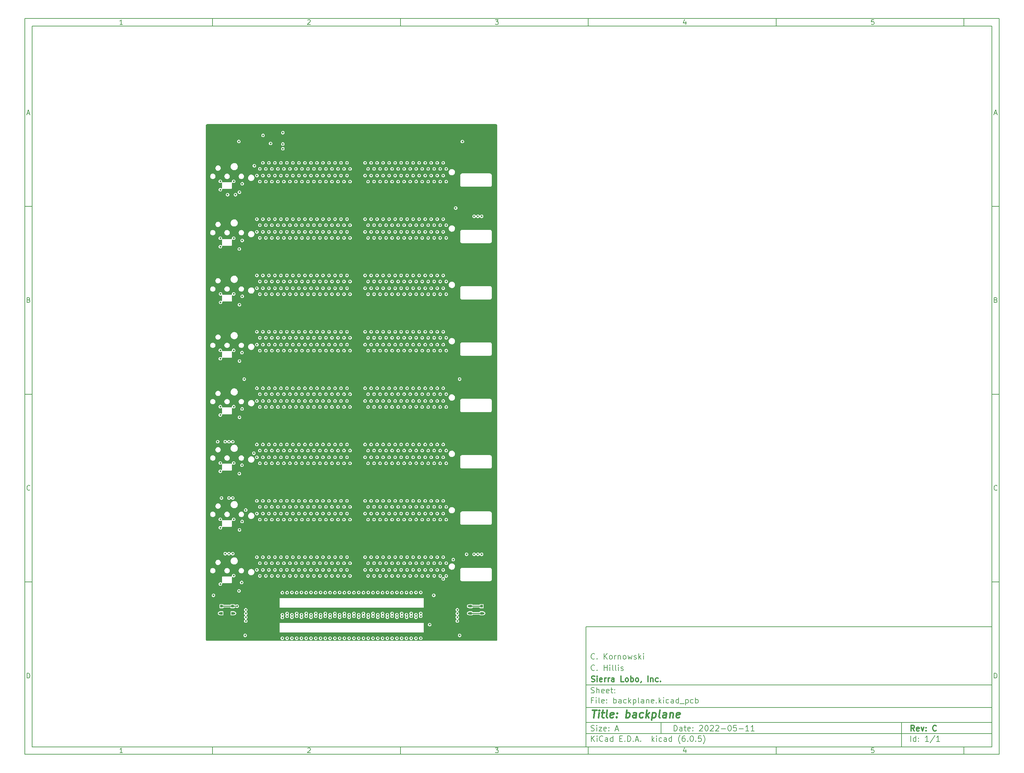
<source format=gbl>
G04 #@! TF.GenerationSoftware,KiCad,Pcbnew,(6.0.5)*
G04 #@! TF.CreationDate,2022-05-12T08:59:48-04:00*
G04 #@! TF.ProjectId,backplane,6261636b-706c-4616-9e65-2e6b69636164,C*
G04 #@! TF.SameCoordinates,Original*
G04 #@! TF.FileFunction,Copper,L6,Bot*
G04 #@! TF.FilePolarity,Positive*
%FSLAX46Y46*%
G04 Gerber Fmt 4.6, Leading zero omitted, Abs format (unit mm)*
G04 Created by KiCad (PCBNEW (6.0.5)) date 2022-05-12 08:59:48*
%MOMM*%
%LPD*%
G01*
G04 APERTURE LIST*
%ADD10C,0.100000*%
%ADD11C,0.150000*%
%ADD12C,0.300000*%
%ADD13C,0.400000*%
G04 #@! TA.AperFunction,ComponentPad*
%ADD14C,5.334000*%
G04 #@! TD*
G04 #@! TA.AperFunction,SMDPad,CuDef*
%ADD15R,0.650000X0.700000*%
G04 #@! TD*
G04 #@! TA.AperFunction,ViaPad*
%ADD16C,0.500000*%
G04 #@! TD*
G04 #@! TA.AperFunction,ViaPad*
%ADD17C,0.800000*%
G04 #@! TD*
G04 #@! TA.AperFunction,Conductor*
%ADD18C,0.250000*%
G04 #@! TD*
G04 #@! TA.AperFunction,Conductor*
%ADD19C,0.500000*%
G04 #@! TD*
G04 APERTURE END LIST*
D10*
D11*
X159400000Y-171900000D02*
X159400000Y-203900000D01*
X267400000Y-203900000D01*
X267400000Y-171900000D01*
X159400000Y-171900000D01*
D10*
D11*
X10000000Y-10000000D02*
X10000000Y-205900000D01*
X269400000Y-205900000D01*
X269400000Y-10000000D01*
X10000000Y-10000000D01*
D10*
D11*
X12000000Y-12000000D02*
X12000000Y-203900000D01*
X267400000Y-203900000D01*
X267400000Y-12000000D01*
X12000000Y-12000000D01*
D10*
D11*
X60000000Y-12000000D02*
X60000000Y-10000000D01*
D10*
D11*
X110000000Y-12000000D02*
X110000000Y-10000000D01*
D10*
D11*
X160000000Y-12000000D02*
X160000000Y-10000000D01*
D10*
D11*
X210000000Y-12000000D02*
X210000000Y-10000000D01*
D10*
D11*
X260000000Y-12000000D02*
X260000000Y-10000000D01*
D10*
D11*
X36065476Y-11588095D02*
X35322619Y-11588095D01*
X35694047Y-11588095D02*
X35694047Y-10288095D01*
X35570238Y-10473809D01*
X35446428Y-10597619D01*
X35322619Y-10659523D01*
D10*
D11*
X85322619Y-10411904D02*
X85384523Y-10350000D01*
X85508333Y-10288095D01*
X85817857Y-10288095D01*
X85941666Y-10350000D01*
X86003571Y-10411904D01*
X86065476Y-10535714D01*
X86065476Y-10659523D01*
X86003571Y-10845238D01*
X85260714Y-11588095D01*
X86065476Y-11588095D01*
D10*
D11*
X135260714Y-10288095D02*
X136065476Y-10288095D01*
X135632142Y-10783333D01*
X135817857Y-10783333D01*
X135941666Y-10845238D01*
X136003571Y-10907142D01*
X136065476Y-11030952D01*
X136065476Y-11340476D01*
X136003571Y-11464285D01*
X135941666Y-11526190D01*
X135817857Y-11588095D01*
X135446428Y-11588095D01*
X135322619Y-11526190D01*
X135260714Y-11464285D01*
D10*
D11*
X185941666Y-10721428D02*
X185941666Y-11588095D01*
X185632142Y-10226190D02*
X185322619Y-11154761D01*
X186127380Y-11154761D01*
D10*
D11*
X236003571Y-10288095D02*
X235384523Y-10288095D01*
X235322619Y-10907142D01*
X235384523Y-10845238D01*
X235508333Y-10783333D01*
X235817857Y-10783333D01*
X235941666Y-10845238D01*
X236003571Y-10907142D01*
X236065476Y-11030952D01*
X236065476Y-11340476D01*
X236003571Y-11464285D01*
X235941666Y-11526190D01*
X235817857Y-11588095D01*
X235508333Y-11588095D01*
X235384523Y-11526190D01*
X235322619Y-11464285D01*
D10*
D11*
X60000000Y-203900000D02*
X60000000Y-205900000D01*
D10*
D11*
X110000000Y-203900000D02*
X110000000Y-205900000D01*
D10*
D11*
X160000000Y-203900000D02*
X160000000Y-205900000D01*
D10*
D11*
X210000000Y-203900000D02*
X210000000Y-205900000D01*
D10*
D11*
X260000000Y-203900000D02*
X260000000Y-205900000D01*
D10*
D11*
X36065476Y-205488095D02*
X35322619Y-205488095D01*
X35694047Y-205488095D02*
X35694047Y-204188095D01*
X35570238Y-204373809D01*
X35446428Y-204497619D01*
X35322619Y-204559523D01*
D10*
D11*
X85322619Y-204311904D02*
X85384523Y-204250000D01*
X85508333Y-204188095D01*
X85817857Y-204188095D01*
X85941666Y-204250000D01*
X86003571Y-204311904D01*
X86065476Y-204435714D01*
X86065476Y-204559523D01*
X86003571Y-204745238D01*
X85260714Y-205488095D01*
X86065476Y-205488095D01*
D10*
D11*
X135260714Y-204188095D02*
X136065476Y-204188095D01*
X135632142Y-204683333D01*
X135817857Y-204683333D01*
X135941666Y-204745238D01*
X136003571Y-204807142D01*
X136065476Y-204930952D01*
X136065476Y-205240476D01*
X136003571Y-205364285D01*
X135941666Y-205426190D01*
X135817857Y-205488095D01*
X135446428Y-205488095D01*
X135322619Y-205426190D01*
X135260714Y-205364285D01*
D10*
D11*
X185941666Y-204621428D02*
X185941666Y-205488095D01*
X185632142Y-204126190D02*
X185322619Y-205054761D01*
X186127380Y-205054761D01*
D10*
D11*
X236003571Y-204188095D02*
X235384523Y-204188095D01*
X235322619Y-204807142D01*
X235384523Y-204745238D01*
X235508333Y-204683333D01*
X235817857Y-204683333D01*
X235941666Y-204745238D01*
X236003571Y-204807142D01*
X236065476Y-204930952D01*
X236065476Y-205240476D01*
X236003571Y-205364285D01*
X235941666Y-205426190D01*
X235817857Y-205488095D01*
X235508333Y-205488095D01*
X235384523Y-205426190D01*
X235322619Y-205364285D01*
D10*
D11*
X10000000Y-60000000D02*
X12000000Y-60000000D01*
D10*
D11*
X10000000Y-110000000D02*
X12000000Y-110000000D01*
D10*
D11*
X10000000Y-160000000D02*
X12000000Y-160000000D01*
D10*
D11*
X10690476Y-35216666D02*
X11309523Y-35216666D01*
X10566666Y-35588095D02*
X11000000Y-34288095D01*
X11433333Y-35588095D01*
D10*
D11*
X11092857Y-84907142D02*
X11278571Y-84969047D01*
X11340476Y-85030952D01*
X11402380Y-85154761D01*
X11402380Y-85340476D01*
X11340476Y-85464285D01*
X11278571Y-85526190D01*
X11154761Y-85588095D01*
X10659523Y-85588095D01*
X10659523Y-84288095D01*
X11092857Y-84288095D01*
X11216666Y-84350000D01*
X11278571Y-84411904D01*
X11340476Y-84535714D01*
X11340476Y-84659523D01*
X11278571Y-84783333D01*
X11216666Y-84845238D01*
X11092857Y-84907142D01*
X10659523Y-84907142D01*
D10*
D11*
X11402380Y-135464285D02*
X11340476Y-135526190D01*
X11154761Y-135588095D01*
X11030952Y-135588095D01*
X10845238Y-135526190D01*
X10721428Y-135402380D01*
X10659523Y-135278571D01*
X10597619Y-135030952D01*
X10597619Y-134845238D01*
X10659523Y-134597619D01*
X10721428Y-134473809D01*
X10845238Y-134350000D01*
X11030952Y-134288095D01*
X11154761Y-134288095D01*
X11340476Y-134350000D01*
X11402380Y-134411904D01*
D10*
D11*
X10659523Y-185588095D02*
X10659523Y-184288095D01*
X10969047Y-184288095D01*
X11154761Y-184350000D01*
X11278571Y-184473809D01*
X11340476Y-184597619D01*
X11402380Y-184845238D01*
X11402380Y-185030952D01*
X11340476Y-185278571D01*
X11278571Y-185402380D01*
X11154761Y-185526190D01*
X10969047Y-185588095D01*
X10659523Y-185588095D01*
D10*
D11*
X269400000Y-60000000D02*
X267400000Y-60000000D01*
D10*
D11*
X269400000Y-110000000D02*
X267400000Y-110000000D01*
D10*
D11*
X269400000Y-160000000D02*
X267400000Y-160000000D01*
D10*
D11*
X268090476Y-35216666D02*
X268709523Y-35216666D01*
X267966666Y-35588095D02*
X268400000Y-34288095D01*
X268833333Y-35588095D01*
D10*
D11*
X268492857Y-84907142D02*
X268678571Y-84969047D01*
X268740476Y-85030952D01*
X268802380Y-85154761D01*
X268802380Y-85340476D01*
X268740476Y-85464285D01*
X268678571Y-85526190D01*
X268554761Y-85588095D01*
X268059523Y-85588095D01*
X268059523Y-84288095D01*
X268492857Y-84288095D01*
X268616666Y-84350000D01*
X268678571Y-84411904D01*
X268740476Y-84535714D01*
X268740476Y-84659523D01*
X268678571Y-84783333D01*
X268616666Y-84845238D01*
X268492857Y-84907142D01*
X268059523Y-84907142D01*
D10*
D11*
X268802380Y-135464285D02*
X268740476Y-135526190D01*
X268554761Y-135588095D01*
X268430952Y-135588095D01*
X268245238Y-135526190D01*
X268121428Y-135402380D01*
X268059523Y-135278571D01*
X267997619Y-135030952D01*
X267997619Y-134845238D01*
X268059523Y-134597619D01*
X268121428Y-134473809D01*
X268245238Y-134350000D01*
X268430952Y-134288095D01*
X268554761Y-134288095D01*
X268740476Y-134350000D01*
X268802380Y-134411904D01*
D10*
D11*
X268059523Y-185588095D02*
X268059523Y-184288095D01*
X268369047Y-184288095D01*
X268554761Y-184350000D01*
X268678571Y-184473809D01*
X268740476Y-184597619D01*
X268802380Y-184845238D01*
X268802380Y-185030952D01*
X268740476Y-185278571D01*
X268678571Y-185402380D01*
X268554761Y-185526190D01*
X268369047Y-185588095D01*
X268059523Y-185588095D01*
D10*
D11*
X182832142Y-199678571D02*
X182832142Y-198178571D01*
X183189285Y-198178571D01*
X183403571Y-198250000D01*
X183546428Y-198392857D01*
X183617857Y-198535714D01*
X183689285Y-198821428D01*
X183689285Y-199035714D01*
X183617857Y-199321428D01*
X183546428Y-199464285D01*
X183403571Y-199607142D01*
X183189285Y-199678571D01*
X182832142Y-199678571D01*
X184975000Y-199678571D02*
X184975000Y-198892857D01*
X184903571Y-198750000D01*
X184760714Y-198678571D01*
X184475000Y-198678571D01*
X184332142Y-198750000D01*
X184975000Y-199607142D02*
X184832142Y-199678571D01*
X184475000Y-199678571D01*
X184332142Y-199607142D01*
X184260714Y-199464285D01*
X184260714Y-199321428D01*
X184332142Y-199178571D01*
X184475000Y-199107142D01*
X184832142Y-199107142D01*
X184975000Y-199035714D01*
X185475000Y-198678571D02*
X186046428Y-198678571D01*
X185689285Y-198178571D02*
X185689285Y-199464285D01*
X185760714Y-199607142D01*
X185903571Y-199678571D01*
X186046428Y-199678571D01*
X187117857Y-199607142D02*
X186975000Y-199678571D01*
X186689285Y-199678571D01*
X186546428Y-199607142D01*
X186475000Y-199464285D01*
X186475000Y-198892857D01*
X186546428Y-198750000D01*
X186689285Y-198678571D01*
X186975000Y-198678571D01*
X187117857Y-198750000D01*
X187189285Y-198892857D01*
X187189285Y-199035714D01*
X186475000Y-199178571D01*
X187832142Y-199535714D02*
X187903571Y-199607142D01*
X187832142Y-199678571D01*
X187760714Y-199607142D01*
X187832142Y-199535714D01*
X187832142Y-199678571D01*
X187832142Y-198750000D02*
X187903571Y-198821428D01*
X187832142Y-198892857D01*
X187760714Y-198821428D01*
X187832142Y-198750000D01*
X187832142Y-198892857D01*
X189617857Y-198321428D02*
X189689285Y-198250000D01*
X189832142Y-198178571D01*
X190189285Y-198178571D01*
X190332142Y-198250000D01*
X190403571Y-198321428D01*
X190475000Y-198464285D01*
X190475000Y-198607142D01*
X190403571Y-198821428D01*
X189546428Y-199678571D01*
X190475000Y-199678571D01*
X191403571Y-198178571D02*
X191546428Y-198178571D01*
X191689285Y-198250000D01*
X191760714Y-198321428D01*
X191832142Y-198464285D01*
X191903571Y-198750000D01*
X191903571Y-199107142D01*
X191832142Y-199392857D01*
X191760714Y-199535714D01*
X191689285Y-199607142D01*
X191546428Y-199678571D01*
X191403571Y-199678571D01*
X191260714Y-199607142D01*
X191189285Y-199535714D01*
X191117857Y-199392857D01*
X191046428Y-199107142D01*
X191046428Y-198750000D01*
X191117857Y-198464285D01*
X191189285Y-198321428D01*
X191260714Y-198250000D01*
X191403571Y-198178571D01*
X192475000Y-198321428D02*
X192546428Y-198250000D01*
X192689285Y-198178571D01*
X193046428Y-198178571D01*
X193189285Y-198250000D01*
X193260714Y-198321428D01*
X193332142Y-198464285D01*
X193332142Y-198607142D01*
X193260714Y-198821428D01*
X192403571Y-199678571D01*
X193332142Y-199678571D01*
X193903571Y-198321428D02*
X193975000Y-198250000D01*
X194117857Y-198178571D01*
X194475000Y-198178571D01*
X194617857Y-198250000D01*
X194689285Y-198321428D01*
X194760714Y-198464285D01*
X194760714Y-198607142D01*
X194689285Y-198821428D01*
X193832142Y-199678571D01*
X194760714Y-199678571D01*
X195403571Y-199107142D02*
X196546428Y-199107142D01*
X197546428Y-198178571D02*
X197689285Y-198178571D01*
X197832142Y-198250000D01*
X197903571Y-198321428D01*
X197975000Y-198464285D01*
X198046428Y-198750000D01*
X198046428Y-199107142D01*
X197975000Y-199392857D01*
X197903571Y-199535714D01*
X197832142Y-199607142D01*
X197689285Y-199678571D01*
X197546428Y-199678571D01*
X197403571Y-199607142D01*
X197332142Y-199535714D01*
X197260714Y-199392857D01*
X197189285Y-199107142D01*
X197189285Y-198750000D01*
X197260714Y-198464285D01*
X197332142Y-198321428D01*
X197403571Y-198250000D01*
X197546428Y-198178571D01*
X199403571Y-198178571D02*
X198689285Y-198178571D01*
X198617857Y-198892857D01*
X198689285Y-198821428D01*
X198832142Y-198750000D01*
X199189285Y-198750000D01*
X199332142Y-198821428D01*
X199403571Y-198892857D01*
X199475000Y-199035714D01*
X199475000Y-199392857D01*
X199403571Y-199535714D01*
X199332142Y-199607142D01*
X199189285Y-199678571D01*
X198832142Y-199678571D01*
X198689285Y-199607142D01*
X198617857Y-199535714D01*
X200117857Y-199107142D02*
X201260714Y-199107142D01*
X202760714Y-199678571D02*
X201903571Y-199678571D01*
X202332142Y-199678571D02*
X202332142Y-198178571D01*
X202189285Y-198392857D01*
X202046428Y-198535714D01*
X201903571Y-198607142D01*
X204189285Y-199678571D02*
X203332142Y-199678571D01*
X203760714Y-199678571D02*
X203760714Y-198178571D01*
X203617857Y-198392857D01*
X203475000Y-198535714D01*
X203332142Y-198607142D01*
D10*
D11*
X159400000Y-200400000D02*
X267400000Y-200400000D01*
D10*
D11*
X160832142Y-202478571D02*
X160832142Y-200978571D01*
X161689285Y-202478571D02*
X161046428Y-201621428D01*
X161689285Y-200978571D02*
X160832142Y-201835714D01*
X162332142Y-202478571D02*
X162332142Y-201478571D01*
X162332142Y-200978571D02*
X162260714Y-201050000D01*
X162332142Y-201121428D01*
X162403571Y-201050000D01*
X162332142Y-200978571D01*
X162332142Y-201121428D01*
X163903571Y-202335714D02*
X163832142Y-202407142D01*
X163617857Y-202478571D01*
X163475000Y-202478571D01*
X163260714Y-202407142D01*
X163117857Y-202264285D01*
X163046428Y-202121428D01*
X162975000Y-201835714D01*
X162975000Y-201621428D01*
X163046428Y-201335714D01*
X163117857Y-201192857D01*
X163260714Y-201050000D01*
X163475000Y-200978571D01*
X163617857Y-200978571D01*
X163832142Y-201050000D01*
X163903571Y-201121428D01*
X165189285Y-202478571D02*
X165189285Y-201692857D01*
X165117857Y-201550000D01*
X164975000Y-201478571D01*
X164689285Y-201478571D01*
X164546428Y-201550000D01*
X165189285Y-202407142D02*
X165046428Y-202478571D01*
X164689285Y-202478571D01*
X164546428Y-202407142D01*
X164475000Y-202264285D01*
X164475000Y-202121428D01*
X164546428Y-201978571D01*
X164689285Y-201907142D01*
X165046428Y-201907142D01*
X165189285Y-201835714D01*
X166546428Y-202478571D02*
X166546428Y-200978571D01*
X166546428Y-202407142D02*
X166403571Y-202478571D01*
X166117857Y-202478571D01*
X165975000Y-202407142D01*
X165903571Y-202335714D01*
X165832142Y-202192857D01*
X165832142Y-201764285D01*
X165903571Y-201621428D01*
X165975000Y-201550000D01*
X166117857Y-201478571D01*
X166403571Y-201478571D01*
X166546428Y-201550000D01*
X168403571Y-201692857D02*
X168903571Y-201692857D01*
X169117857Y-202478571D02*
X168403571Y-202478571D01*
X168403571Y-200978571D01*
X169117857Y-200978571D01*
X169760714Y-202335714D02*
X169832142Y-202407142D01*
X169760714Y-202478571D01*
X169689285Y-202407142D01*
X169760714Y-202335714D01*
X169760714Y-202478571D01*
X170475000Y-202478571D02*
X170475000Y-200978571D01*
X170832142Y-200978571D01*
X171046428Y-201050000D01*
X171189285Y-201192857D01*
X171260714Y-201335714D01*
X171332142Y-201621428D01*
X171332142Y-201835714D01*
X171260714Y-202121428D01*
X171189285Y-202264285D01*
X171046428Y-202407142D01*
X170832142Y-202478571D01*
X170475000Y-202478571D01*
X171975000Y-202335714D02*
X172046428Y-202407142D01*
X171975000Y-202478571D01*
X171903571Y-202407142D01*
X171975000Y-202335714D01*
X171975000Y-202478571D01*
X172617857Y-202050000D02*
X173332142Y-202050000D01*
X172475000Y-202478571D02*
X172975000Y-200978571D01*
X173475000Y-202478571D01*
X173975000Y-202335714D02*
X174046428Y-202407142D01*
X173975000Y-202478571D01*
X173903571Y-202407142D01*
X173975000Y-202335714D01*
X173975000Y-202478571D01*
X176975000Y-202478571D02*
X176975000Y-200978571D01*
X177117857Y-201907142D02*
X177546428Y-202478571D01*
X177546428Y-201478571D02*
X176975000Y-202050000D01*
X178189285Y-202478571D02*
X178189285Y-201478571D01*
X178189285Y-200978571D02*
X178117857Y-201050000D01*
X178189285Y-201121428D01*
X178260714Y-201050000D01*
X178189285Y-200978571D01*
X178189285Y-201121428D01*
X179546428Y-202407142D02*
X179403571Y-202478571D01*
X179117857Y-202478571D01*
X178975000Y-202407142D01*
X178903571Y-202335714D01*
X178832142Y-202192857D01*
X178832142Y-201764285D01*
X178903571Y-201621428D01*
X178975000Y-201550000D01*
X179117857Y-201478571D01*
X179403571Y-201478571D01*
X179546428Y-201550000D01*
X180832142Y-202478571D02*
X180832142Y-201692857D01*
X180760714Y-201550000D01*
X180617857Y-201478571D01*
X180332142Y-201478571D01*
X180189285Y-201550000D01*
X180832142Y-202407142D02*
X180689285Y-202478571D01*
X180332142Y-202478571D01*
X180189285Y-202407142D01*
X180117857Y-202264285D01*
X180117857Y-202121428D01*
X180189285Y-201978571D01*
X180332142Y-201907142D01*
X180689285Y-201907142D01*
X180832142Y-201835714D01*
X182189285Y-202478571D02*
X182189285Y-200978571D01*
X182189285Y-202407142D02*
X182046428Y-202478571D01*
X181760714Y-202478571D01*
X181617857Y-202407142D01*
X181546428Y-202335714D01*
X181475000Y-202192857D01*
X181475000Y-201764285D01*
X181546428Y-201621428D01*
X181617857Y-201550000D01*
X181760714Y-201478571D01*
X182046428Y-201478571D01*
X182189285Y-201550000D01*
X184475000Y-203050000D02*
X184403571Y-202978571D01*
X184260714Y-202764285D01*
X184189285Y-202621428D01*
X184117857Y-202407142D01*
X184046428Y-202050000D01*
X184046428Y-201764285D01*
X184117857Y-201407142D01*
X184189285Y-201192857D01*
X184260714Y-201050000D01*
X184403571Y-200835714D01*
X184475000Y-200764285D01*
X185689285Y-200978571D02*
X185403571Y-200978571D01*
X185260714Y-201050000D01*
X185189285Y-201121428D01*
X185046428Y-201335714D01*
X184975000Y-201621428D01*
X184975000Y-202192857D01*
X185046428Y-202335714D01*
X185117857Y-202407142D01*
X185260714Y-202478571D01*
X185546428Y-202478571D01*
X185689285Y-202407142D01*
X185760714Y-202335714D01*
X185832142Y-202192857D01*
X185832142Y-201835714D01*
X185760714Y-201692857D01*
X185689285Y-201621428D01*
X185546428Y-201550000D01*
X185260714Y-201550000D01*
X185117857Y-201621428D01*
X185046428Y-201692857D01*
X184975000Y-201835714D01*
X186475000Y-202335714D02*
X186546428Y-202407142D01*
X186475000Y-202478571D01*
X186403571Y-202407142D01*
X186475000Y-202335714D01*
X186475000Y-202478571D01*
X187475000Y-200978571D02*
X187617857Y-200978571D01*
X187760714Y-201050000D01*
X187832142Y-201121428D01*
X187903571Y-201264285D01*
X187975000Y-201550000D01*
X187975000Y-201907142D01*
X187903571Y-202192857D01*
X187832142Y-202335714D01*
X187760714Y-202407142D01*
X187617857Y-202478571D01*
X187475000Y-202478571D01*
X187332142Y-202407142D01*
X187260714Y-202335714D01*
X187189285Y-202192857D01*
X187117857Y-201907142D01*
X187117857Y-201550000D01*
X187189285Y-201264285D01*
X187260714Y-201121428D01*
X187332142Y-201050000D01*
X187475000Y-200978571D01*
X188617857Y-202335714D02*
X188689285Y-202407142D01*
X188617857Y-202478571D01*
X188546428Y-202407142D01*
X188617857Y-202335714D01*
X188617857Y-202478571D01*
X190046428Y-200978571D02*
X189332142Y-200978571D01*
X189260714Y-201692857D01*
X189332142Y-201621428D01*
X189475000Y-201550000D01*
X189832142Y-201550000D01*
X189975000Y-201621428D01*
X190046428Y-201692857D01*
X190117857Y-201835714D01*
X190117857Y-202192857D01*
X190046428Y-202335714D01*
X189975000Y-202407142D01*
X189832142Y-202478571D01*
X189475000Y-202478571D01*
X189332142Y-202407142D01*
X189260714Y-202335714D01*
X190617857Y-203050000D02*
X190689285Y-202978571D01*
X190832142Y-202764285D01*
X190903571Y-202621428D01*
X190975000Y-202407142D01*
X191046428Y-202050000D01*
X191046428Y-201764285D01*
X190975000Y-201407142D01*
X190903571Y-201192857D01*
X190832142Y-201050000D01*
X190689285Y-200835714D01*
X190617857Y-200764285D01*
D10*
D11*
X159400000Y-197400000D02*
X267400000Y-197400000D01*
D10*
D12*
X246809285Y-199678571D02*
X246309285Y-198964285D01*
X245952142Y-199678571D02*
X245952142Y-198178571D01*
X246523571Y-198178571D01*
X246666428Y-198250000D01*
X246737857Y-198321428D01*
X246809285Y-198464285D01*
X246809285Y-198678571D01*
X246737857Y-198821428D01*
X246666428Y-198892857D01*
X246523571Y-198964285D01*
X245952142Y-198964285D01*
X248023571Y-199607142D02*
X247880714Y-199678571D01*
X247595000Y-199678571D01*
X247452142Y-199607142D01*
X247380714Y-199464285D01*
X247380714Y-198892857D01*
X247452142Y-198750000D01*
X247595000Y-198678571D01*
X247880714Y-198678571D01*
X248023571Y-198750000D01*
X248095000Y-198892857D01*
X248095000Y-199035714D01*
X247380714Y-199178571D01*
X248595000Y-198678571D02*
X248952142Y-199678571D01*
X249309285Y-198678571D01*
X249880714Y-199535714D02*
X249952142Y-199607142D01*
X249880714Y-199678571D01*
X249809285Y-199607142D01*
X249880714Y-199535714D01*
X249880714Y-199678571D01*
X249880714Y-198750000D02*
X249952142Y-198821428D01*
X249880714Y-198892857D01*
X249809285Y-198821428D01*
X249880714Y-198750000D01*
X249880714Y-198892857D01*
X252595000Y-199535714D02*
X252523571Y-199607142D01*
X252309285Y-199678571D01*
X252166428Y-199678571D01*
X251952142Y-199607142D01*
X251809285Y-199464285D01*
X251737857Y-199321428D01*
X251666428Y-199035714D01*
X251666428Y-198821428D01*
X251737857Y-198535714D01*
X251809285Y-198392857D01*
X251952142Y-198250000D01*
X252166428Y-198178571D01*
X252309285Y-198178571D01*
X252523571Y-198250000D01*
X252595000Y-198321428D01*
D10*
D11*
X160760714Y-199607142D02*
X160975000Y-199678571D01*
X161332142Y-199678571D01*
X161475000Y-199607142D01*
X161546428Y-199535714D01*
X161617857Y-199392857D01*
X161617857Y-199250000D01*
X161546428Y-199107142D01*
X161475000Y-199035714D01*
X161332142Y-198964285D01*
X161046428Y-198892857D01*
X160903571Y-198821428D01*
X160832142Y-198750000D01*
X160760714Y-198607142D01*
X160760714Y-198464285D01*
X160832142Y-198321428D01*
X160903571Y-198250000D01*
X161046428Y-198178571D01*
X161403571Y-198178571D01*
X161617857Y-198250000D01*
X162260714Y-199678571D02*
X162260714Y-198678571D01*
X162260714Y-198178571D02*
X162189285Y-198250000D01*
X162260714Y-198321428D01*
X162332142Y-198250000D01*
X162260714Y-198178571D01*
X162260714Y-198321428D01*
X162832142Y-198678571D02*
X163617857Y-198678571D01*
X162832142Y-199678571D01*
X163617857Y-199678571D01*
X164760714Y-199607142D02*
X164617857Y-199678571D01*
X164332142Y-199678571D01*
X164189285Y-199607142D01*
X164117857Y-199464285D01*
X164117857Y-198892857D01*
X164189285Y-198750000D01*
X164332142Y-198678571D01*
X164617857Y-198678571D01*
X164760714Y-198750000D01*
X164832142Y-198892857D01*
X164832142Y-199035714D01*
X164117857Y-199178571D01*
X165475000Y-199535714D02*
X165546428Y-199607142D01*
X165475000Y-199678571D01*
X165403571Y-199607142D01*
X165475000Y-199535714D01*
X165475000Y-199678571D01*
X165475000Y-198750000D02*
X165546428Y-198821428D01*
X165475000Y-198892857D01*
X165403571Y-198821428D01*
X165475000Y-198750000D01*
X165475000Y-198892857D01*
X167260714Y-199250000D02*
X167975000Y-199250000D01*
X167117857Y-199678571D02*
X167617857Y-198178571D01*
X168117857Y-199678571D01*
D10*
D11*
X245832142Y-202478571D02*
X245832142Y-200978571D01*
X247189285Y-202478571D02*
X247189285Y-200978571D01*
X247189285Y-202407142D02*
X247046428Y-202478571D01*
X246760714Y-202478571D01*
X246617857Y-202407142D01*
X246546428Y-202335714D01*
X246475000Y-202192857D01*
X246475000Y-201764285D01*
X246546428Y-201621428D01*
X246617857Y-201550000D01*
X246760714Y-201478571D01*
X247046428Y-201478571D01*
X247189285Y-201550000D01*
X247903571Y-202335714D02*
X247975000Y-202407142D01*
X247903571Y-202478571D01*
X247832142Y-202407142D01*
X247903571Y-202335714D01*
X247903571Y-202478571D01*
X247903571Y-201550000D02*
X247975000Y-201621428D01*
X247903571Y-201692857D01*
X247832142Y-201621428D01*
X247903571Y-201550000D01*
X247903571Y-201692857D01*
X250546428Y-202478571D02*
X249689285Y-202478571D01*
X250117857Y-202478571D02*
X250117857Y-200978571D01*
X249975000Y-201192857D01*
X249832142Y-201335714D01*
X249689285Y-201407142D01*
X252260714Y-200907142D02*
X250975000Y-202835714D01*
X253546428Y-202478571D02*
X252689285Y-202478571D01*
X253117857Y-202478571D02*
X253117857Y-200978571D01*
X252975000Y-201192857D01*
X252832142Y-201335714D01*
X252689285Y-201407142D01*
D10*
D11*
X159400000Y-193400000D02*
X267400000Y-193400000D01*
D10*
D13*
X161112380Y-194104761D02*
X162255238Y-194104761D01*
X161433809Y-196104761D02*
X161683809Y-194104761D01*
X162671904Y-196104761D02*
X162838571Y-194771428D01*
X162921904Y-194104761D02*
X162814761Y-194200000D01*
X162898095Y-194295238D01*
X163005238Y-194200000D01*
X162921904Y-194104761D01*
X162898095Y-194295238D01*
X163505238Y-194771428D02*
X164267142Y-194771428D01*
X163874285Y-194104761D02*
X163660000Y-195819047D01*
X163731428Y-196009523D01*
X163910000Y-196104761D01*
X164100476Y-196104761D01*
X165052857Y-196104761D02*
X164874285Y-196009523D01*
X164802857Y-195819047D01*
X165017142Y-194104761D01*
X166588571Y-196009523D02*
X166386190Y-196104761D01*
X166005238Y-196104761D01*
X165826666Y-196009523D01*
X165755238Y-195819047D01*
X165850476Y-195057142D01*
X165969523Y-194866666D01*
X166171904Y-194771428D01*
X166552857Y-194771428D01*
X166731428Y-194866666D01*
X166802857Y-195057142D01*
X166779047Y-195247619D01*
X165802857Y-195438095D01*
X167552857Y-195914285D02*
X167636190Y-196009523D01*
X167529047Y-196104761D01*
X167445714Y-196009523D01*
X167552857Y-195914285D01*
X167529047Y-196104761D01*
X167683809Y-194866666D02*
X167767142Y-194961904D01*
X167660000Y-195057142D01*
X167576666Y-194961904D01*
X167683809Y-194866666D01*
X167660000Y-195057142D01*
X170005238Y-196104761D02*
X170255238Y-194104761D01*
X170160000Y-194866666D02*
X170362380Y-194771428D01*
X170743333Y-194771428D01*
X170921904Y-194866666D01*
X171005238Y-194961904D01*
X171076666Y-195152380D01*
X171005238Y-195723809D01*
X170886190Y-195914285D01*
X170779047Y-196009523D01*
X170576666Y-196104761D01*
X170195714Y-196104761D01*
X170017142Y-196009523D01*
X172671904Y-196104761D02*
X172802857Y-195057142D01*
X172731428Y-194866666D01*
X172552857Y-194771428D01*
X172171904Y-194771428D01*
X171969523Y-194866666D01*
X172683809Y-196009523D02*
X172481428Y-196104761D01*
X172005238Y-196104761D01*
X171826666Y-196009523D01*
X171755238Y-195819047D01*
X171779047Y-195628571D01*
X171898095Y-195438095D01*
X172100476Y-195342857D01*
X172576666Y-195342857D01*
X172779047Y-195247619D01*
X174493333Y-196009523D02*
X174290952Y-196104761D01*
X173910000Y-196104761D01*
X173731428Y-196009523D01*
X173648095Y-195914285D01*
X173576666Y-195723809D01*
X173648095Y-195152380D01*
X173767142Y-194961904D01*
X173874285Y-194866666D01*
X174076666Y-194771428D01*
X174457619Y-194771428D01*
X174636190Y-194866666D01*
X175338571Y-196104761D02*
X175588571Y-194104761D01*
X175624285Y-195342857D02*
X176100476Y-196104761D01*
X176267142Y-194771428D02*
X175410000Y-195533333D01*
X177124285Y-194771428D02*
X176874285Y-196771428D01*
X177112380Y-194866666D02*
X177314761Y-194771428D01*
X177695714Y-194771428D01*
X177874285Y-194866666D01*
X177957619Y-194961904D01*
X178029047Y-195152380D01*
X177957619Y-195723809D01*
X177838571Y-195914285D01*
X177731428Y-196009523D01*
X177529047Y-196104761D01*
X177148095Y-196104761D01*
X176969523Y-196009523D01*
X179052857Y-196104761D02*
X178874285Y-196009523D01*
X178802857Y-195819047D01*
X179017142Y-194104761D01*
X180671904Y-196104761D02*
X180802857Y-195057142D01*
X180731428Y-194866666D01*
X180552857Y-194771428D01*
X180171904Y-194771428D01*
X179969523Y-194866666D01*
X180683809Y-196009523D02*
X180481428Y-196104761D01*
X180005238Y-196104761D01*
X179826666Y-196009523D01*
X179755238Y-195819047D01*
X179779047Y-195628571D01*
X179898095Y-195438095D01*
X180100476Y-195342857D01*
X180576666Y-195342857D01*
X180779047Y-195247619D01*
X181790952Y-194771428D02*
X181624285Y-196104761D01*
X181767142Y-194961904D02*
X181874285Y-194866666D01*
X182076666Y-194771428D01*
X182362380Y-194771428D01*
X182540952Y-194866666D01*
X182612380Y-195057142D01*
X182481428Y-196104761D01*
X184207619Y-196009523D02*
X184005238Y-196104761D01*
X183624285Y-196104761D01*
X183445714Y-196009523D01*
X183374285Y-195819047D01*
X183469523Y-195057142D01*
X183588571Y-194866666D01*
X183790952Y-194771428D01*
X184171904Y-194771428D01*
X184350476Y-194866666D01*
X184421904Y-195057142D01*
X184398095Y-195247619D01*
X183421904Y-195438095D01*
D10*
D11*
X161332142Y-191492857D02*
X160832142Y-191492857D01*
X160832142Y-192278571D02*
X160832142Y-190778571D01*
X161546428Y-190778571D01*
X162117857Y-192278571D02*
X162117857Y-191278571D01*
X162117857Y-190778571D02*
X162046428Y-190850000D01*
X162117857Y-190921428D01*
X162189285Y-190850000D01*
X162117857Y-190778571D01*
X162117857Y-190921428D01*
X163046428Y-192278571D02*
X162903571Y-192207142D01*
X162832142Y-192064285D01*
X162832142Y-190778571D01*
X164189285Y-192207142D02*
X164046428Y-192278571D01*
X163760714Y-192278571D01*
X163617857Y-192207142D01*
X163546428Y-192064285D01*
X163546428Y-191492857D01*
X163617857Y-191350000D01*
X163760714Y-191278571D01*
X164046428Y-191278571D01*
X164189285Y-191350000D01*
X164260714Y-191492857D01*
X164260714Y-191635714D01*
X163546428Y-191778571D01*
X164903571Y-192135714D02*
X164975000Y-192207142D01*
X164903571Y-192278571D01*
X164832142Y-192207142D01*
X164903571Y-192135714D01*
X164903571Y-192278571D01*
X164903571Y-191350000D02*
X164975000Y-191421428D01*
X164903571Y-191492857D01*
X164832142Y-191421428D01*
X164903571Y-191350000D01*
X164903571Y-191492857D01*
X166760714Y-192278571D02*
X166760714Y-190778571D01*
X166760714Y-191350000D02*
X166903571Y-191278571D01*
X167189285Y-191278571D01*
X167332142Y-191350000D01*
X167403571Y-191421428D01*
X167475000Y-191564285D01*
X167475000Y-191992857D01*
X167403571Y-192135714D01*
X167332142Y-192207142D01*
X167189285Y-192278571D01*
X166903571Y-192278571D01*
X166760714Y-192207142D01*
X168760714Y-192278571D02*
X168760714Y-191492857D01*
X168689285Y-191350000D01*
X168546428Y-191278571D01*
X168260714Y-191278571D01*
X168117857Y-191350000D01*
X168760714Y-192207142D02*
X168617857Y-192278571D01*
X168260714Y-192278571D01*
X168117857Y-192207142D01*
X168046428Y-192064285D01*
X168046428Y-191921428D01*
X168117857Y-191778571D01*
X168260714Y-191707142D01*
X168617857Y-191707142D01*
X168760714Y-191635714D01*
X170117857Y-192207142D02*
X169975000Y-192278571D01*
X169689285Y-192278571D01*
X169546428Y-192207142D01*
X169475000Y-192135714D01*
X169403571Y-191992857D01*
X169403571Y-191564285D01*
X169475000Y-191421428D01*
X169546428Y-191350000D01*
X169689285Y-191278571D01*
X169975000Y-191278571D01*
X170117857Y-191350000D01*
X170760714Y-192278571D02*
X170760714Y-190778571D01*
X170903571Y-191707142D02*
X171332142Y-192278571D01*
X171332142Y-191278571D02*
X170760714Y-191850000D01*
X171975000Y-191278571D02*
X171975000Y-192778571D01*
X171975000Y-191350000D02*
X172117857Y-191278571D01*
X172403571Y-191278571D01*
X172546428Y-191350000D01*
X172617857Y-191421428D01*
X172689285Y-191564285D01*
X172689285Y-191992857D01*
X172617857Y-192135714D01*
X172546428Y-192207142D01*
X172403571Y-192278571D01*
X172117857Y-192278571D01*
X171975000Y-192207142D01*
X173546428Y-192278571D02*
X173403571Y-192207142D01*
X173332142Y-192064285D01*
X173332142Y-190778571D01*
X174760714Y-192278571D02*
X174760714Y-191492857D01*
X174689285Y-191350000D01*
X174546428Y-191278571D01*
X174260714Y-191278571D01*
X174117857Y-191350000D01*
X174760714Y-192207142D02*
X174617857Y-192278571D01*
X174260714Y-192278571D01*
X174117857Y-192207142D01*
X174046428Y-192064285D01*
X174046428Y-191921428D01*
X174117857Y-191778571D01*
X174260714Y-191707142D01*
X174617857Y-191707142D01*
X174760714Y-191635714D01*
X175475000Y-191278571D02*
X175475000Y-192278571D01*
X175475000Y-191421428D02*
X175546428Y-191350000D01*
X175689285Y-191278571D01*
X175903571Y-191278571D01*
X176046428Y-191350000D01*
X176117857Y-191492857D01*
X176117857Y-192278571D01*
X177403571Y-192207142D02*
X177260714Y-192278571D01*
X176975000Y-192278571D01*
X176832142Y-192207142D01*
X176760714Y-192064285D01*
X176760714Y-191492857D01*
X176832142Y-191350000D01*
X176975000Y-191278571D01*
X177260714Y-191278571D01*
X177403571Y-191350000D01*
X177475000Y-191492857D01*
X177475000Y-191635714D01*
X176760714Y-191778571D01*
X178117857Y-192135714D02*
X178189285Y-192207142D01*
X178117857Y-192278571D01*
X178046428Y-192207142D01*
X178117857Y-192135714D01*
X178117857Y-192278571D01*
X178832142Y-192278571D02*
X178832142Y-190778571D01*
X178975000Y-191707142D02*
X179403571Y-192278571D01*
X179403571Y-191278571D02*
X178832142Y-191850000D01*
X180046428Y-192278571D02*
X180046428Y-191278571D01*
X180046428Y-190778571D02*
X179975000Y-190850000D01*
X180046428Y-190921428D01*
X180117857Y-190850000D01*
X180046428Y-190778571D01*
X180046428Y-190921428D01*
X181403571Y-192207142D02*
X181260714Y-192278571D01*
X180975000Y-192278571D01*
X180832142Y-192207142D01*
X180760714Y-192135714D01*
X180689285Y-191992857D01*
X180689285Y-191564285D01*
X180760714Y-191421428D01*
X180832142Y-191350000D01*
X180975000Y-191278571D01*
X181260714Y-191278571D01*
X181403571Y-191350000D01*
X182689285Y-192278571D02*
X182689285Y-191492857D01*
X182617857Y-191350000D01*
X182475000Y-191278571D01*
X182189285Y-191278571D01*
X182046428Y-191350000D01*
X182689285Y-192207142D02*
X182546428Y-192278571D01*
X182189285Y-192278571D01*
X182046428Y-192207142D01*
X181975000Y-192064285D01*
X181975000Y-191921428D01*
X182046428Y-191778571D01*
X182189285Y-191707142D01*
X182546428Y-191707142D01*
X182689285Y-191635714D01*
X184046428Y-192278571D02*
X184046428Y-190778571D01*
X184046428Y-192207142D02*
X183903571Y-192278571D01*
X183617857Y-192278571D01*
X183475000Y-192207142D01*
X183403571Y-192135714D01*
X183332142Y-191992857D01*
X183332142Y-191564285D01*
X183403571Y-191421428D01*
X183475000Y-191350000D01*
X183617857Y-191278571D01*
X183903571Y-191278571D01*
X184046428Y-191350000D01*
X184403571Y-192421428D02*
X185546428Y-192421428D01*
X185903571Y-191278571D02*
X185903571Y-192778571D01*
X185903571Y-191350000D02*
X186046428Y-191278571D01*
X186332142Y-191278571D01*
X186475000Y-191350000D01*
X186546428Y-191421428D01*
X186617857Y-191564285D01*
X186617857Y-191992857D01*
X186546428Y-192135714D01*
X186475000Y-192207142D01*
X186332142Y-192278571D01*
X186046428Y-192278571D01*
X185903571Y-192207142D01*
X187903571Y-192207142D02*
X187760714Y-192278571D01*
X187475000Y-192278571D01*
X187332142Y-192207142D01*
X187260714Y-192135714D01*
X187189285Y-191992857D01*
X187189285Y-191564285D01*
X187260714Y-191421428D01*
X187332142Y-191350000D01*
X187475000Y-191278571D01*
X187760714Y-191278571D01*
X187903571Y-191350000D01*
X188546428Y-192278571D02*
X188546428Y-190778571D01*
X188546428Y-191350000D02*
X188689285Y-191278571D01*
X188975000Y-191278571D01*
X189117857Y-191350000D01*
X189189285Y-191421428D01*
X189260714Y-191564285D01*
X189260714Y-191992857D01*
X189189285Y-192135714D01*
X189117857Y-192207142D01*
X188975000Y-192278571D01*
X188689285Y-192278571D01*
X188546428Y-192207142D01*
D10*
D11*
X159400000Y-187400000D02*
X267400000Y-187400000D01*
D10*
D11*
X160760714Y-189507142D02*
X160975000Y-189578571D01*
X161332142Y-189578571D01*
X161475000Y-189507142D01*
X161546428Y-189435714D01*
X161617857Y-189292857D01*
X161617857Y-189150000D01*
X161546428Y-189007142D01*
X161475000Y-188935714D01*
X161332142Y-188864285D01*
X161046428Y-188792857D01*
X160903571Y-188721428D01*
X160832142Y-188650000D01*
X160760714Y-188507142D01*
X160760714Y-188364285D01*
X160832142Y-188221428D01*
X160903571Y-188150000D01*
X161046428Y-188078571D01*
X161403571Y-188078571D01*
X161617857Y-188150000D01*
X162260714Y-189578571D02*
X162260714Y-188078571D01*
X162903571Y-189578571D02*
X162903571Y-188792857D01*
X162832142Y-188650000D01*
X162689285Y-188578571D01*
X162475000Y-188578571D01*
X162332142Y-188650000D01*
X162260714Y-188721428D01*
X164189285Y-189507142D02*
X164046428Y-189578571D01*
X163760714Y-189578571D01*
X163617857Y-189507142D01*
X163546428Y-189364285D01*
X163546428Y-188792857D01*
X163617857Y-188650000D01*
X163760714Y-188578571D01*
X164046428Y-188578571D01*
X164189285Y-188650000D01*
X164260714Y-188792857D01*
X164260714Y-188935714D01*
X163546428Y-189078571D01*
X165475000Y-189507142D02*
X165332142Y-189578571D01*
X165046428Y-189578571D01*
X164903571Y-189507142D01*
X164832142Y-189364285D01*
X164832142Y-188792857D01*
X164903571Y-188650000D01*
X165046428Y-188578571D01*
X165332142Y-188578571D01*
X165475000Y-188650000D01*
X165546428Y-188792857D01*
X165546428Y-188935714D01*
X164832142Y-189078571D01*
X165975000Y-188578571D02*
X166546428Y-188578571D01*
X166189285Y-188078571D02*
X166189285Y-189364285D01*
X166260714Y-189507142D01*
X166403571Y-189578571D01*
X166546428Y-189578571D01*
X167046428Y-189435714D02*
X167117857Y-189507142D01*
X167046428Y-189578571D01*
X166975000Y-189507142D01*
X167046428Y-189435714D01*
X167046428Y-189578571D01*
X167046428Y-188650000D02*
X167117857Y-188721428D01*
X167046428Y-188792857D01*
X166975000Y-188721428D01*
X167046428Y-188650000D01*
X167046428Y-188792857D01*
D10*
D12*
X160880714Y-186507142D02*
X161095000Y-186578571D01*
X161452142Y-186578571D01*
X161595000Y-186507142D01*
X161666428Y-186435714D01*
X161737857Y-186292857D01*
X161737857Y-186150000D01*
X161666428Y-186007142D01*
X161595000Y-185935714D01*
X161452142Y-185864285D01*
X161166428Y-185792857D01*
X161023571Y-185721428D01*
X160952142Y-185650000D01*
X160880714Y-185507142D01*
X160880714Y-185364285D01*
X160952142Y-185221428D01*
X161023571Y-185150000D01*
X161166428Y-185078571D01*
X161523571Y-185078571D01*
X161737857Y-185150000D01*
X162380714Y-186578571D02*
X162380714Y-185578571D01*
X162380714Y-185078571D02*
X162309285Y-185150000D01*
X162380714Y-185221428D01*
X162452142Y-185150000D01*
X162380714Y-185078571D01*
X162380714Y-185221428D01*
X163666428Y-186507142D02*
X163523571Y-186578571D01*
X163237857Y-186578571D01*
X163095000Y-186507142D01*
X163023571Y-186364285D01*
X163023571Y-185792857D01*
X163095000Y-185650000D01*
X163237857Y-185578571D01*
X163523571Y-185578571D01*
X163666428Y-185650000D01*
X163737857Y-185792857D01*
X163737857Y-185935714D01*
X163023571Y-186078571D01*
X164380714Y-186578571D02*
X164380714Y-185578571D01*
X164380714Y-185864285D02*
X164452142Y-185721428D01*
X164523571Y-185650000D01*
X164666428Y-185578571D01*
X164809285Y-185578571D01*
X165309285Y-186578571D02*
X165309285Y-185578571D01*
X165309285Y-185864285D02*
X165380714Y-185721428D01*
X165452142Y-185650000D01*
X165595000Y-185578571D01*
X165737857Y-185578571D01*
X166880714Y-186578571D02*
X166880714Y-185792857D01*
X166809285Y-185650000D01*
X166666428Y-185578571D01*
X166380714Y-185578571D01*
X166237857Y-185650000D01*
X166880714Y-186507142D02*
X166737857Y-186578571D01*
X166380714Y-186578571D01*
X166237857Y-186507142D01*
X166166428Y-186364285D01*
X166166428Y-186221428D01*
X166237857Y-186078571D01*
X166380714Y-186007142D01*
X166737857Y-186007142D01*
X166880714Y-185935714D01*
X169452142Y-186578571D02*
X168737857Y-186578571D01*
X168737857Y-185078571D01*
X170166428Y-186578571D02*
X170023571Y-186507142D01*
X169952142Y-186435714D01*
X169880714Y-186292857D01*
X169880714Y-185864285D01*
X169952142Y-185721428D01*
X170023571Y-185650000D01*
X170166428Y-185578571D01*
X170380714Y-185578571D01*
X170523571Y-185650000D01*
X170595000Y-185721428D01*
X170666428Y-185864285D01*
X170666428Y-186292857D01*
X170595000Y-186435714D01*
X170523571Y-186507142D01*
X170380714Y-186578571D01*
X170166428Y-186578571D01*
X171309285Y-186578571D02*
X171309285Y-185078571D01*
X171309285Y-185650000D02*
X171452142Y-185578571D01*
X171737857Y-185578571D01*
X171880714Y-185650000D01*
X171952142Y-185721428D01*
X172023571Y-185864285D01*
X172023571Y-186292857D01*
X171952142Y-186435714D01*
X171880714Y-186507142D01*
X171737857Y-186578571D01*
X171452142Y-186578571D01*
X171309285Y-186507142D01*
X172880714Y-186578571D02*
X172737857Y-186507142D01*
X172666428Y-186435714D01*
X172595000Y-186292857D01*
X172595000Y-185864285D01*
X172666428Y-185721428D01*
X172737857Y-185650000D01*
X172880714Y-185578571D01*
X173095000Y-185578571D01*
X173237857Y-185650000D01*
X173309285Y-185721428D01*
X173380714Y-185864285D01*
X173380714Y-186292857D01*
X173309285Y-186435714D01*
X173237857Y-186507142D01*
X173095000Y-186578571D01*
X172880714Y-186578571D01*
X174095000Y-186507142D02*
X174095000Y-186578571D01*
X174023571Y-186721428D01*
X173952142Y-186792857D01*
X175880714Y-186578571D02*
X175880714Y-185078571D01*
X176595000Y-185578571D02*
X176595000Y-186578571D01*
X176595000Y-185721428D02*
X176666428Y-185650000D01*
X176809285Y-185578571D01*
X177023571Y-185578571D01*
X177166428Y-185650000D01*
X177237857Y-185792857D01*
X177237857Y-186578571D01*
X178595000Y-186507142D02*
X178452142Y-186578571D01*
X178166428Y-186578571D01*
X178023571Y-186507142D01*
X177952142Y-186435714D01*
X177880714Y-186292857D01*
X177880714Y-185864285D01*
X177952142Y-185721428D01*
X178023571Y-185650000D01*
X178166428Y-185578571D01*
X178452142Y-185578571D01*
X178595000Y-185650000D01*
X179237857Y-186435714D02*
X179309285Y-186507142D01*
X179237857Y-186578571D01*
X179166428Y-186507142D01*
X179237857Y-186435714D01*
X179237857Y-186578571D01*
D10*
D11*
X161689285Y-183435714D02*
X161617857Y-183507142D01*
X161403571Y-183578571D01*
X161260714Y-183578571D01*
X161046428Y-183507142D01*
X160903571Y-183364285D01*
X160832142Y-183221428D01*
X160760714Y-182935714D01*
X160760714Y-182721428D01*
X160832142Y-182435714D01*
X160903571Y-182292857D01*
X161046428Y-182150000D01*
X161260714Y-182078571D01*
X161403571Y-182078571D01*
X161617857Y-182150000D01*
X161689285Y-182221428D01*
X162332142Y-183435714D02*
X162403571Y-183507142D01*
X162332142Y-183578571D01*
X162260714Y-183507142D01*
X162332142Y-183435714D01*
X162332142Y-183578571D01*
X164189285Y-183578571D02*
X164189285Y-182078571D01*
X164189285Y-182792857D02*
X165046428Y-182792857D01*
X165046428Y-183578571D02*
X165046428Y-182078571D01*
X165760714Y-183578571D02*
X165760714Y-182578571D01*
X165760714Y-182078571D02*
X165689285Y-182150000D01*
X165760714Y-182221428D01*
X165832142Y-182150000D01*
X165760714Y-182078571D01*
X165760714Y-182221428D01*
X166689285Y-183578571D02*
X166546428Y-183507142D01*
X166475000Y-183364285D01*
X166475000Y-182078571D01*
X167475000Y-183578571D02*
X167332142Y-183507142D01*
X167260714Y-183364285D01*
X167260714Y-182078571D01*
X168046428Y-183578571D02*
X168046428Y-182578571D01*
X168046428Y-182078571D02*
X167975000Y-182150000D01*
X168046428Y-182221428D01*
X168117857Y-182150000D01*
X168046428Y-182078571D01*
X168046428Y-182221428D01*
X168689285Y-183507142D02*
X168832142Y-183578571D01*
X169117857Y-183578571D01*
X169260714Y-183507142D01*
X169332142Y-183364285D01*
X169332142Y-183292857D01*
X169260714Y-183150000D01*
X169117857Y-183078571D01*
X168903571Y-183078571D01*
X168760714Y-183007142D01*
X168689285Y-182864285D01*
X168689285Y-182792857D01*
X168760714Y-182650000D01*
X168903571Y-182578571D01*
X169117857Y-182578571D01*
X169260714Y-182650000D01*
D10*
D11*
X161689285Y-180435714D02*
X161617857Y-180507142D01*
X161403571Y-180578571D01*
X161260714Y-180578571D01*
X161046428Y-180507142D01*
X160903571Y-180364285D01*
X160832142Y-180221428D01*
X160760714Y-179935714D01*
X160760714Y-179721428D01*
X160832142Y-179435714D01*
X160903571Y-179292857D01*
X161046428Y-179150000D01*
X161260714Y-179078571D01*
X161403571Y-179078571D01*
X161617857Y-179150000D01*
X161689285Y-179221428D01*
X162332142Y-180435714D02*
X162403571Y-180507142D01*
X162332142Y-180578571D01*
X162260714Y-180507142D01*
X162332142Y-180435714D01*
X162332142Y-180578571D01*
X164189285Y-180578571D02*
X164189285Y-179078571D01*
X165046428Y-180578571D02*
X164403571Y-179721428D01*
X165046428Y-179078571D02*
X164189285Y-179935714D01*
X165903571Y-180578571D02*
X165760714Y-180507142D01*
X165689285Y-180435714D01*
X165617857Y-180292857D01*
X165617857Y-179864285D01*
X165689285Y-179721428D01*
X165760714Y-179650000D01*
X165903571Y-179578571D01*
X166117857Y-179578571D01*
X166260714Y-179650000D01*
X166332142Y-179721428D01*
X166403571Y-179864285D01*
X166403571Y-180292857D01*
X166332142Y-180435714D01*
X166260714Y-180507142D01*
X166117857Y-180578571D01*
X165903571Y-180578571D01*
X167046428Y-180578571D02*
X167046428Y-179578571D01*
X167046428Y-179864285D02*
X167117857Y-179721428D01*
X167189285Y-179650000D01*
X167332142Y-179578571D01*
X167475000Y-179578571D01*
X167975000Y-179578571D02*
X167975000Y-180578571D01*
X167975000Y-179721428D02*
X168046428Y-179650000D01*
X168189285Y-179578571D01*
X168403571Y-179578571D01*
X168546428Y-179650000D01*
X168617857Y-179792857D01*
X168617857Y-180578571D01*
X169546428Y-180578571D02*
X169403571Y-180507142D01*
X169332142Y-180435714D01*
X169260714Y-180292857D01*
X169260714Y-179864285D01*
X169332142Y-179721428D01*
X169403571Y-179650000D01*
X169546428Y-179578571D01*
X169760714Y-179578571D01*
X169903571Y-179650000D01*
X169975000Y-179721428D01*
X170046428Y-179864285D01*
X170046428Y-180292857D01*
X169975000Y-180435714D01*
X169903571Y-180507142D01*
X169760714Y-180578571D01*
X169546428Y-180578571D01*
X170546428Y-179578571D02*
X170832142Y-180578571D01*
X171117857Y-179864285D01*
X171403571Y-180578571D01*
X171689285Y-179578571D01*
X172189285Y-180507142D02*
X172332142Y-180578571D01*
X172617857Y-180578571D01*
X172760714Y-180507142D01*
X172832142Y-180364285D01*
X172832142Y-180292857D01*
X172760714Y-180150000D01*
X172617857Y-180078571D01*
X172403571Y-180078571D01*
X172260714Y-180007142D01*
X172189285Y-179864285D01*
X172189285Y-179792857D01*
X172260714Y-179650000D01*
X172403571Y-179578571D01*
X172617857Y-179578571D01*
X172760714Y-179650000D01*
X173475000Y-180578571D02*
X173475000Y-179078571D01*
X173617857Y-180007142D02*
X174046428Y-180578571D01*
X174046428Y-179578571D02*
X173475000Y-180150000D01*
X174689285Y-180578571D02*
X174689285Y-179578571D01*
X174689285Y-179078571D02*
X174617857Y-179150000D01*
X174689285Y-179221428D01*
X174760714Y-179150000D01*
X174689285Y-179078571D01*
X174689285Y-179221428D01*
D10*
D11*
D10*
D11*
D10*
D11*
X179400000Y-197400000D02*
X179400000Y-200400000D01*
D10*
D11*
X243400000Y-197400000D02*
X243400000Y-203900000D01*
D14*
X62000000Y-40900000D03*
X62000000Y-172900000D03*
X132000000Y-172900000D03*
X132000000Y-105900000D03*
X62000000Y-105900000D03*
X132000000Y-40900000D03*
D15*
X62375000Y-168350000D03*
X65325000Y-168350000D03*
X62375000Y-166450000D03*
X65325000Y-166450000D03*
X128675000Y-168350000D03*
X131625000Y-168350000D03*
X128675000Y-166450000D03*
X131625000Y-166450000D03*
D16*
X66108706Y-56896000D03*
X65628000Y-53318000D03*
X65628000Y-68478000D03*
X65628000Y-83318000D03*
X65628000Y-98317000D03*
X62078000Y-113317000D03*
X65628000Y-113317000D03*
X65628000Y-128317000D03*
X65628000Y-143317000D03*
X65628000Y-158317000D03*
X62078000Y-160563000D03*
X62078000Y-55564000D03*
X102200000Y-48401000D03*
X102200000Y-153401000D03*
X67896000Y-83939000D03*
X67871000Y-143883000D03*
X102200000Y-108401000D03*
X67846000Y-98925000D03*
X100165990Y-168407000D03*
X67846000Y-128897000D03*
X102200000Y-78401000D03*
X102200000Y-138401000D03*
X67896000Y-53967000D03*
X102200000Y-123401000D03*
X67871000Y-113911000D03*
X78710000Y-43385000D03*
X67747000Y-160134000D03*
X67896000Y-69080000D03*
X102200000Y-93401000D03*
X78710000Y-44635000D03*
X102200000Y-63401000D03*
X119800000Y-51801000D03*
X119800000Y-156801000D03*
X114145000Y-162819000D03*
X119800000Y-141801000D03*
X129625000Y-152652600D03*
X119800000Y-66801000D03*
X119800000Y-126801000D03*
X119800000Y-111801000D03*
X124079000Y-154051000D03*
X119800000Y-96801000D03*
X119800000Y-81801000D03*
X120600000Y-53399000D03*
X120600000Y-158399000D03*
X114145000Y-169423000D03*
X120600000Y-68399000D03*
X120600000Y-128399000D03*
X120600000Y-98399000D03*
X120600000Y-143399000D03*
X120600000Y-83399000D03*
X127625000Y-152652600D03*
X120600000Y-113399000D03*
X121400000Y-51801000D03*
X121400000Y-156801000D03*
X115415000Y-162819000D03*
X121400000Y-96801000D03*
X121400000Y-81801000D03*
X121400000Y-111801000D03*
X121400000Y-159196000D03*
X121400000Y-66801000D03*
X121400000Y-126801000D03*
X121400000Y-141801000D03*
X72600000Y-53399000D03*
X72600000Y-158399000D03*
X78585000Y-169455032D03*
X72600000Y-128399000D03*
X72600000Y-113399000D03*
X72600000Y-68399000D03*
X63375000Y-152472600D03*
X72600000Y-143399000D03*
X72600000Y-83399000D03*
X72600000Y-98399000D03*
X73400000Y-156801000D03*
X79855000Y-162851032D03*
X73400000Y-126801000D03*
X73400000Y-111801000D03*
X73400000Y-66801000D03*
X73400000Y-141801000D03*
X73400000Y-81801000D03*
X73400000Y-96801000D03*
X73400000Y-51801000D03*
X74200000Y-53399000D03*
X74200000Y-158399000D03*
X74200000Y-128399000D03*
X74200000Y-113399000D03*
X74200000Y-83399000D03*
X79853210Y-169110210D03*
X74200000Y-98399000D03*
X74200000Y-143399000D03*
X74200000Y-68399000D03*
X122200000Y-49999000D03*
X122200000Y-154999000D03*
X115415000Y-174978968D03*
X122200000Y-109999000D03*
X122200000Y-79999000D03*
X122200000Y-94999000D03*
X122200000Y-124999000D03*
X125152600Y-168415000D03*
X122200000Y-64999000D03*
X122200000Y-139999000D03*
X122200000Y-158399000D03*
X115413210Y-169110210D03*
X125152600Y-170415000D03*
X122200000Y-68399000D03*
X122200000Y-143399000D03*
X122200000Y-53399000D03*
X122200000Y-98399000D03*
X122200000Y-113399000D03*
X122200000Y-83399000D03*
X122200000Y-128399000D03*
X71800000Y-153401000D03*
X71800000Y-138401000D03*
X71800000Y-63401000D03*
X71800000Y-78401000D03*
X71800000Y-123401000D03*
X71136000Y-49200000D03*
X78585000Y-168719000D03*
X71800000Y-93401000D03*
X68847400Y-169415000D03*
X71800000Y-108401000D03*
X71800000Y-51801000D03*
X71800000Y-156801000D03*
X71800000Y-96801000D03*
X78585000Y-162851032D03*
X68847400Y-167415000D03*
X71800000Y-66801000D03*
X71800000Y-81801000D03*
X71800000Y-126801000D03*
X71800000Y-111801000D03*
X71800000Y-141801000D03*
X72600000Y-49999000D03*
X72600000Y-154999000D03*
X78585000Y-175011000D03*
X72600000Y-64999000D03*
X72600000Y-124999000D03*
X72600000Y-139999000D03*
X63375000Y-122652600D03*
X72600000Y-79999000D03*
X72600000Y-94999000D03*
X72600000Y-109999000D03*
X73400000Y-138401000D03*
X79855000Y-168407000D03*
X70993000Y-125730000D03*
X73400000Y-78401000D03*
X73400000Y-63401000D03*
X73400000Y-153401000D03*
X73400793Y-48409810D03*
X61375000Y-122652600D03*
X73400000Y-93401000D03*
X73400000Y-123401000D03*
X73400000Y-108401000D03*
X74200000Y-49999000D03*
X74200000Y-154999000D03*
X79855000Y-175011000D03*
X74200000Y-79999000D03*
X74200000Y-124999000D03*
X74200000Y-139999000D03*
X74200000Y-64999000D03*
X74200000Y-94999000D03*
X74200000Y-109999000D03*
X119800000Y-153401000D03*
X114145000Y-168719000D03*
X119800000Y-78401000D03*
X119800000Y-138401000D03*
X119800000Y-123401000D03*
X119800000Y-93401000D03*
X129625000Y-62653000D03*
X119800000Y-108401000D03*
X124714000Y-60452000D03*
X119800000Y-63401000D03*
X119800000Y-48401000D03*
X120600000Y-154999000D03*
X114145000Y-175011000D03*
X120600000Y-49999000D03*
X120600000Y-79999000D03*
X120600000Y-124999000D03*
X120600000Y-139999000D03*
X120600000Y-64999000D03*
X120600000Y-94999000D03*
X120600000Y-109999000D03*
X121400000Y-153401000D03*
X115415000Y-168374968D03*
X121400000Y-123401000D03*
X121400000Y-138401000D03*
X121400000Y-78401000D03*
X121400000Y-63401000D03*
X121400000Y-93401000D03*
X121400000Y-108401000D03*
X121400000Y-48401000D03*
X75000000Y-51801000D03*
X75000000Y-156801000D03*
X75000000Y-96801000D03*
X75000000Y-126801000D03*
X62375000Y-137652600D03*
X75000000Y-66801000D03*
X75000000Y-81801000D03*
X81125000Y-162819000D03*
X75000000Y-141801000D03*
X75000000Y-111801000D03*
X68834000Y-140843000D03*
X75800000Y-53399000D03*
X75800000Y-158399000D03*
X81125000Y-169423000D03*
X75800000Y-98399000D03*
X75800000Y-113399000D03*
X75800000Y-143399000D03*
X75800000Y-83399000D03*
X75800000Y-68399000D03*
X75800000Y-128399000D03*
X76600000Y-51801000D03*
X76600000Y-156801000D03*
X82395000Y-162851032D03*
X76600000Y-141801000D03*
X76600000Y-66801000D03*
X76600000Y-96801000D03*
X76600000Y-81801000D03*
X76600000Y-111801000D03*
X76600000Y-126801000D03*
X77400000Y-53399000D03*
X77400000Y-158399000D03*
X77400000Y-68399000D03*
X77400000Y-143399000D03*
X77400000Y-128399000D03*
X77400000Y-83399000D03*
X77400000Y-113399000D03*
X82393210Y-169110210D03*
X77400000Y-98399000D03*
X78200000Y-51801000D03*
X78200000Y-156801000D03*
X83665000Y-162819000D03*
X78200000Y-96801000D03*
X78200000Y-111801000D03*
X78200000Y-81801000D03*
X78200000Y-126801000D03*
X78200000Y-141801000D03*
X78200000Y-66801000D03*
X79000000Y-53399000D03*
X79000000Y-143399000D03*
X83665000Y-169423000D03*
X78974979Y-158399000D03*
X79000000Y-113399000D03*
X79000000Y-128399000D03*
X79000000Y-98399000D03*
X79000000Y-68399000D03*
X79000000Y-83399000D03*
X79800000Y-51801000D03*
X79800000Y-156801000D03*
X79800000Y-141801000D03*
X79800000Y-81801000D03*
X84935000Y-162851032D03*
X79800000Y-66801000D03*
X79800000Y-96801000D03*
X79800000Y-126801000D03*
X79800000Y-111801000D03*
X80600000Y-53399000D03*
X80600000Y-158399000D03*
X80600000Y-113399000D03*
X80600000Y-83399000D03*
X80600000Y-128399000D03*
X80600000Y-68399000D03*
X80600000Y-143399000D03*
X84933210Y-169110210D03*
X80600000Y-98399000D03*
X81400000Y-51801000D03*
X81400000Y-156801000D03*
X81400000Y-126801000D03*
X86205000Y-162819000D03*
X81400000Y-81801000D03*
X81400000Y-141801000D03*
X81400000Y-66801000D03*
X81400000Y-111801000D03*
X81400000Y-96801000D03*
X82200000Y-143399000D03*
X86205000Y-169423000D03*
X82200000Y-98399000D03*
X82200000Y-83399000D03*
X82200000Y-113399000D03*
X82200000Y-68399000D03*
X82174979Y-158399000D03*
X82200000Y-128399000D03*
X82200000Y-53399000D03*
X83000000Y-51801000D03*
X83000000Y-156801000D03*
X83000000Y-96801000D03*
X83000000Y-141801000D03*
X83000000Y-66801000D03*
X83000000Y-81801000D03*
X87475000Y-162851032D03*
X83000000Y-126801000D03*
X83000000Y-111801000D03*
X83800000Y-53399000D03*
X83800000Y-158399000D03*
X87473210Y-169110210D03*
X83800000Y-143399000D03*
X83800000Y-68399000D03*
X83800000Y-83399000D03*
X83800000Y-113399000D03*
X83800000Y-98399000D03*
X83800000Y-128399000D03*
X84600000Y-51801000D03*
X84600000Y-156801000D03*
X84600000Y-96801000D03*
X88745000Y-162819000D03*
X84600000Y-141801000D03*
X84600000Y-81801000D03*
X84600000Y-111801000D03*
X84600000Y-66801000D03*
X84600000Y-126801000D03*
X85400000Y-53399000D03*
X85400000Y-143399000D03*
X88745000Y-169423000D03*
X85400000Y-83399000D03*
X85400000Y-68399000D03*
X85400000Y-98399000D03*
X85400000Y-128399000D03*
X85374979Y-158399000D03*
X85400000Y-113399000D03*
X86200000Y-51801000D03*
X86200000Y-156801000D03*
X86200000Y-126801000D03*
X86200000Y-141801000D03*
X86200000Y-96801000D03*
X86200000Y-66801000D03*
X86200000Y-111801000D03*
X90015000Y-162851032D03*
X86200000Y-81801000D03*
X87000000Y-53399000D03*
X87000000Y-158399000D03*
X87000000Y-113399000D03*
X87000000Y-128399000D03*
X87000000Y-68399000D03*
X87000000Y-83399000D03*
X87000000Y-98399000D03*
X87000000Y-143399000D03*
X90013210Y-169110210D03*
X87800000Y-51801000D03*
X87800000Y-156801000D03*
X87800000Y-126801000D03*
X87800000Y-111801000D03*
X87800000Y-96801000D03*
X87800000Y-81801000D03*
X87800000Y-66801000D03*
X91285000Y-162828670D03*
X87800000Y-141801000D03*
X88600000Y-53399000D03*
X88600000Y-143399000D03*
X91285000Y-169432670D03*
X88600000Y-98399000D03*
X88574979Y-158399000D03*
X88600000Y-68399000D03*
X88600000Y-128399000D03*
X88600000Y-113399000D03*
X88600000Y-83399000D03*
X89400000Y-51801000D03*
X89400000Y-156801000D03*
X89400000Y-126801000D03*
X92555000Y-162851032D03*
X89400000Y-81801000D03*
X89400000Y-96801000D03*
X89400000Y-66801000D03*
X89400000Y-111801000D03*
X89400000Y-141801000D03*
X90200000Y-53399000D03*
X90200000Y-158399000D03*
X90200000Y-83399000D03*
X92553210Y-169110210D03*
X90200000Y-128399000D03*
X90200000Y-113399000D03*
X90200000Y-68399000D03*
X90200000Y-143399000D03*
X90200000Y-98399000D03*
X91000000Y-156801000D03*
X91000000Y-51801000D03*
X93825000Y-162819000D03*
X91000000Y-96801000D03*
X91000000Y-141801000D03*
X91000000Y-66801000D03*
X91000000Y-111801000D03*
X91000000Y-81801000D03*
X91000000Y-126801000D03*
X91800000Y-158399000D03*
X93825000Y-169423000D03*
X91800000Y-98399000D03*
X91800000Y-128399000D03*
X91800000Y-83399000D03*
X91800000Y-68399000D03*
X91800000Y-143399000D03*
X91800000Y-113399000D03*
X91800000Y-53399000D03*
X92600000Y-156801000D03*
X92600000Y-51801000D03*
X95095000Y-162851032D03*
X92600000Y-111801000D03*
X92600000Y-96801000D03*
X92600000Y-81801000D03*
X92600000Y-126801000D03*
X92600000Y-66801000D03*
X92600000Y-141801000D03*
X93400000Y-158401000D03*
X93400000Y-143401000D03*
X93400000Y-128401000D03*
X93400000Y-98401000D03*
X93400000Y-83401000D03*
X93400000Y-113401000D03*
X93400000Y-68401000D03*
X95093210Y-169110210D03*
X93400000Y-53401000D03*
X94200000Y-51801000D03*
X94200000Y-156801000D03*
X94200000Y-126801000D03*
X94200000Y-96801000D03*
X94200000Y-81801000D03*
X94200000Y-66801000D03*
X94200000Y-111801000D03*
X94200000Y-141801000D03*
X96365000Y-162819000D03*
X95000000Y-158401000D03*
X96365000Y-169423000D03*
X95000000Y-113401000D03*
X95000000Y-98401000D03*
X95000000Y-68401000D03*
X95000000Y-83401000D03*
X95000000Y-128401000D03*
X95000000Y-143401000D03*
X95000000Y-53401000D03*
X95000000Y-155001000D03*
X95000000Y-65001000D03*
X96365000Y-175011000D03*
X95000000Y-95001000D03*
X95000000Y-50001000D03*
X95000000Y-80001000D03*
X95000000Y-125001000D03*
X95000000Y-110001000D03*
X95000000Y-140001000D03*
X94200000Y-48401000D03*
X94200000Y-153401000D03*
X94200000Y-93401000D03*
X94200000Y-78401000D03*
X94200000Y-108401000D03*
X94200000Y-63401000D03*
X94200000Y-123401000D03*
X96365000Y-168719000D03*
X94200000Y-138401000D03*
X93400000Y-154999000D03*
X95095000Y-175011000D03*
X93400000Y-124999000D03*
X93400000Y-49999000D03*
X93400000Y-79999000D03*
X93400000Y-109999000D03*
X93400000Y-64999000D03*
X93400000Y-94999000D03*
X93400000Y-139999000D03*
X92600000Y-153401000D03*
X95095000Y-168407000D03*
X92600000Y-93401000D03*
X92600000Y-123401000D03*
X92600000Y-78401000D03*
X92600000Y-63401000D03*
X92600000Y-108401000D03*
X92600000Y-48401000D03*
X92600000Y-138401000D03*
X91800000Y-49999000D03*
X91800000Y-154999000D03*
X91800000Y-94999000D03*
X91800000Y-109999000D03*
X91800000Y-64999000D03*
X93825000Y-175011000D03*
X91800000Y-124999000D03*
X91800000Y-79999000D03*
X91800000Y-139999000D03*
X91000000Y-153401000D03*
X93825000Y-168719000D03*
X91000000Y-48401000D03*
X91000000Y-123401000D03*
X91000000Y-108401000D03*
X91000000Y-93401000D03*
X91000000Y-78401000D03*
X91000000Y-63401000D03*
X91000000Y-138401000D03*
X90200000Y-49999000D03*
X90200000Y-154999000D03*
X92555000Y-175011000D03*
X90200000Y-94999000D03*
X90200000Y-109999000D03*
X90200000Y-139999000D03*
X90200000Y-79999000D03*
X90200000Y-124999000D03*
X90200000Y-64999000D03*
X89400000Y-153401000D03*
X92555000Y-168407000D03*
X89400000Y-48401000D03*
X89400000Y-108401000D03*
X89400000Y-78401000D03*
X89400000Y-93401000D03*
X89400000Y-63401000D03*
X89400000Y-123401000D03*
X89400000Y-138401000D03*
X88600000Y-49999000D03*
X88600000Y-154999000D03*
X88600000Y-79999000D03*
X88600000Y-109999000D03*
X88600000Y-124999000D03*
X88600000Y-94999000D03*
X91285000Y-175011000D03*
X88600000Y-64999000D03*
X88600000Y-139999000D03*
X87800000Y-153401000D03*
X87800000Y-78401000D03*
X87800000Y-138401000D03*
X87800000Y-108401000D03*
X87800000Y-63401000D03*
X87800000Y-123401000D03*
X87800000Y-93401000D03*
X87800000Y-48401000D03*
X91285000Y-168719000D03*
X87000000Y-49999000D03*
X87000000Y-154999000D03*
X90015000Y-175011000D03*
X87000000Y-139999000D03*
X87000000Y-79999000D03*
X87000000Y-124999000D03*
X87000000Y-64999000D03*
X87000000Y-109999000D03*
X87000000Y-94999000D03*
X86200000Y-153401000D03*
X90015000Y-168407000D03*
X86200000Y-123401000D03*
X86200000Y-48401000D03*
X86200000Y-93401000D03*
X86200000Y-63401000D03*
X86200000Y-108401000D03*
X86200000Y-138401000D03*
X86200000Y-78401000D03*
X85400000Y-49999000D03*
X85400000Y-154999000D03*
X85400000Y-139999000D03*
X85400000Y-124999000D03*
X85400000Y-64999000D03*
X85400000Y-79999000D03*
X85400000Y-94999000D03*
X85400000Y-109999000D03*
X88745000Y-175011000D03*
X84600000Y-153401000D03*
X84600000Y-63401000D03*
X84600000Y-138401000D03*
X84600000Y-48401000D03*
X84600000Y-123401000D03*
X84600000Y-108401000D03*
X84600000Y-93401000D03*
X88745000Y-168719000D03*
X84600000Y-78401000D03*
X83800000Y-154999000D03*
X83800000Y-49999000D03*
X87475000Y-175011000D03*
X83800000Y-64999000D03*
X83800000Y-124999000D03*
X83800000Y-94999000D03*
X83800000Y-109999000D03*
X83800000Y-139999000D03*
X83800000Y-79999000D03*
X83000000Y-153401000D03*
X87475000Y-168407000D03*
X83000000Y-123401000D03*
X83000000Y-78401000D03*
X83000000Y-93401000D03*
X83000000Y-63401000D03*
X83000000Y-138401000D03*
X83000000Y-48401000D03*
X83000000Y-108401000D03*
X82200000Y-49999000D03*
X82200000Y-154999000D03*
X82200000Y-94999000D03*
X82200000Y-64999000D03*
X82200000Y-124999000D03*
X82200000Y-109999000D03*
X86205000Y-175011000D03*
X82200000Y-79999000D03*
X82200000Y-139999000D03*
X81400000Y-153401000D03*
X81400000Y-48401000D03*
X86205000Y-168719000D03*
X81400000Y-108401000D03*
X81400000Y-63401000D03*
X81400000Y-123401000D03*
X81400000Y-78401000D03*
X81400000Y-138401000D03*
X81400000Y-93401000D03*
X80600000Y-49999000D03*
X80600000Y-154999000D03*
X84935000Y-175011000D03*
X80600000Y-139999000D03*
X80600000Y-109999000D03*
X80600000Y-64999000D03*
X80600000Y-124999000D03*
X80600000Y-94999000D03*
X80600000Y-79999000D03*
X79800000Y-153401000D03*
X84935000Y-168407000D03*
X79800000Y-63401000D03*
X79800000Y-93401000D03*
X79800000Y-48401000D03*
X79800000Y-108401000D03*
X79800000Y-78401000D03*
X79800000Y-138401000D03*
X79800000Y-123401000D03*
X79000000Y-49999000D03*
X79000000Y-154999000D03*
X79000000Y-94999000D03*
X79000000Y-124999000D03*
X83665000Y-175011000D03*
X79000000Y-109999000D03*
X79000000Y-139999000D03*
X79000000Y-79999000D03*
X79000000Y-64999000D03*
X78200000Y-153401000D03*
X78200000Y-123401000D03*
X78200000Y-108401000D03*
X78200000Y-78401000D03*
X78200000Y-93401000D03*
X78200000Y-48401000D03*
X78200000Y-138401000D03*
X78200000Y-63401000D03*
X83665000Y-168719000D03*
X77400000Y-49999000D03*
X77400000Y-154999000D03*
X82395000Y-175011000D03*
X77400000Y-79999000D03*
X77400000Y-64999000D03*
X77400000Y-94999000D03*
X77400000Y-139999000D03*
X77400000Y-124999000D03*
X77400000Y-109999000D03*
X76600000Y-153401000D03*
X82395000Y-168407000D03*
X76600000Y-108401000D03*
X76600000Y-93401000D03*
X76600000Y-78401000D03*
X76600000Y-63401000D03*
X76600000Y-138401000D03*
X76600000Y-48401000D03*
X76600000Y-123401000D03*
X75800000Y-49999000D03*
X75800000Y-154999000D03*
X75800000Y-139999000D03*
X81125000Y-175011000D03*
X75800000Y-109999000D03*
X75800000Y-79999000D03*
X75800000Y-64999000D03*
X75800000Y-124999000D03*
X75800000Y-94999000D03*
X75000000Y-153401000D03*
X75000000Y-138401000D03*
X75000000Y-123401000D03*
X75000000Y-108401000D03*
X75000000Y-78401000D03*
X81125000Y-168719000D03*
X75000000Y-63401000D03*
X75000000Y-48401000D03*
X75000000Y-93401000D03*
X95800000Y-51801000D03*
X95800000Y-156801000D03*
X95800000Y-96801000D03*
X97635000Y-162851032D03*
X95800000Y-81801000D03*
X95800000Y-66801000D03*
X95800000Y-141801000D03*
X95800000Y-126801000D03*
X95800000Y-111801000D03*
X96600000Y-158401000D03*
X96600000Y-113401000D03*
X96600000Y-53401000D03*
X96600000Y-143401000D03*
X97633210Y-169110210D03*
X96600000Y-98401000D03*
X96600000Y-83401000D03*
X96600000Y-68401000D03*
X96600000Y-128401000D03*
X100600000Y-156801000D03*
X100600000Y-66801000D03*
X100600000Y-51801000D03*
X100600000Y-111801000D03*
X98905000Y-162819000D03*
X100600000Y-141801000D03*
X66570000Y-166450000D03*
X100600000Y-81801000D03*
X100600000Y-126801000D03*
X100600000Y-96801000D03*
X102200000Y-156801000D03*
X102200000Y-126801000D03*
X102200000Y-81801000D03*
X102200000Y-96801000D03*
X102200000Y-66801000D03*
X100175000Y-162851032D03*
X102200000Y-51801000D03*
X102200000Y-141801000D03*
X102200000Y-111801000D03*
X103000000Y-158399000D03*
X103000000Y-143399000D03*
X103000000Y-68399000D03*
X103000000Y-98399000D03*
X103000000Y-113399000D03*
X103000000Y-83399000D03*
X100173210Y-169110210D03*
X103000000Y-128399000D03*
X103000000Y-53399000D03*
X103800000Y-156801000D03*
X103800000Y-126801000D03*
X103800000Y-51801000D03*
X103800000Y-81801000D03*
X103800000Y-111801000D03*
X103800000Y-66801000D03*
X101445000Y-162819000D03*
X103800000Y-96801000D03*
X103800000Y-141801000D03*
X104600000Y-158399000D03*
X101445000Y-169423000D03*
X104600000Y-143399000D03*
X104600000Y-83399000D03*
X104600000Y-68399000D03*
X104600000Y-113399000D03*
X104600000Y-53399000D03*
X104600000Y-98399000D03*
X104600000Y-128399000D03*
X105400000Y-156801000D03*
X105400000Y-66801000D03*
X105400000Y-126801000D03*
X105400000Y-141801000D03*
X102715000Y-162851032D03*
X105400000Y-81801000D03*
X105400000Y-111801000D03*
X105400000Y-51801000D03*
X105400000Y-96801000D03*
X106200000Y-158399000D03*
X106200000Y-68399000D03*
X106200000Y-143399000D03*
X106200000Y-113399000D03*
X106200000Y-128399000D03*
X106200000Y-83399000D03*
X106200000Y-53399000D03*
X106200000Y-98399000D03*
X102713210Y-169110210D03*
X107000000Y-156801000D03*
X107000000Y-66801000D03*
X107000000Y-126801000D03*
X107000000Y-81801000D03*
X107000000Y-111801000D03*
X107000000Y-96801000D03*
X107000000Y-51801000D03*
X103985000Y-162819000D03*
X107000000Y-141801000D03*
X107800000Y-158399000D03*
X103985000Y-169423000D03*
X107800000Y-68399000D03*
X107800000Y-128399000D03*
X107800000Y-53399000D03*
X107800000Y-83399000D03*
X107800000Y-98399000D03*
X107800000Y-143399000D03*
X107800000Y-113399000D03*
X108600000Y-156801000D03*
X108600000Y-141801000D03*
X108600000Y-126801000D03*
X108600000Y-81801000D03*
X108600000Y-111801000D03*
X105255000Y-162851032D03*
X108600000Y-96801000D03*
X108600000Y-51801000D03*
X108600000Y-66801000D03*
X109400000Y-158399000D03*
X109400000Y-113399000D03*
X109400000Y-143399000D03*
X109400000Y-53399000D03*
X109400000Y-68399000D03*
X105253210Y-169110210D03*
X109400000Y-98399000D03*
X109400000Y-128399000D03*
X109400000Y-83399000D03*
X110200000Y-156801000D03*
X110200000Y-96801000D03*
X110200000Y-126801000D03*
X110200000Y-141801000D03*
X110200000Y-51801000D03*
X106525000Y-162819000D03*
X110200000Y-111801000D03*
X110200000Y-81801000D03*
X110200000Y-66801000D03*
X111000000Y-53399000D03*
X111000000Y-158399000D03*
X106525000Y-169423000D03*
X111000000Y-128399000D03*
X111000000Y-83399000D03*
X111000000Y-143399000D03*
X111000000Y-68399000D03*
X111000000Y-113399000D03*
X111000000Y-98399000D03*
X111800000Y-156801000D03*
X111800000Y-141801000D03*
X111800000Y-111801000D03*
X111800000Y-81801000D03*
X111800000Y-126801000D03*
X111800000Y-66801000D03*
X107795000Y-162851032D03*
X111800000Y-96801000D03*
X111800000Y-51801000D03*
X112600000Y-158399000D03*
X112600000Y-83399000D03*
X112600000Y-53399000D03*
X112600000Y-113399000D03*
X112600000Y-68399000D03*
X107793210Y-169110210D03*
X112600000Y-98399000D03*
X112600000Y-143399000D03*
X112600000Y-128399000D03*
X113400000Y-156801000D03*
X113400000Y-96801000D03*
X113400000Y-66801000D03*
X109065000Y-162819000D03*
X113400000Y-126801000D03*
X113400000Y-111801000D03*
X113400000Y-141801000D03*
X113400000Y-51801000D03*
X113400000Y-81801000D03*
X114200000Y-158380000D03*
X109065000Y-169423000D03*
X114200000Y-113380000D03*
X114200000Y-128380000D03*
X114200000Y-68380000D03*
X114200000Y-98380000D03*
X114200000Y-143380000D03*
X114200000Y-53380000D03*
X114200000Y-83380000D03*
X115000000Y-156801000D03*
X110335000Y-162851032D03*
X115000000Y-126801000D03*
X115000000Y-66801000D03*
X118877000Y-163581000D03*
X115000000Y-51801000D03*
X115000000Y-96801000D03*
X115000000Y-81801000D03*
X115000000Y-111801000D03*
X128146000Y-166450000D03*
X115000000Y-141801000D03*
X116600000Y-156801000D03*
X116600000Y-96801000D03*
X111634413Y-162826353D03*
X116600000Y-111801000D03*
X116600000Y-81801000D03*
X116600000Y-51801000D03*
X116600000Y-141801000D03*
X116600000Y-66801000D03*
X116600000Y-126801000D03*
X117400000Y-143399000D03*
X117400000Y-113399000D03*
X117400000Y-83399000D03*
X117400000Y-98399000D03*
X117400000Y-53399000D03*
X117400000Y-68399000D03*
X117400000Y-128399000D03*
X111649883Y-169423000D03*
X117360956Y-158402618D03*
X117400000Y-154999000D03*
X117400000Y-124999000D03*
X117400000Y-64999000D03*
X111605000Y-175011000D03*
X117400000Y-109999000D03*
X117400000Y-94999000D03*
X117400000Y-49999000D03*
X117400000Y-139999000D03*
X117400000Y-79999000D03*
X115000000Y-153401000D03*
X110335000Y-168407000D03*
X115000000Y-108401000D03*
X115000000Y-63401000D03*
X78710000Y-40385000D03*
X115000000Y-138401000D03*
X115000000Y-123401000D03*
X115000000Y-78401000D03*
X115000000Y-48401000D03*
X115000000Y-93401000D03*
X114200000Y-155001000D03*
X114200000Y-80001000D03*
X114200000Y-140001000D03*
X114200000Y-65001000D03*
X114200000Y-95001000D03*
X114200000Y-50001000D03*
X109065000Y-175011000D03*
X114200000Y-125001000D03*
X114200000Y-110001000D03*
X113400000Y-153401000D03*
X113400000Y-138401000D03*
X113400000Y-93401000D03*
X113400000Y-108401000D03*
X113400000Y-123401000D03*
X109065000Y-168719000D03*
X113400000Y-48401000D03*
X113400000Y-78401000D03*
X113400000Y-63401000D03*
X112600000Y-154999000D03*
X107795000Y-175011000D03*
X112600000Y-139999000D03*
X112600000Y-79999000D03*
X112600000Y-64999000D03*
X112600000Y-94999000D03*
X112600000Y-49999000D03*
X112600000Y-109999000D03*
X112600000Y-124999000D03*
X111800000Y-153401000D03*
X107795000Y-168407000D03*
X111800000Y-138401000D03*
X111800000Y-48401000D03*
X111800000Y-123401000D03*
X111800000Y-93401000D03*
X111800000Y-63401000D03*
X111800000Y-78401000D03*
X111800000Y-108401000D03*
X111000000Y-154999000D03*
X111000000Y-79999000D03*
X111000000Y-64999000D03*
X111000000Y-109999000D03*
X111000000Y-49999000D03*
X111000000Y-94999000D03*
X111000000Y-124999000D03*
X111000000Y-139999000D03*
X106525000Y-175011000D03*
X110200000Y-153401000D03*
X110200000Y-138401000D03*
X106525000Y-168719000D03*
X110200000Y-123401000D03*
X110200000Y-78401000D03*
X110200000Y-63401000D03*
X110200000Y-108401000D03*
X110200000Y-48401000D03*
X110200000Y-93401000D03*
X109400000Y-154999000D03*
X105255000Y-175011000D03*
X109400000Y-64999000D03*
X109400000Y-79999000D03*
X109400000Y-139999000D03*
X109400000Y-124999000D03*
X109400000Y-49999000D03*
X109400000Y-94999000D03*
X109400000Y-109999000D03*
X108600000Y-153401000D03*
X105255000Y-168407000D03*
X108600000Y-63401000D03*
X108600000Y-48401000D03*
X108600000Y-138401000D03*
X108600000Y-78401000D03*
X108600000Y-108401000D03*
X108600000Y-93401000D03*
X108600000Y-123401000D03*
X107800000Y-154999000D03*
X107800000Y-124999000D03*
X103985000Y-175011000D03*
X107800000Y-64999000D03*
X107800000Y-49999000D03*
X107800000Y-109999000D03*
X107800000Y-94999000D03*
X107800000Y-139999000D03*
X107800000Y-79999000D03*
X107000000Y-153401000D03*
X107000000Y-138401000D03*
X107000000Y-108401000D03*
X107000000Y-78401000D03*
X103985000Y-168719000D03*
X107000000Y-48401000D03*
X107000000Y-93401000D03*
X107000000Y-63401000D03*
X107000000Y-123401000D03*
X106200000Y-154999000D03*
X102715000Y-175001330D03*
X106200000Y-79999000D03*
X106200000Y-64999000D03*
X106200000Y-109999000D03*
X106200000Y-49999000D03*
X106200000Y-124999000D03*
X106200000Y-94999000D03*
X106200000Y-139999000D03*
X105400000Y-153401000D03*
X102715000Y-168397330D03*
X105400000Y-108401000D03*
X105400000Y-123401000D03*
X105400000Y-93401000D03*
X105400000Y-78401000D03*
X105400000Y-48401000D03*
X105400000Y-138401000D03*
X105400000Y-63401000D03*
X104600000Y-154999000D03*
X101445000Y-175011000D03*
X104600000Y-94999000D03*
X104600000Y-109999000D03*
X104600000Y-139999000D03*
X104600000Y-124999000D03*
X104600000Y-64999000D03*
X104600000Y-79999000D03*
X104600000Y-49999000D03*
X103800000Y-153401000D03*
X103800000Y-78401000D03*
X103800000Y-93401000D03*
X103800000Y-63401000D03*
X103800000Y-138401000D03*
X101445000Y-168719000D03*
X103800000Y-123401000D03*
X103800000Y-48401000D03*
X103800000Y-108401000D03*
X100600000Y-153401000D03*
X100600000Y-138401000D03*
X100600000Y-93401000D03*
X100600000Y-63401000D03*
X100600000Y-48401000D03*
X100600000Y-123401000D03*
X100600000Y-78401000D03*
X100600000Y-108401000D03*
X98905000Y-168719000D03*
X96600000Y-155001000D03*
X97635000Y-175011000D03*
X96600000Y-80001000D03*
X96600000Y-140001000D03*
X96600000Y-65001000D03*
X96600000Y-50001000D03*
X96600000Y-125001000D03*
X96600000Y-110001000D03*
X96600000Y-95001000D03*
X95800000Y-153401000D03*
X97635000Y-168407000D03*
X95800000Y-123401000D03*
X95800000Y-63401000D03*
X95800000Y-78401000D03*
X95800000Y-108401000D03*
X95800000Y-48401000D03*
X95800000Y-93401000D03*
X95800000Y-138401000D03*
X116600000Y-153401000D03*
X116600000Y-63401000D03*
X116600000Y-123401000D03*
X116600000Y-108401000D03*
X116600000Y-78401000D03*
X116600000Y-48401000D03*
X116600000Y-138401000D03*
X111605000Y-168719000D03*
X116600000Y-93401000D03*
X67000000Y-40773000D03*
X126500000Y-40802000D03*
X66523000Y-106000000D03*
D17*
X59610000Y-122610000D03*
D16*
X132625000Y-152652600D03*
X66375000Y-152472600D03*
X60250000Y-166425000D03*
X127698000Y-174250000D03*
X66375000Y-122652600D03*
X132625000Y-62653000D03*
X127698000Y-106000000D03*
X66773000Y-174250000D03*
X132150000Y-168350000D03*
X128150000Y-168350000D03*
X115800000Y-154999000D03*
X115800000Y-158399000D03*
X101400000Y-154999000D03*
X101400000Y-158399000D03*
X103000000Y-154999000D03*
X98905000Y-169423000D03*
X110335000Y-175011000D03*
X100175000Y-175011000D03*
X65375000Y-152472600D03*
X115800000Y-68399000D03*
X67155000Y-86205000D03*
X67180000Y-101191000D03*
X67180000Y-146149000D03*
X101400000Y-83399000D03*
X98905000Y-175011000D03*
X101400000Y-53399000D03*
X103000000Y-79999000D03*
X115800000Y-94999000D03*
X64375000Y-122652600D03*
X101400000Y-49999000D03*
X61850000Y-168350000D03*
X101400000Y-109999000D03*
X62128000Y-83318000D03*
X101400000Y-113399000D03*
X62078000Y-143317000D03*
X65375000Y-137652600D03*
X115800000Y-124999000D03*
X60250000Y-163575000D03*
X115800000Y-49999000D03*
X115800000Y-79999000D03*
X115800000Y-143399000D03*
X75450000Y-43235000D03*
X130625000Y-152652600D03*
X67130000Y-131163000D03*
X125773000Y-174250000D03*
X62078000Y-53318000D03*
X103000000Y-124999000D03*
X115800000Y-128399000D03*
X62078000Y-128317000D03*
X101400000Y-94999000D03*
X65375000Y-122652600D03*
X110333210Y-169110210D03*
X125773000Y-106000000D03*
X115800000Y-53399000D03*
X67056000Y-162400000D03*
X64375000Y-137652600D03*
X131625000Y-62653000D03*
X131625000Y-152652600D03*
X101400000Y-98399000D03*
X115800000Y-64999000D03*
X115800000Y-83399000D03*
X67155000Y-56233000D03*
X101400000Y-64999000D03*
X115800000Y-139999000D03*
X67130000Y-71346000D03*
X101400000Y-139999000D03*
X101400000Y-143399000D03*
X103000000Y-49999000D03*
X101400000Y-79999000D03*
X67180000Y-116177000D03*
X126500000Y-42727000D03*
X62078000Y-68478000D03*
X65850000Y-168350000D03*
X101400000Y-68399000D03*
X64375000Y-152472600D03*
X62078000Y-98317000D03*
X115800000Y-113399000D03*
X68448000Y-106000000D03*
X130625000Y-62653000D03*
X103000000Y-94999000D03*
X103000000Y-139999000D03*
X101400000Y-128399000D03*
X67000000Y-42698000D03*
X115800000Y-109999000D03*
X115800000Y-98399000D03*
X68698000Y-174250000D03*
X101400000Y-124999000D03*
X103000000Y-64999000D03*
X103000000Y-109999000D03*
X118200000Y-156801000D03*
X118200000Y-96801000D03*
X118200000Y-126801000D03*
X68847400Y-168415000D03*
X118200000Y-81801000D03*
X118200000Y-141801000D03*
X118200000Y-51801000D03*
X118200000Y-111801000D03*
X112875000Y-162851032D03*
X118200000Y-66801000D03*
X118200000Y-153401000D03*
X112875000Y-168407000D03*
X118200000Y-63401000D03*
X118200000Y-123401000D03*
X118200000Y-48401000D03*
X68847400Y-170415000D03*
X118200000Y-138401000D03*
X118200000Y-93401000D03*
X118200000Y-78401000D03*
X118200000Y-108401000D03*
X119000000Y-143399000D03*
X125152600Y-169415000D03*
X119000000Y-128399000D03*
X119000000Y-83399000D03*
X119000000Y-113399000D03*
X119000000Y-68399000D03*
X112873210Y-169110210D03*
X119000000Y-53399000D03*
X119000000Y-98399000D03*
X119001357Y-158397643D03*
X119000000Y-154999000D03*
X112875000Y-175011000D03*
X119000000Y-49999000D03*
X119000000Y-139999000D03*
X125152600Y-167415000D03*
X117783761Y-171377761D03*
X119000000Y-64999000D03*
X119000000Y-109999000D03*
X119000000Y-124999000D03*
X119000000Y-79999000D03*
X119000000Y-94999000D03*
X73449000Y-41091000D03*
X64008000Y-56896000D03*
X62078000Y-145563000D03*
X62078000Y-130563000D03*
X62078000Y-115563000D03*
X62078000Y-100563000D03*
X62128000Y-85564000D03*
X62078000Y-70724000D03*
D18*
X62375000Y-166450000D02*
X65325000Y-166450000D01*
X65325000Y-166450000D02*
X66570000Y-166450000D01*
X131625000Y-166450000D02*
X128675000Y-166450000D01*
D19*
X128675000Y-166450000D02*
X128146000Y-166450000D01*
X132150000Y-168350000D02*
X131625000Y-168350000D01*
X128150000Y-168350000D02*
X128675000Y-168350000D01*
X61850000Y-168350000D02*
X62375000Y-168350000D01*
D18*
X131625000Y-168350000D02*
X128675000Y-168350000D01*
D19*
X65850000Y-168350000D02*
X65325000Y-168350000D01*
G04 #@! TA.AperFunction,Conductor*
G36*
X135381293Y-38105801D02*
G01*
X135386025Y-38105809D01*
X135399635Y-38108939D01*
X135412184Y-38106100D01*
X135424379Y-38106910D01*
X135486387Y-38115073D01*
X135517645Y-38123448D01*
X135583076Y-38150550D01*
X135611098Y-38166730D01*
X135642661Y-38190949D01*
X135667277Y-38209838D01*
X135690162Y-38232723D01*
X135733270Y-38288902D01*
X135749452Y-38316930D01*
X135760022Y-38342447D01*
X135776549Y-38382347D01*
X135784927Y-38413614D01*
X135793119Y-38475839D01*
X135793869Y-38487426D01*
X135791061Y-38499635D01*
X135794143Y-38513256D01*
X135794136Y-38517273D01*
X135796300Y-38536641D01*
X135796300Y-175262779D01*
X135794199Y-175281293D01*
X135794191Y-175286025D01*
X135791061Y-175299635D01*
X135793900Y-175312184D01*
X135793090Y-175324379D01*
X135784927Y-175386385D01*
X135776552Y-175417645D01*
X135749450Y-175483076D01*
X135733270Y-175511098D01*
X135699849Y-175554653D01*
X135690162Y-175567277D01*
X135667277Y-175590162D01*
X135611098Y-175633270D01*
X135583070Y-175649452D01*
X135517650Y-175676550D01*
X135486388Y-175684926D01*
X135439793Y-175691061D01*
X135424161Y-175693119D01*
X135412574Y-175693869D01*
X135400365Y-175691061D01*
X135386744Y-175694143D01*
X135382727Y-175694136D01*
X135363359Y-175696300D01*
X114282629Y-175696300D01*
X114215590Y-175676615D01*
X114169835Y-175623811D01*
X114159891Y-175554653D01*
X114188916Y-175491097D01*
X114250014Y-175452666D01*
X114318515Y-175433991D01*
X114318516Y-175433991D01*
X114327039Y-175431667D01*
X114437789Y-175363666D01*
X114525002Y-175267314D01*
X114581667Y-175150358D01*
X114603228Y-175022199D01*
X114603286Y-175017423D01*
X114603287Y-175017417D01*
X114603306Y-175015785D01*
X114603365Y-175011000D01*
X114602666Y-175006115D01*
X114597976Y-174973368D01*
X114956669Y-174973368D01*
X114973520Y-175102231D01*
X114977079Y-175110319D01*
X114977079Y-175110320D01*
X114991174Y-175142352D01*
X115025861Y-175221186D01*
X115109485Y-175320668D01*
X115116839Y-175325563D01*
X115210316Y-175387788D01*
X115210319Y-175387790D01*
X115217669Y-175392682D01*
X115341716Y-175431437D01*
X115350549Y-175431599D01*
X115350550Y-175431599D01*
X115396630Y-175432443D01*
X115471655Y-175433818D01*
X115558470Y-175410150D01*
X115588515Y-175401959D01*
X115588516Y-175401959D01*
X115597039Y-175399635D01*
X115707789Y-175331634D01*
X115742607Y-175293168D01*
X115768833Y-175264193D01*
X115795002Y-175235282D01*
X115836981Y-175148637D01*
X115847816Y-175126275D01*
X115847817Y-175126273D01*
X115851667Y-175118326D01*
X115868644Y-175017417D01*
X115872435Y-174994883D01*
X115872435Y-174994878D01*
X115873228Y-174990167D01*
X115873286Y-174985391D01*
X115873287Y-174985385D01*
X115873306Y-174983751D01*
X115873365Y-174978968D01*
X115859396Y-174881424D01*
X115856193Y-174859062D01*
X115854941Y-174850320D01*
X115801151Y-174732014D01*
X115777745Y-174704850D01*
X115722085Y-174640253D01*
X115722082Y-174640250D01*
X115716318Y-174633561D01*
X115668653Y-174602666D01*
X115614677Y-174567681D01*
X115614676Y-174567681D01*
X115607262Y-174562875D01*
X115482751Y-174525638D01*
X115473917Y-174525584D01*
X115401515Y-174525142D01*
X115352793Y-174524844D01*
X115341156Y-174528170D01*
X115240527Y-174556930D01*
X115227836Y-174560557D01*
X115117925Y-174629905D01*
X115031895Y-174727315D01*
X114976663Y-174844955D01*
X114975305Y-174853679D01*
X114975304Y-174853681D01*
X114970840Y-174882352D01*
X114956669Y-174973368D01*
X114597976Y-174973368D01*
X114586193Y-174891094D01*
X114584941Y-174882352D01*
X114531151Y-174764046D01*
X114518770Y-174749677D01*
X114452085Y-174672285D01*
X114452082Y-174672282D01*
X114446318Y-174665593D01*
X114435869Y-174658820D01*
X114344677Y-174599713D01*
X114344676Y-174599713D01*
X114337262Y-174594907D01*
X114212751Y-174557670D01*
X114203917Y-174557616D01*
X114131515Y-174557174D01*
X114082793Y-174556876D01*
X114000166Y-174580491D01*
X113991671Y-174582919D01*
X113957836Y-174592589D01*
X113847925Y-174661937D01*
X113761895Y-174759347D01*
X113706663Y-174876987D01*
X113705305Y-174885711D01*
X113705304Y-174885713D01*
X113688040Y-174996594D01*
X113686669Y-175005400D01*
X113703520Y-175134263D01*
X113707079Y-175142351D01*
X113707079Y-175142352D01*
X113750851Y-175241831D01*
X113755861Y-175253218D01*
X113839485Y-175352700D01*
X113846839Y-175357595D01*
X113940316Y-175419820D01*
X113940319Y-175419822D01*
X113947669Y-175424714D01*
X113956100Y-175427348D01*
X114041222Y-175453942D01*
X114099341Y-175492722D01*
X114127267Y-175556768D01*
X114116135Y-175625745D01*
X114069478Y-175677754D01*
X114004244Y-175696300D01*
X113012629Y-175696300D01*
X112945590Y-175676615D01*
X112899835Y-175623811D01*
X112889891Y-175554653D01*
X112918916Y-175491097D01*
X112980014Y-175452666D01*
X113048515Y-175433991D01*
X113048516Y-175433991D01*
X113057039Y-175431667D01*
X113167789Y-175363666D01*
X113255002Y-175267314D01*
X113311667Y-175150358D01*
X113333228Y-175022199D01*
X113333286Y-175017423D01*
X113333287Y-175017417D01*
X113333306Y-175015785D01*
X113333365Y-175011000D01*
X113332666Y-175006115D01*
X113316193Y-174891094D01*
X113314941Y-174882352D01*
X113261151Y-174764046D01*
X113248770Y-174749677D01*
X113182085Y-174672285D01*
X113182082Y-174672282D01*
X113176318Y-174665593D01*
X113165869Y-174658820D01*
X113074677Y-174599713D01*
X113074676Y-174599713D01*
X113067262Y-174594907D01*
X112942751Y-174557670D01*
X112933917Y-174557616D01*
X112861515Y-174557174D01*
X112812793Y-174556876D01*
X112730166Y-174580491D01*
X112721671Y-174582919D01*
X112687836Y-174592589D01*
X112577925Y-174661937D01*
X112491895Y-174759347D01*
X112436663Y-174876987D01*
X112435305Y-174885711D01*
X112435304Y-174885713D01*
X112418040Y-174996594D01*
X112416669Y-175005400D01*
X112433520Y-175134263D01*
X112437079Y-175142351D01*
X112437079Y-175142352D01*
X112480851Y-175241831D01*
X112485861Y-175253218D01*
X112569485Y-175352700D01*
X112576839Y-175357595D01*
X112670316Y-175419820D01*
X112670319Y-175419822D01*
X112677669Y-175424714D01*
X112686100Y-175427348D01*
X112771222Y-175453942D01*
X112829341Y-175492722D01*
X112857267Y-175556768D01*
X112846135Y-175625745D01*
X112799478Y-175677754D01*
X112734244Y-175696300D01*
X111742629Y-175696300D01*
X111675590Y-175676615D01*
X111629835Y-175623811D01*
X111619891Y-175554653D01*
X111648916Y-175491097D01*
X111710014Y-175452666D01*
X111778515Y-175433991D01*
X111778516Y-175433991D01*
X111787039Y-175431667D01*
X111897789Y-175363666D01*
X111985002Y-175267314D01*
X112041667Y-175150358D01*
X112063228Y-175022199D01*
X112063286Y-175017423D01*
X112063287Y-175017417D01*
X112063306Y-175015785D01*
X112063365Y-175011000D01*
X112062666Y-175006115D01*
X112046193Y-174891094D01*
X112044941Y-174882352D01*
X111991151Y-174764046D01*
X111978770Y-174749677D01*
X111912085Y-174672285D01*
X111912082Y-174672282D01*
X111906318Y-174665593D01*
X111895869Y-174658820D01*
X111804677Y-174599713D01*
X111804676Y-174599713D01*
X111797262Y-174594907D01*
X111672751Y-174557670D01*
X111663917Y-174557616D01*
X111591515Y-174557174D01*
X111542793Y-174556876D01*
X111460166Y-174580491D01*
X111451671Y-174582919D01*
X111417836Y-174592589D01*
X111307925Y-174661937D01*
X111221895Y-174759347D01*
X111166663Y-174876987D01*
X111165305Y-174885711D01*
X111165304Y-174885713D01*
X111148040Y-174996594D01*
X111146669Y-175005400D01*
X111163520Y-175134263D01*
X111167079Y-175142351D01*
X111167079Y-175142352D01*
X111210851Y-175241831D01*
X111215861Y-175253218D01*
X111299485Y-175352700D01*
X111306839Y-175357595D01*
X111400316Y-175419820D01*
X111400319Y-175419822D01*
X111407669Y-175424714D01*
X111416100Y-175427348D01*
X111501222Y-175453942D01*
X111559341Y-175492722D01*
X111587267Y-175556768D01*
X111576135Y-175625745D01*
X111529478Y-175677754D01*
X111464244Y-175696300D01*
X110472629Y-175696300D01*
X110405590Y-175676615D01*
X110359835Y-175623811D01*
X110349891Y-175554653D01*
X110378916Y-175491097D01*
X110440014Y-175452666D01*
X110508515Y-175433991D01*
X110508516Y-175433991D01*
X110517039Y-175431667D01*
X110627789Y-175363666D01*
X110715002Y-175267314D01*
X110771667Y-175150358D01*
X110793228Y-175022199D01*
X110793286Y-175017423D01*
X110793287Y-175017417D01*
X110793306Y-175015785D01*
X110793365Y-175011000D01*
X110792666Y-175006115D01*
X110776193Y-174891094D01*
X110774941Y-174882352D01*
X110721151Y-174764046D01*
X110708770Y-174749677D01*
X110642085Y-174672285D01*
X110642082Y-174672282D01*
X110636318Y-174665593D01*
X110625869Y-174658820D01*
X110534677Y-174599713D01*
X110534676Y-174599713D01*
X110527262Y-174594907D01*
X110402751Y-174557670D01*
X110393917Y-174557616D01*
X110321515Y-174557174D01*
X110272793Y-174556876D01*
X110190166Y-174580491D01*
X110181671Y-174582919D01*
X110147836Y-174592589D01*
X110037925Y-174661937D01*
X109951895Y-174759347D01*
X109896663Y-174876987D01*
X109895305Y-174885711D01*
X109895304Y-174885713D01*
X109878040Y-174996594D01*
X109876669Y-175005400D01*
X109893520Y-175134263D01*
X109897079Y-175142351D01*
X109897079Y-175142352D01*
X109940851Y-175241831D01*
X109945861Y-175253218D01*
X110029485Y-175352700D01*
X110036839Y-175357595D01*
X110130316Y-175419820D01*
X110130319Y-175419822D01*
X110137669Y-175424714D01*
X110146100Y-175427348D01*
X110231222Y-175453942D01*
X110289341Y-175492722D01*
X110317267Y-175556768D01*
X110306135Y-175625745D01*
X110259478Y-175677754D01*
X110194244Y-175696300D01*
X109202629Y-175696300D01*
X109135590Y-175676615D01*
X109089835Y-175623811D01*
X109079891Y-175554653D01*
X109108916Y-175491097D01*
X109170014Y-175452666D01*
X109238515Y-175433991D01*
X109238516Y-175433991D01*
X109247039Y-175431667D01*
X109357789Y-175363666D01*
X109445002Y-175267314D01*
X109501667Y-175150358D01*
X109523228Y-175022199D01*
X109523286Y-175017423D01*
X109523287Y-175017417D01*
X109523306Y-175015785D01*
X109523365Y-175011000D01*
X109522666Y-175006115D01*
X109506193Y-174891094D01*
X109504941Y-174882352D01*
X109451151Y-174764046D01*
X109438770Y-174749677D01*
X109372085Y-174672285D01*
X109372082Y-174672282D01*
X109366318Y-174665593D01*
X109355869Y-174658820D01*
X109264677Y-174599713D01*
X109264676Y-174599713D01*
X109257262Y-174594907D01*
X109132751Y-174557670D01*
X109123917Y-174557616D01*
X109051515Y-174557174D01*
X109002793Y-174556876D01*
X108920166Y-174580491D01*
X108911671Y-174582919D01*
X108877836Y-174592589D01*
X108767925Y-174661937D01*
X108681895Y-174759347D01*
X108626663Y-174876987D01*
X108625305Y-174885711D01*
X108625304Y-174885713D01*
X108608040Y-174996594D01*
X108606669Y-175005400D01*
X108623520Y-175134263D01*
X108627079Y-175142351D01*
X108627079Y-175142352D01*
X108670851Y-175241831D01*
X108675861Y-175253218D01*
X108759485Y-175352700D01*
X108766839Y-175357595D01*
X108860316Y-175419820D01*
X108860319Y-175419822D01*
X108867669Y-175424714D01*
X108876100Y-175427348D01*
X108961222Y-175453942D01*
X109019341Y-175492722D01*
X109047267Y-175556768D01*
X109036135Y-175625745D01*
X108989478Y-175677754D01*
X108924244Y-175696300D01*
X107932629Y-175696300D01*
X107865590Y-175676615D01*
X107819835Y-175623811D01*
X107809891Y-175554653D01*
X107838916Y-175491097D01*
X107900014Y-175452666D01*
X107968515Y-175433991D01*
X107968516Y-175433991D01*
X107977039Y-175431667D01*
X108087789Y-175363666D01*
X108175002Y-175267314D01*
X108231667Y-175150358D01*
X108253228Y-175022199D01*
X108253286Y-175017423D01*
X108253287Y-175017417D01*
X108253306Y-175015785D01*
X108253365Y-175011000D01*
X108252666Y-175006115D01*
X108236193Y-174891094D01*
X108234941Y-174882352D01*
X108181151Y-174764046D01*
X108168770Y-174749677D01*
X108102085Y-174672285D01*
X108102082Y-174672282D01*
X108096318Y-174665593D01*
X108085869Y-174658820D01*
X107994677Y-174599713D01*
X107994676Y-174599713D01*
X107987262Y-174594907D01*
X107862751Y-174557670D01*
X107853917Y-174557616D01*
X107781515Y-174557174D01*
X107732793Y-174556876D01*
X107650166Y-174580491D01*
X107641671Y-174582919D01*
X107607836Y-174592589D01*
X107497925Y-174661937D01*
X107411895Y-174759347D01*
X107356663Y-174876987D01*
X107355305Y-174885711D01*
X107355304Y-174885713D01*
X107338040Y-174996594D01*
X107336669Y-175005400D01*
X107353520Y-175134263D01*
X107357079Y-175142351D01*
X107357079Y-175142352D01*
X107400851Y-175241831D01*
X107405861Y-175253218D01*
X107489485Y-175352700D01*
X107496839Y-175357595D01*
X107590316Y-175419820D01*
X107590319Y-175419822D01*
X107597669Y-175424714D01*
X107606100Y-175427348D01*
X107691222Y-175453942D01*
X107749341Y-175492722D01*
X107777267Y-175556768D01*
X107766135Y-175625745D01*
X107719478Y-175677754D01*
X107654244Y-175696300D01*
X106662629Y-175696300D01*
X106595590Y-175676615D01*
X106549835Y-175623811D01*
X106539891Y-175554653D01*
X106568916Y-175491097D01*
X106630014Y-175452666D01*
X106698515Y-175433991D01*
X106698516Y-175433991D01*
X106707039Y-175431667D01*
X106817789Y-175363666D01*
X106905002Y-175267314D01*
X106961667Y-175150358D01*
X106983228Y-175022199D01*
X106983286Y-175017423D01*
X106983287Y-175017417D01*
X106983306Y-175015785D01*
X106983365Y-175011000D01*
X106982666Y-175006115D01*
X106966193Y-174891094D01*
X106964941Y-174882352D01*
X106911151Y-174764046D01*
X106898770Y-174749677D01*
X106832085Y-174672285D01*
X106832082Y-174672282D01*
X106826318Y-174665593D01*
X106815869Y-174658820D01*
X106724677Y-174599713D01*
X106724676Y-174599713D01*
X106717262Y-174594907D01*
X106592751Y-174557670D01*
X106583917Y-174557616D01*
X106511515Y-174557174D01*
X106462793Y-174556876D01*
X106380166Y-174580491D01*
X106371671Y-174582919D01*
X106337836Y-174592589D01*
X106227925Y-174661937D01*
X106141895Y-174759347D01*
X106086663Y-174876987D01*
X106085305Y-174885711D01*
X106085304Y-174885713D01*
X106068040Y-174996594D01*
X106066669Y-175005400D01*
X106083520Y-175134263D01*
X106087079Y-175142351D01*
X106087079Y-175142352D01*
X106130851Y-175241831D01*
X106135861Y-175253218D01*
X106219485Y-175352700D01*
X106226839Y-175357595D01*
X106320316Y-175419820D01*
X106320319Y-175419822D01*
X106327669Y-175424714D01*
X106336100Y-175427348D01*
X106421222Y-175453942D01*
X106479341Y-175492722D01*
X106507267Y-175556768D01*
X106496135Y-175625745D01*
X106449478Y-175677754D01*
X106384244Y-175696300D01*
X105392629Y-175696300D01*
X105325590Y-175676615D01*
X105279835Y-175623811D01*
X105269891Y-175554653D01*
X105298916Y-175491097D01*
X105360014Y-175452666D01*
X105428515Y-175433991D01*
X105428516Y-175433991D01*
X105437039Y-175431667D01*
X105547789Y-175363666D01*
X105635002Y-175267314D01*
X105691667Y-175150358D01*
X105713228Y-175022199D01*
X105713286Y-175017423D01*
X105713287Y-175017417D01*
X105713306Y-175015785D01*
X105713365Y-175011000D01*
X105712666Y-175006115D01*
X105696193Y-174891094D01*
X105694941Y-174882352D01*
X105641151Y-174764046D01*
X105628770Y-174749677D01*
X105562085Y-174672285D01*
X105562082Y-174672282D01*
X105556318Y-174665593D01*
X105545869Y-174658820D01*
X105454677Y-174599713D01*
X105454676Y-174599713D01*
X105447262Y-174594907D01*
X105322751Y-174557670D01*
X105313917Y-174557616D01*
X105241515Y-174557174D01*
X105192793Y-174556876D01*
X105110166Y-174580491D01*
X105101671Y-174582919D01*
X105067836Y-174592589D01*
X104957925Y-174661937D01*
X104871895Y-174759347D01*
X104816663Y-174876987D01*
X104815305Y-174885711D01*
X104815304Y-174885713D01*
X104798040Y-174996594D01*
X104796669Y-175005400D01*
X104813520Y-175134263D01*
X104817079Y-175142351D01*
X104817079Y-175142352D01*
X104860851Y-175241831D01*
X104865861Y-175253218D01*
X104949485Y-175352700D01*
X104956839Y-175357595D01*
X105050316Y-175419820D01*
X105050319Y-175419822D01*
X105057669Y-175424714D01*
X105066100Y-175427348D01*
X105151222Y-175453942D01*
X105209341Y-175492722D01*
X105237267Y-175556768D01*
X105226135Y-175625745D01*
X105179478Y-175677754D01*
X105114244Y-175696300D01*
X104122629Y-175696300D01*
X104055590Y-175676615D01*
X104009835Y-175623811D01*
X103999891Y-175554653D01*
X104028916Y-175491097D01*
X104090014Y-175452666D01*
X104158515Y-175433991D01*
X104158516Y-175433991D01*
X104167039Y-175431667D01*
X104277789Y-175363666D01*
X104365002Y-175267314D01*
X104421667Y-175150358D01*
X104443228Y-175022199D01*
X104443286Y-175017423D01*
X104443287Y-175017417D01*
X104443306Y-175015785D01*
X104443365Y-175011000D01*
X104442666Y-175006115D01*
X104426193Y-174891094D01*
X104424941Y-174882352D01*
X104371151Y-174764046D01*
X104358770Y-174749677D01*
X104292085Y-174672285D01*
X104292082Y-174672282D01*
X104286318Y-174665593D01*
X104275869Y-174658820D01*
X104184677Y-174599713D01*
X104184676Y-174599713D01*
X104177262Y-174594907D01*
X104052751Y-174557670D01*
X104043917Y-174557616D01*
X103971515Y-174557174D01*
X103922793Y-174556876D01*
X103840166Y-174580491D01*
X103831671Y-174582919D01*
X103797836Y-174592589D01*
X103687925Y-174661937D01*
X103601895Y-174759347D01*
X103546663Y-174876987D01*
X103545305Y-174885711D01*
X103545304Y-174885713D01*
X103528040Y-174996594D01*
X103526669Y-175005400D01*
X103543520Y-175134263D01*
X103547079Y-175142351D01*
X103547079Y-175142352D01*
X103590851Y-175241831D01*
X103595861Y-175253218D01*
X103679485Y-175352700D01*
X103686839Y-175357595D01*
X103780316Y-175419820D01*
X103780319Y-175419822D01*
X103787669Y-175424714D01*
X103796100Y-175427348D01*
X103881222Y-175453942D01*
X103939341Y-175492722D01*
X103967267Y-175556768D01*
X103956135Y-175625745D01*
X103909478Y-175677754D01*
X103844244Y-175696300D01*
X102817159Y-175696300D01*
X102750120Y-175676615D01*
X102709971Y-175630281D01*
X102685147Y-175667440D01*
X102621086Y-175695332D01*
X102605621Y-175696300D01*
X101582629Y-175696300D01*
X101515590Y-175676615D01*
X101469835Y-175623811D01*
X101459891Y-175554653D01*
X101488916Y-175491097D01*
X101550014Y-175452666D01*
X101618515Y-175433991D01*
X101618516Y-175433991D01*
X101627039Y-175431667D01*
X101737789Y-175363666D01*
X101825002Y-175267314D01*
X101881667Y-175150358D01*
X101903228Y-175022199D01*
X101903286Y-175017423D01*
X101903287Y-175017417D01*
X101903306Y-175015785D01*
X101903365Y-175011000D01*
X101902666Y-175006115D01*
X101901179Y-174995730D01*
X102256669Y-174995730D01*
X102273520Y-175124593D01*
X102277079Y-175132681D01*
X102277079Y-175132682D01*
X102322224Y-175235282D01*
X102325861Y-175243548D01*
X102409485Y-175343030D01*
X102432904Y-175358619D01*
X102510316Y-175410150D01*
X102510319Y-175410152D01*
X102517669Y-175415044D01*
X102526100Y-175417678D01*
X102641716Y-175453799D01*
X102640662Y-175457174D01*
X102688475Y-175480043D01*
X102711486Y-175517286D01*
X102723446Y-175491097D01*
X102784544Y-175452666D01*
X102888515Y-175424321D01*
X102888516Y-175424321D01*
X102897039Y-175421997D01*
X103007789Y-175353996D01*
X103023846Y-175336257D01*
X103089074Y-175264193D01*
X103095002Y-175257644D01*
X103151667Y-175140688D01*
X103170808Y-175026915D01*
X103172435Y-175017245D01*
X103172435Y-175017240D01*
X103173228Y-175012529D01*
X103173286Y-175007753D01*
X103173287Y-175007747D01*
X103173297Y-175006900D01*
X103173365Y-175001330D01*
X103171767Y-174990167D01*
X103156193Y-174881424D01*
X103154941Y-174872682D01*
X103101151Y-174754376D01*
X103091399Y-174743058D01*
X103022085Y-174662615D01*
X103022082Y-174662612D01*
X103016318Y-174655923D01*
X102986394Y-174636527D01*
X102914677Y-174590043D01*
X102914676Y-174590043D01*
X102907262Y-174585237D01*
X102782751Y-174548000D01*
X102773917Y-174547946D01*
X102701515Y-174547504D01*
X102652793Y-174547206D01*
X102527836Y-174582919D01*
X102520367Y-174587632D01*
X102520366Y-174587632D01*
X102472881Y-174617593D01*
X102417925Y-174652267D01*
X102331895Y-174749677D01*
X102276663Y-174867317D01*
X102275305Y-174876041D01*
X102275304Y-174876043D01*
X102258028Y-174987000D01*
X102256669Y-174995730D01*
X101901179Y-174995730D01*
X101886193Y-174891094D01*
X101884941Y-174882352D01*
X101831151Y-174764046D01*
X101818770Y-174749677D01*
X101752085Y-174672285D01*
X101752082Y-174672282D01*
X101746318Y-174665593D01*
X101735869Y-174658820D01*
X101644677Y-174599713D01*
X101644676Y-174599713D01*
X101637262Y-174594907D01*
X101512751Y-174557670D01*
X101503917Y-174557616D01*
X101431515Y-174557174D01*
X101382793Y-174556876D01*
X101300166Y-174580491D01*
X101291671Y-174582919D01*
X101257836Y-174592589D01*
X101147925Y-174661937D01*
X101061895Y-174759347D01*
X101006663Y-174876987D01*
X101005305Y-174885711D01*
X101005304Y-174885713D01*
X100988040Y-174996594D01*
X100986669Y-175005400D01*
X101003520Y-175134263D01*
X101007079Y-175142351D01*
X101007079Y-175142352D01*
X101050851Y-175241831D01*
X101055861Y-175253218D01*
X101139485Y-175352700D01*
X101146839Y-175357595D01*
X101240316Y-175419820D01*
X101240319Y-175419822D01*
X101247669Y-175424714D01*
X101256100Y-175427348D01*
X101341222Y-175453942D01*
X101399341Y-175492722D01*
X101427267Y-175556768D01*
X101416135Y-175625745D01*
X101369478Y-175677754D01*
X101304244Y-175696300D01*
X100312629Y-175696300D01*
X100245590Y-175676615D01*
X100199835Y-175623811D01*
X100189891Y-175554653D01*
X100218916Y-175491097D01*
X100280014Y-175452666D01*
X100348515Y-175433991D01*
X100348516Y-175433991D01*
X100357039Y-175431667D01*
X100467789Y-175363666D01*
X100555002Y-175267314D01*
X100611667Y-175150358D01*
X100633228Y-175022199D01*
X100633286Y-175017423D01*
X100633287Y-175017417D01*
X100633306Y-175015785D01*
X100633365Y-175011000D01*
X100632666Y-175006115D01*
X100616193Y-174891094D01*
X100614941Y-174882352D01*
X100561151Y-174764046D01*
X100548770Y-174749677D01*
X100482085Y-174672285D01*
X100482082Y-174672282D01*
X100476318Y-174665593D01*
X100465869Y-174658820D01*
X100374677Y-174599713D01*
X100374676Y-174599713D01*
X100367262Y-174594907D01*
X100242751Y-174557670D01*
X100233917Y-174557616D01*
X100161515Y-174557174D01*
X100112793Y-174556876D01*
X100030166Y-174580491D01*
X100021671Y-174582919D01*
X99987836Y-174592589D01*
X99877925Y-174661937D01*
X99791895Y-174759347D01*
X99736663Y-174876987D01*
X99735305Y-174885711D01*
X99735304Y-174885713D01*
X99718040Y-174996594D01*
X99716669Y-175005400D01*
X99733520Y-175134263D01*
X99737079Y-175142351D01*
X99737079Y-175142352D01*
X99780851Y-175241831D01*
X99785861Y-175253218D01*
X99869485Y-175352700D01*
X99876839Y-175357595D01*
X99970316Y-175419820D01*
X99970319Y-175419822D01*
X99977669Y-175424714D01*
X99986100Y-175427348D01*
X100071222Y-175453942D01*
X100129341Y-175492722D01*
X100157267Y-175556768D01*
X100146135Y-175625745D01*
X100099478Y-175677754D01*
X100034244Y-175696300D01*
X99042629Y-175696300D01*
X98975590Y-175676615D01*
X98929835Y-175623811D01*
X98919891Y-175554653D01*
X98948916Y-175491097D01*
X99010014Y-175452666D01*
X99078515Y-175433991D01*
X99078516Y-175433991D01*
X99087039Y-175431667D01*
X99197789Y-175363666D01*
X99285002Y-175267314D01*
X99341667Y-175150358D01*
X99363228Y-175022199D01*
X99363286Y-175017423D01*
X99363287Y-175017417D01*
X99363306Y-175015785D01*
X99363365Y-175011000D01*
X99362666Y-175006115D01*
X99346193Y-174891094D01*
X99344941Y-174882352D01*
X99291151Y-174764046D01*
X99278770Y-174749677D01*
X99212085Y-174672285D01*
X99212082Y-174672282D01*
X99206318Y-174665593D01*
X99195869Y-174658820D01*
X99104677Y-174599713D01*
X99104676Y-174599713D01*
X99097262Y-174594907D01*
X98972751Y-174557670D01*
X98963917Y-174557616D01*
X98891515Y-174557174D01*
X98842793Y-174556876D01*
X98760166Y-174580491D01*
X98751671Y-174582919D01*
X98717836Y-174592589D01*
X98607925Y-174661937D01*
X98521895Y-174759347D01*
X98466663Y-174876987D01*
X98465305Y-174885711D01*
X98465304Y-174885713D01*
X98448040Y-174996594D01*
X98446669Y-175005400D01*
X98463520Y-175134263D01*
X98467079Y-175142351D01*
X98467079Y-175142352D01*
X98510851Y-175241831D01*
X98515861Y-175253218D01*
X98599485Y-175352700D01*
X98606839Y-175357595D01*
X98700316Y-175419820D01*
X98700319Y-175419822D01*
X98707669Y-175424714D01*
X98716100Y-175427348D01*
X98801222Y-175453942D01*
X98859341Y-175492722D01*
X98887267Y-175556768D01*
X98876135Y-175625745D01*
X98829478Y-175677754D01*
X98764244Y-175696300D01*
X97772629Y-175696300D01*
X97705590Y-175676615D01*
X97659835Y-175623811D01*
X97649891Y-175554653D01*
X97678916Y-175491097D01*
X97740014Y-175452666D01*
X97808515Y-175433991D01*
X97808516Y-175433991D01*
X97817039Y-175431667D01*
X97927789Y-175363666D01*
X98015002Y-175267314D01*
X98071667Y-175150358D01*
X98093228Y-175022199D01*
X98093286Y-175017423D01*
X98093287Y-175017417D01*
X98093306Y-175015785D01*
X98093365Y-175011000D01*
X98092666Y-175006115D01*
X98076193Y-174891094D01*
X98074941Y-174882352D01*
X98021151Y-174764046D01*
X98008770Y-174749677D01*
X97942085Y-174672285D01*
X97942082Y-174672282D01*
X97936318Y-174665593D01*
X97925869Y-174658820D01*
X97834677Y-174599713D01*
X97834676Y-174599713D01*
X97827262Y-174594907D01*
X97702751Y-174557670D01*
X97693917Y-174557616D01*
X97621515Y-174557174D01*
X97572793Y-174556876D01*
X97490166Y-174580491D01*
X97481671Y-174582919D01*
X97447836Y-174592589D01*
X97337925Y-174661937D01*
X97251895Y-174759347D01*
X97196663Y-174876987D01*
X97195305Y-174885711D01*
X97195304Y-174885713D01*
X97178040Y-174996594D01*
X97176669Y-175005400D01*
X97193520Y-175134263D01*
X97197079Y-175142351D01*
X97197079Y-175142352D01*
X97240851Y-175241831D01*
X97245861Y-175253218D01*
X97329485Y-175352700D01*
X97336839Y-175357595D01*
X97430316Y-175419820D01*
X97430319Y-175419822D01*
X97437669Y-175424714D01*
X97446100Y-175427348D01*
X97531222Y-175453942D01*
X97589341Y-175492722D01*
X97617267Y-175556768D01*
X97606135Y-175625745D01*
X97559478Y-175677754D01*
X97494244Y-175696300D01*
X96502629Y-175696300D01*
X96435590Y-175676615D01*
X96389835Y-175623811D01*
X96379891Y-175554653D01*
X96408916Y-175491097D01*
X96470014Y-175452666D01*
X96538515Y-175433991D01*
X96538516Y-175433991D01*
X96547039Y-175431667D01*
X96657789Y-175363666D01*
X96745002Y-175267314D01*
X96801667Y-175150358D01*
X96823228Y-175022199D01*
X96823286Y-175017423D01*
X96823287Y-175017417D01*
X96823306Y-175015785D01*
X96823365Y-175011000D01*
X96822666Y-175006115D01*
X96806193Y-174891094D01*
X96804941Y-174882352D01*
X96751151Y-174764046D01*
X96738770Y-174749677D01*
X96672085Y-174672285D01*
X96672082Y-174672282D01*
X96666318Y-174665593D01*
X96655869Y-174658820D01*
X96564677Y-174599713D01*
X96564676Y-174599713D01*
X96557262Y-174594907D01*
X96432751Y-174557670D01*
X96423917Y-174557616D01*
X96351515Y-174557174D01*
X96302793Y-174556876D01*
X96220166Y-174580491D01*
X96211671Y-174582919D01*
X96177836Y-174592589D01*
X96067925Y-174661937D01*
X95981895Y-174759347D01*
X95926663Y-174876987D01*
X95925305Y-174885711D01*
X95925304Y-174885713D01*
X95908040Y-174996594D01*
X95906669Y-175005400D01*
X95923520Y-175134263D01*
X95927079Y-175142351D01*
X95927079Y-175142352D01*
X95970851Y-175241831D01*
X95975861Y-175253218D01*
X96059485Y-175352700D01*
X96066839Y-175357595D01*
X96160316Y-175419820D01*
X96160319Y-175419822D01*
X96167669Y-175424714D01*
X96176100Y-175427348D01*
X96261222Y-175453942D01*
X96319341Y-175492722D01*
X96347267Y-175556768D01*
X96336135Y-175625745D01*
X96289478Y-175677754D01*
X96224244Y-175696300D01*
X95232629Y-175696300D01*
X95165590Y-175676615D01*
X95119835Y-175623811D01*
X95109891Y-175554653D01*
X95138916Y-175491097D01*
X95200014Y-175452666D01*
X95268515Y-175433991D01*
X95268516Y-175433991D01*
X95277039Y-175431667D01*
X95387789Y-175363666D01*
X95475002Y-175267314D01*
X95531667Y-175150358D01*
X95553228Y-175022199D01*
X95553286Y-175017423D01*
X95553287Y-175017417D01*
X95553306Y-175015785D01*
X95553365Y-175011000D01*
X95552666Y-175006115D01*
X95536193Y-174891094D01*
X95534941Y-174882352D01*
X95481151Y-174764046D01*
X95468770Y-174749677D01*
X95402085Y-174672285D01*
X95402082Y-174672282D01*
X95396318Y-174665593D01*
X95385869Y-174658820D01*
X95294677Y-174599713D01*
X95294676Y-174599713D01*
X95287262Y-174594907D01*
X95162751Y-174557670D01*
X95153917Y-174557616D01*
X95081515Y-174557174D01*
X95032793Y-174556876D01*
X94950166Y-174580491D01*
X94941671Y-174582919D01*
X94907836Y-174592589D01*
X94797925Y-174661937D01*
X94711895Y-174759347D01*
X94656663Y-174876987D01*
X94655305Y-174885711D01*
X94655304Y-174885713D01*
X94638040Y-174996594D01*
X94636669Y-175005400D01*
X94653520Y-175134263D01*
X94657079Y-175142351D01*
X94657079Y-175142352D01*
X94700851Y-175241831D01*
X94705861Y-175253218D01*
X94789485Y-175352700D01*
X94796839Y-175357595D01*
X94890316Y-175419820D01*
X94890319Y-175419822D01*
X94897669Y-175424714D01*
X94906100Y-175427348D01*
X94991222Y-175453942D01*
X95049341Y-175492722D01*
X95077267Y-175556768D01*
X95066135Y-175625745D01*
X95019478Y-175677754D01*
X94954244Y-175696300D01*
X93962629Y-175696300D01*
X93895590Y-175676615D01*
X93849835Y-175623811D01*
X93839891Y-175554653D01*
X93868916Y-175491097D01*
X93930014Y-175452666D01*
X93998515Y-175433991D01*
X93998516Y-175433991D01*
X94007039Y-175431667D01*
X94117789Y-175363666D01*
X94205002Y-175267314D01*
X94261667Y-175150358D01*
X94283228Y-175022199D01*
X94283286Y-175017423D01*
X94283287Y-175017417D01*
X94283306Y-175015785D01*
X94283365Y-175011000D01*
X94282666Y-175006115D01*
X94266193Y-174891094D01*
X94264941Y-174882352D01*
X94211151Y-174764046D01*
X94198770Y-174749677D01*
X94132085Y-174672285D01*
X94132082Y-174672282D01*
X94126318Y-174665593D01*
X94115869Y-174658820D01*
X94024677Y-174599713D01*
X94024676Y-174599713D01*
X94017262Y-174594907D01*
X93892751Y-174557670D01*
X93883917Y-174557616D01*
X93811515Y-174557174D01*
X93762793Y-174556876D01*
X93680166Y-174580491D01*
X93671671Y-174582919D01*
X93637836Y-174592589D01*
X93527925Y-174661937D01*
X93441895Y-174759347D01*
X93386663Y-174876987D01*
X93385305Y-174885711D01*
X93385304Y-174885713D01*
X93368040Y-174996594D01*
X93366669Y-175005400D01*
X93383520Y-175134263D01*
X93387079Y-175142351D01*
X93387079Y-175142352D01*
X93430851Y-175241831D01*
X93435861Y-175253218D01*
X93519485Y-175352700D01*
X93526839Y-175357595D01*
X93620316Y-175419820D01*
X93620319Y-175419822D01*
X93627669Y-175424714D01*
X93636100Y-175427348D01*
X93721222Y-175453942D01*
X93779341Y-175492722D01*
X93807267Y-175556768D01*
X93796135Y-175625745D01*
X93749478Y-175677754D01*
X93684244Y-175696300D01*
X92692629Y-175696300D01*
X92625590Y-175676615D01*
X92579835Y-175623811D01*
X92569891Y-175554653D01*
X92598916Y-175491097D01*
X92660014Y-175452666D01*
X92728515Y-175433991D01*
X92728516Y-175433991D01*
X92737039Y-175431667D01*
X92847789Y-175363666D01*
X92935002Y-175267314D01*
X92991667Y-175150358D01*
X93013228Y-175022199D01*
X93013286Y-175017423D01*
X93013287Y-175017417D01*
X93013306Y-175015785D01*
X93013365Y-175011000D01*
X93012666Y-175006115D01*
X92996193Y-174891094D01*
X92994941Y-174882352D01*
X92941151Y-174764046D01*
X92928770Y-174749677D01*
X92862085Y-174672285D01*
X92862082Y-174672282D01*
X92856318Y-174665593D01*
X92845869Y-174658820D01*
X92754677Y-174599713D01*
X92754676Y-174599713D01*
X92747262Y-174594907D01*
X92622751Y-174557670D01*
X92613917Y-174557616D01*
X92541515Y-174557174D01*
X92492793Y-174556876D01*
X92410166Y-174580491D01*
X92401671Y-174582919D01*
X92367836Y-174592589D01*
X92257925Y-174661937D01*
X92171895Y-174759347D01*
X92116663Y-174876987D01*
X92115305Y-174885711D01*
X92115304Y-174885713D01*
X92098040Y-174996594D01*
X92096669Y-175005400D01*
X92113520Y-175134263D01*
X92117079Y-175142351D01*
X92117079Y-175142352D01*
X92160851Y-175241831D01*
X92165861Y-175253218D01*
X92249485Y-175352700D01*
X92256839Y-175357595D01*
X92350316Y-175419820D01*
X92350319Y-175419822D01*
X92357669Y-175424714D01*
X92366100Y-175427348D01*
X92451222Y-175453942D01*
X92509341Y-175492722D01*
X92537267Y-175556768D01*
X92526135Y-175625745D01*
X92479478Y-175677754D01*
X92414244Y-175696300D01*
X91422629Y-175696300D01*
X91355590Y-175676615D01*
X91309835Y-175623811D01*
X91299891Y-175554653D01*
X91328916Y-175491097D01*
X91390014Y-175452666D01*
X91458515Y-175433991D01*
X91458516Y-175433991D01*
X91467039Y-175431667D01*
X91577789Y-175363666D01*
X91665002Y-175267314D01*
X91721667Y-175150358D01*
X91743228Y-175022199D01*
X91743286Y-175017423D01*
X91743287Y-175017417D01*
X91743306Y-175015785D01*
X91743365Y-175011000D01*
X91742666Y-175006115D01*
X91726193Y-174891094D01*
X91724941Y-174882352D01*
X91671151Y-174764046D01*
X91658770Y-174749677D01*
X91592085Y-174672285D01*
X91592082Y-174672282D01*
X91586318Y-174665593D01*
X91575869Y-174658820D01*
X91484677Y-174599713D01*
X91484676Y-174599713D01*
X91477262Y-174594907D01*
X91352751Y-174557670D01*
X91343917Y-174557616D01*
X91271515Y-174557174D01*
X91222793Y-174556876D01*
X91140166Y-174580491D01*
X91131671Y-174582919D01*
X91097836Y-174592589D01*
X90987925Y-174661937D01*
X90901895Y-174759347D01*
X90846663Y-174876987D01*
X90845305Y-174885711D01*
X90845304Y-174885713D01*
X90828040Y-174996594D01*
X90826669Y-175005400D01*
X90843520Y-175134263D01*
X90847079Y-175142351D01*
X90847079Y-175142352D01*
X90890851Y-175241831D01*
X90895861Y-175253218D01*
X90979485Y-175352700D01*
X90986839Y-175357595D01*
X91080316Y-175419820D01*
X91080319Y-175419822D01*
X91087669Y-175424714D01*
X91096100Y-175427348D01*
X91181222Y-175453942D01*
X91239341Y-175492722D01*
X91267267Y-175556768D01*
X91256135Y-175625745D01*
X91209478Y-175677754D01*
X91144244Y-175696300D01*
X90152629Y-175696300D01*
X90085590Y-175676615D01*
X90039835Y-175623811D01*
X90029891Y-175554653D01*
X90058916Y-175491097D01*
X90120014Y-175452666D01*
X90188515Y-175433991D01*
X90188516Y-175433991D01*
X90197039Y-175431667D01*
X90307789Y-175363666D01*
X90395002Y-175267314D01*
X90451667Y-175150358D01*
X90473228Y-175022199D01*
X90473286Y-175017423D01*
X90473287Y-175017417D01*
X90473306Y-175015785D01*
X90473365Y-175011000D01*
X90472666Y-175006115D01*
X90456193Y-174891094D01*
X90454941Y-174882352D01*
X90401151Y-174764046D01*
X90388770Y-174749677D01*
X90322085Y-174672285D01*
X90322082Y-174672282D01*
X90316318Y-174665593D01*
X90305869Y-174658820D01*
X90214677Y-174599713D01*
X90214676Y-174599713D01*
X90207262Y-174594907D01*
X90082751Y-174557670D01*
X90073917Y-174557616D01*
X90001515Y-174557174D01*
X89952793Y-174556876D01*
X89870166Y-174580491D01*
X89861671Y-174582919D01*
X89827836Y-174592589D01*
X89717925Y-174661937D01*
X89631895Y-174759347D01*
X89576663Y-174876987D01*
X89575305Y-174885711D01*
X89575304Y-174885713D01*
X89558040Y-174996594D01*
X89556669Y-175005400D01*
X89573520Y-175134263D01*
X89577079Y-175142351D01*
X89577079Y-175142352D01*
X89620851Y-175241831D01*
X89625861Y-175253218D01*
X89709485Y-175352700D01*
X89716839Y-175357595D01*
X89810316Y-175419820D01*
X89810319Y-175419822D01*
X89817669Y-175424714D01*
X89826100Y-175427348D01*
X89911222Y-175453942D01*
X89969341Y-175492722D01*
X89997267Y-175556768D01*
X89986135Y-175625745D01*
X89939478Y-175677754D01*
X89874244Y-175696300D01*
X88882629Y-175696300D01*
X88815590Y-175676615D01*
X88769835Y-175623811D01*
X88759891Y-175554653D01*
X88788916Y-175491097D01*
X88850014Y-175452666D01*
X88918515Y-175433991D01*
X88918516Y-175433991D01*
X88927039Y-175431667D01*
X89037789Y-175363666D01*
X89125002Y-175267314D01*
X89181667Y-175150358D01*
X89203228Y-175022199D01*
X89203286Y-175017423D01*
X89203287Y-175017417D01*
X89203306Y-175015785D01*
X89203365Y-175011000D01*
X89202666Y-175006115D01*
X89186193Y-174891094D01*
X89184941Y-174882352D01*
X89131151Y-174764046D01*
X89118770Y-174749677D01*
X89052085Y-174672285D01*
X89052082Y-174672282D01*
X89046318Y-174665593D01*
X89035869Y-174658820D01*
X88944677Y-174599713D01*
X88944676Y-174599713D01*
X88937262Y-174594907D01*
X88812751Y-174557670D01*
X88803917Y-174557616D01*
X88731515Y-174557174D01*
X88682793Y-174556876D01*
X88600166Y-174580491D01*
X88591671Y-174582919D01*
X88557836Y-174592589D01*
X88447925Y-174661937D01*
X88361895Y-174759347D01*
X88306663Y-174876987D01*
X88305305Y-174885711D01*
X88305304Y-174885713D01*
X88288040Y-174996594D01*
X88286669Y-175005400D01*
X88303520Y-175134263D01*
X88307079Y-175142351D01*
X88307079Y-175142352D01*
X88350851Y-175241831D01*
X88355861Y-175253218D01*
X88439485Y-175352700D01*
X88446839Y-175357595D01*
X88540316Y-175419820D01*
X88540319Y-175419822D01*
X88547669Y-175424714D01*
X88556100Y-175427348D01*
X88641222Y-175453942D01*
X88699341Y-175492722D01*
X88727267Y-175556768D01*
X88716135Y-175625745D01*
X88669478Y-175677754D01*
X88604244Y-175696300D01*
X87612629Y-175696300D01*
X87545590Y-175676615D01*
X87499835Y-175623811D01*
X87489891Y-175554653D01*
X87518916Y-175491097D01*
X87580014Y-175452666D01*
X87648515Y-175433991D01*
X87648516Y-175433991D01*
X87657039Y-175431667D01*
X87767789Y-175363666D01*
X87855002Y-175267314D01*
X87911667Y-175150358D01*
X87933228Y-175022199D01*
X87933286Y-175017423D01*
X87933287Y-175017417D01*
X87933306Y-175015785D01*
X87933365Y-175011000D01*
X87932666Y-175006115D01*
X87916193Y-174891094D01*
X87914941Y-174882352D01*
X87861151Y-174764046D01*
X87848770Y-174749677D01*
X87782085Y-174672285D01*
X87782082Y-174672282D01*
X87776318Y-174665593D01*
X87765869Y-174658820D01*
X87674677Y-174599713D01*
X87674676Y-174599713D01*
X87667262Y-174594907D01*
X87542751Y-174557670D01*
X87533917Y-174557616D01*
X87461515Y-174557174D01*
X87412793Y-174556876D01*
X87330166Y-174580491D01*
X87321671Y-174582919D01*
X87287836Y-174592589D01*
X87177925Y-174661937D01*
X87091895Y-174759347D01*
X87036663Y-174876987D01*
X87035305Y-174885711D01*
X87035304Y-174885713D01*
X87018040Y-174996594D01*
X87016669Y-175005400D01*
X87033520Y-175134263D01*
X87037079Y-175142351D01*
X87037079Y-175142352D01*
X87080851Y-175241831D01*
X87085861Y-175253218D01*
X87169485Y-175352700D01*
X87176839Y-175357595D01*
X87270316Y-175419820D01*
X87270319Y-175419822D01*
X87277669Y-175424714D01*
X87286100Y-175427348D01*
X87371222Y-175453942D01*
X87429341Y-175492722D01*
X87457267Y-175556768D01*
X87446135Y-175625745D01*
X87399478Y-175677754D01*
X87334244Y-175696300D01*
X86342629Y-175696300D01*
X86275590Y-175676615D01*
X86229835Y-175623811D01*
X86219891Y-175554653D01*
X86248916Y-175491097D01*
X86310014Y-175452666D01*
X86378515Y-175433991D01*
X86378516Y-175433991D01*
X86387039Y-175431667D01*
X86497789Y-175363666D01*
X86585002Y-175267314D01*
X86641667Y-175150358D01*
X86663228Y-175022199D01*
X86663286Y-175017423D01*
X86663287Y-175017417D01*
X86663306Y-175015785D01*
X86663365Y-175011000D01*
X86662666Y-175006115D01*
X86646193Y-174891094D01*
X86644941Y-174882352D01*
X86591151Y-174764046D01*
X86578770Y-174749677D01*
X86512085Y-174672285D01*
X86512082Y-174672282D01*
X86506318Y-174665593D01*
X86495869Y-174658820D01*
X86404677Y-174599713D01*
X86404676Y-174599713D01*
X86397262Y-174594907D01*
X86272751Y-174557670D01*
X86263917Y-174557616D01*
X86191515Y-174557174D01*
X86142793Y-174556876D01*
X86060166Y-174580491D01*
X86051671Y-174582919D01*
X86017836Y-174592589D01*
X85907925Y-174661937D01*
X85821895Y-174759347D01*
X85766663Y-174876987D01*
X85765305Y-174885711D01*
X85765304Y-174885713D01*
X85748040Y-174996594D01*
X85746669Y-175005400D01*
X85763520Y-175134263D01*
X85767079Y-175142351D01*
X85767079Y-175142352D01*
X85810851Y-175241831D01*
X85815861Y-175253218D01*
X85899485Y-175352700D01*
X85906839Y-175357595D01*
X86000316Y-175419820D01*
X86000319Y-175419822D01*
X86007669Y-175424714D01*
X86016100Y-175427348D01*
X86101222Y-175453942D01*
X86159341Y-175492722D01*
X86187267Y-175556768D01*
X86176135Y-175625745D01*
X86129478Y-175677754D01*
X86064244Y-175696300D01*
X85072629Y-175696300D01*
X85005590Y-175676615D01*
X84959835Y-175623811D01*
X84949891Y-175554653D01*
X84978916Y-175491097D01*
X85040014Y-175452666D01*
X85108515Y-175433991D01*
X85108516Y-175433991D01*
X85117039Y-175431667D01*
X85227789Y-175363666D01*
X85315002Y-175267314D01*
X85371667Y-175150358D01*
X85393228Y-175022199D01*
X85393286Y-175017423D01*
X85393287Y-175017417D01*
X85393306Y-175015785D01*
X85393365Y-175011000D01*
X85392666Y-175006115D01*
X85376193Y-174891094D01*
X85374941Y-174882352D01*
X85321151Y-174764046D01*
X85308770Y-174749677D01*
X85242085Y-174672285D01*
X85242082Y-174672282D01*
X85236318Y-174665593D01*
X85225869Y-174658820D01*
X85134677Y-174599713D01*
X85134676Y-174599713D01*
X85127262Y-174594907D01*
X85002751Y-174557670D01*
X84993917Y-174557616D01*
X84921515Y-174557174D01*
X84872793Y-174556876D01*
X84790166Y-174580491D01*
X84781671Y-174582919D01*
X84747836Y-174592589D01*
X84637925Y-174661937D01*
X84551895Y-174759347D01*
X84496663Y-174876987D01*
X84495305Y-174885711D01*
X84495304Y-174885713D01*
X84478040Y-174996594D01*
X84476669Y-175005400D01*
X84493520Y-175134263D01*
X84497079Y-175142351D01*
X84497079Y-175142352D01*
X84540851Y-175241831D01*
X84545861Y-175253218D01*
X84629485Y-175352700D01*
X84636839Y-175357595D01*
X84730316Y-175419820D01*
X84730319Y-175419822D01*
X84737669Y-175424714D01*
X84746100Y-175427348D01*
X84831222Y-175453942D01*
X84889341Y-175492722D01*
X84917267Y-175556768D01*
X84906135Y-175625745D01*
X84859478Y-175677754D01*
X84794244Y-175696300D01*
X83802629Y-175696300D01*
X83735590Y-175676615D01*
X83689835Y-175623811D01*
X83679891Y-175554653D01*
X83708916Y-175491097D01*
X83770014Y-175452666D01*
X83838515Y-175433991D01*
X83838516Y-175433991D01*
X83847039Y-175431667D01*
X83957789Y-175363666D01*
X84045002Y-175267314D01*
X84101667Y-175150358D01*
X84123228Y-175022199D01*
X84123286Y-175017423D01*
X84123287Y-175017417D01*
X84123306Y-175015785D01*
X84123365Y-175011000D01*
X84122666Y-175006115D01*
X84106193Y-174891094D01*
X84104941Y-174882352D01*
X84051151Y-174764046D01*
X84038770Y-174749677D01*
X83972085Y-174672285D01*
X83972082Y-174672282D01*
X83966318Y-174665593D01*
X83955869Y-174658820D01*
X83864677Y-174599713D01*
X83864676Y-174599713D01*
X83857262Y-174594907D01*
X83732751Y-174557670D01*
X83723917Y-174557616D01*
X83651515Y-174557174D01*
X83602793Y-174556876D01*
X83520166Y-174580491D01*
X83511671Y-174582919D01*
X83477836Y-174592589D01*
X83367925Y-174661937D01*
X83281895Y-174759347D01*
X83226663Y-174876987D01*
X83225305Y-174885711D01*
X83225304Y-174885713D01*
X83208040Y-174996594D01*
X83206669Y-175005400D01*
X83223520Y-175134263D01*
X83227079Y-175142351D01*
X83227079Y-175142352D01*
X83270851Y-175241831D01*
X83275861Y-175253218D01*
X83359485Y-175352700D01*
X83366839Y-175357595D01*
X83460316Y-175419820D01*
X83460319Y-175419822D01*
X83467669Y-175424714D01*
X83476100Y-175427348D01*
X83561222Y-175453942D01*
X83619341Y-175492722D01*
X83647267Y-175556768D01*
X83636135Y-175625745D01*
X83589478Y-175677754D01*
X83524244Y-175696300D01*
X82532629Y-175696300D01*
X82465590Y-175676615D01*
X82419835Y-175623811D01*
X82409891Y-175554653D01*
X82438916Y-175491097D01*
X82500014Y-175452666D01*
X82568515Y-175433991D01*
X82568516Y-175433991D01*
X82577039Y-175431667D01*
X82687789Y-175363666D01*
X82775002Y-175267314D01*
X82831667Y-175150358D01*
X82853228Y-175022199D01*
X82853286Y-175017423D01*
X82853287Y-175017417D01*
X82853306Y-175015785D01*
X82853365Y-175011000D01*
X82852666Y-175006115D01*
X82836193Y-174891094D01*
X82834941Y-174882352D01*
X82781151Y-174764046D01*
X82768770Y-174749677D01*
X82702085Y-174672285D01*
X82702082Y-174672282D01*
X82696318Y-174665593D01*
X82685869Y-174658820D01*
X82594677Y-174599713D01*
X82594676Y-174599713D01*
X82587262Y-174594907D01*
X82462751Y-174557670D01*
X82453917Y-174557616D01*
X82381515Y-174557174D01*
X82332793Y-174556876D01*
X82250166Y-174580491D01*
X82241671Y-174582919D01*
X82207836Y-174592589D01*
X82097925Y-174661937D01*
X82011895Y-174759347D01*
X81956663Y-174876987D01*
X81955305Y-174885711D01*
X81955304Y-174885713D01*
X81938040Y-174996594D01*
X81936669Y-175005400D01*
X81953520Y-175134263D01*
X81957079Y-175142351D01*
X81957079Y-175142352D01*
X82000851Y-175241831D01*
X82005861Y-175253218D01*
X82089485Y-175352700D01*
X82096839Y-175357595D01*
X82190316Y-175419820D01*
X82190319Y-175419822D01*
X82197669Y-175424714D01*
X82206100Y-175427348D01*
X82291222Y-175453942D01*
X82349341Y-175492722D01*
X82377267Y-175556768D01*
X82366135Y-175625745D01*
X82319478Y-175677754D01*
X82254244Y-175696300D01*
X81262629Y-175696300D01*
X81195590Y-175676615D01*
X81149835Y-175623811D01*
X81139891Y-175554653D01*
X81168916Y-175491097D01*
X81230014Y-175452666D01*
X81298515Y-175433991D01*
X81298516Y-175433991D01*
X81307039Y-175431667D01*
X81417789Y-175363666D01*
X81505002Y-175267314D01*
X81561667Y-175150358D01*
X81583228Y-175022199D01*
X81583286Y-175017423D01*
X81583287Y-175017417D01*
X81583306Y-175015785D01*
X81583365Y-175011000D01*
X81582666Y-175006115D01*
X81566193Y-174891094D01*
X81564941Y-174882352D01*
X81511151Y-174764046D01*
X81498770Y-174749677D01*
X81432085Y-174672285D01*
X81432082Y-174672282D01*
X81426318Y-174665593D01*
X81415869Y-174658820D01*
X81324677Y-174599713D01*
X81324676Y-174599713D01*
X81317262Y-174594907D01*
X81192751Y-174557670D01*
X81183917Y-174557616D01*
X81111515Y-174557174D01*
X81062793Y-174556876D01*
X80980166Y-174580491D01*
X80971671Y-174582919D01*
X80937836Y-174592589D01*
X80827925Y-174661937D01*
X80741895Y-174759347D01*
X80686663Y-174876987D01*
X80685305Y-174885711D01*
X80685304Y-174885713D01*
X80668040Y-174996594D01*
X80666669Y-175005400D01*
X80683520Y-175134263D01*
X80687079Y-175142351D01*
X80687079Y-175142352D01*
X80730851Y-175241831D01*
X80735861Y-175253218D01*
X80819485Y-175352700D01*
X80826839Y-175357595D01*
X80920316Y-175419820D01*
X80920319Y-175419822D01*
X80927669Y-175424714D01*
X80936100Y-175427348D01*
X81021222Y-175453942D01*
X81079341Y-175492722D01*
X81107267Y-175556768D01*
X81096135Y-175625745D01*
X81049478Y-175677754D01*
X80984244Y-175696300D01*
X79992629Y-175696300D01*
X79925590Y-175676615D01*
X79879835Y-175623811D01*
X79869891Y-175554653D01*
X79898916Y-175491097D01*
X79960014Y-175452666D01*
X80028515Y-175433991D01*
X80028516Y-175433991D01*
X80037039Y-175431667D01*
X80147789Y-175363666D01*
X80235002Y-175267314D01*
X80291667Y-175150358D01*
X80313228Y-175022199D01*
X80313286Y-175017423D01*
X80313287Y-175017417D01*
X80313306Y-175015785D01*
X80313365Y-175011000D01*
X80312666Y-175006115D01*
X80296193Y-174891094D01*
X80294941Y-174882352D01*
X80241151Y-174764046D01*
X80228770Y-174749677D01*
X80162085Y-174672285D01*
X80162082Y-174672282D01*
X80156318Y-174665593D01*
X80145869Y-174658820D01*
X80054677Y-174599713D01*
X80054676Y-174599713D01*
X80047262Y-174594907D01*
X79922751Y-174557670D01*
X79913917Y-174557616D01*
X79841515Y-174557174D01*
X79792793Y-174556876D01*
X79710166Y-174580491D01*
X79701671Y-174582919D01*
X79667836Y-174592589D01*
X79557925Y-174661937D01*
X79471895Y-174759347D01*
X79416663Y-174876987D01*
X79415305Y-174885711D01*
X79415304Y-174885713D01*
X79398040Y-174996594D01*
X79396669Y-175005400D01*
X79413520Y-175134263D01*
X79417079Y-175142351D01*
X79417079Y-175142352D01*
X79460851Y-175241831D01*
X79465861Y-175253218D01*
X79549485Y-175352700D01*
X79556839Y-175357595D01*
X79650316Y-175419820D01*
X79650319Y-175419822D01*
X79657669Y-175424714D01*
X79666100Y-175427348D01*
X79751222Y-175453942D01*
X79809341Y-175492722D01*
X79837267Y-175556768D01*
X79826135Y-175625745D01*
X79779478Y-175677754D01*
X79714244Y-175696300D01*
X78722629Y-175696300D01*
X78655590Y-175676615D01*
X78609835Y-175623811D01*
X78599891Y-175554653D01*
X78628916Y-175491097D01*
X78690014Y-175452666D01*
X78758515Y-175433991D01*
X78758516Y-175433991D01*
X78767039Y-175431667D01*
X78877789Y-175363666D01*
X78965002Y-175267314D01*
X79021667Y-175150358D01*
X79043228Y-175022199D01*
X79043286Y-175017423D01*
X79043287Y-175017417D01*
X79043306Y-175015785D01*
X79043365Y-175011000D01*
X79042666Y-175006115D01*
X79026193Y-174891094D01*
X79024941Y-174882352D01*
X78971151Y-174764046D01*
X78958770Y-174749677D01*
X78892085Y-174672285D01*
X78892082Y-174672282D01*
X78886318Y-174665593D01*
X78875869Y-174658820D01*
X78784677Y-174599713D01*
X78784676Y-174599713D01*
X78777262Y-174594907D01*
X78652751Y-174557670D01*
X78643917Y-174557616D01*
X78571515Y-174557174D01*
X78522793Y-174556876D01*
X78440166Y-174580491D01*
X78431671Y-174582919D01*
X78397836Y-174592589D01*
X78287925Y-174661937D01*
X78201895Y-174759347D01*
X78146663Y-174876987D01*
X78145305Y-174885711D01*
X78145304Y-174885713D01*
X78128040Y-174996594D01*
X78126669Y-175005400D01*
X78143520Y-175134263D01*
X78147079Y-175142351D01*
X78147079Y-175142352D01*
X78190851Y-175241831D01*
X78195861Y-175253218D01*
X78279485Y-175352700D01*
X78286839Y-175357595D01*
X78380316Y-175419820D01*
X78380319Y-175419822D01*
X78387669Y-175424714D01*
X78396100Y-175427348D01*
X78481222Y-175453942D01*
X78539341Y-175492722D01*
X78567267Y-175556768D01*
X78556135Y-175625745D01*
X78509478Y-175677754D01*
X78444244Y-175696300D01*
X58637221Y-175696300D01*
X58618707Y-175694199D01*
X58613975Y-175694191D01*
X58600365Y-175691061D01*
X58587816Y-175693900D01*
X58575621Y-175693090D01*
X58560209Y-175691061D01*
X58513613Y-175684927D01*
X58482355Y-175676552D01*
X58416924Y-175649450D01*
X58388902Y-175633270D01*
X58332723Y-175590162D01*
X58309838Y-175567277D01*
X58300151Y-175554653D01*
X58266730Y-175511098D01*
X58250550Y-175483076D01*
X58223448Y-175417645D01*
X58215073Y-175386386D01*
X58215073Y-175386385D01*
X58208110Y-175333494D01*
X58207880Y-175305295D01*
X58208938Y-175300729D01*
X58208939Y-175300000D01*
X58207381Y-175293168D01*
X58206806Y-175290646D01*
X58203700Y-175263068D01*
X58203700Y-174244400D01*
X68239669Y-174244400D01*
X68256520Y-174373263D01*
X68260079Y-174381351D01*
X68260079Y-174381352D01*
X68267100Y-174397307D01*
X68308861Y-174492218D01*
X68392485Y-174591700D01*
X68399839Y-174596595D01*
X68493316Y-174658820D01*
X68493319Y-174658822D01*
X68500669Y-174663714D01*
X68624716Y-174702469D01*
X68633549Y-174702631D01*
X68633550Y-174702631D01*
X68679630Y-174703475D01*
X68754655Y-174704850D01*
X68880039Y-174670667D01*
X68946426Y-174629905D01*
X68983260Y-174607289D01*
X68983261Y-174607288D01*
X68990789Y-174602666D01*
X69078002Y-174506314D01*
X69134667Y-174389358D01*
X69156228Y-174261199D01*
X69156286Y-174256423D01*
X69156287Y-174256417D01*
X69156306Y-174254785D01*
X69156365Y-174250000D01*
X69155563Y-174244400D01*
X125314669Y-174244400D01*
X125331520Y-174373263D01*
X125335079Y-174381351D01*
X125335079Y-174381352D01*
X125342100Y-174397307D01*
X125383861Y-174492218D01*
X125467485Y-174591700D01*
X125474839Y-174596595D01*
X125568316Y-174658820D01*
X125568319Y-174658822D01*
X125575669Y-174663714D01*
X125699716Y-174702469D01*
X125708549Y-174702631D01*
X125708550Y-174702631D01*
X125754630Y-174703475D01*
X125829655Y-174704850D01*
X125955039Y-174670667D01*
X126021426Y-174629905D01*
X126058260Y-174607289D01*
X126058261Y-174607288D01*
X126065789Y-174602666D01*
X126153002Y-174506314D01*
X126209667Y-174389358D01*
X126231228Y-174261199D01*
X126231286Y-174256423D01*
X126231287Y-174256417D01*
X126231306Y-174254785D01*
X126231365Y-174250000D01*
X126212941Y-174121352D01*
X126159151Y-174003046D01*
X126149399Y-173991728D01*
X126080085Y-173911285D01*
X126080082Y-173911282D01*
X126074318Y-173904593D01*
X125965262Y-173833907D01*
X125840751Y-173796670D01*
X125831917Y-173796616D01*
X125759515Y-173796174D01*
X125710793Y-173795876D01*
X125585836Y-173831589D01*
X125475925Y-173900937D01*
X125389895Y-173998347D01*
X125334663Y-174115987D01*
X125333305Y-174124711D01*
X125333304Y-174124713D01*
X125316028Y-174235670D01*
X125314669Y-174244400D01*
X69155563Y-174244400D01*
X69137941Y-174121352D01*
X69084151Y-174003046D01*
X69074399Y-173991728D01*
X69005085Y-173911285D01*
X69005082Y-173911282D01*
X68999318Y-173904593D01*
X68890262Y-173833907D01*
X68765751Y-173796670D01*
X68756917Y-173796616D01*
X68684515Y-173796174D01*
X68635793Y-173795876D01*
X68510836Y-173831589D01*
X68400925Y-173900937D01*
X68314895Y-173998347D01*
X68259663Y-174115987D01*
X68258305Y-174124711D01*
X68258304Y-174124713D01*
X68241028Y-174235670D01*
X68239669Y-174244400D01*
X58203700Y-174244400D01*
X58203700Y-173487000D01*
X77823000Y-173487000D01*
X116177000Y-173487000D01*
X116177000Y-171372161D01*
X117325430Y-171372161D01*
X117342281Y-171501024D01*
X117345840Y-171509112D01*
X117345840Y-171509113D01*
X117352861Y-171525068D01*
X117394622Y-171619979D01*
X117478246Y-171719461D01*
X117485600Y-171724356D01*
X117579077Y-171786581D01*
X117579080Y-171786583D01*
X117586430Y-171791475D01*
X117710477Y-171830230D01*
X117719310Y-171830392D01*
X117719311Y-171830392D01*
X117765391Y-171831236D01*
X117840416Y-171832611D01*
X117965800Y-171798428D01*
X118076550Y-171730427D01*
X118163763Y-171634075D01*
X118220428Y-171517119D01*
X118241989Y-171388960D01*
X118242047Y-171384184D01*
X118242048Y-171384178D01*
X118242067Y-171382546D01*
X118242126Y-171377761D01*
X118223702Y-171249113D01*
X118169912Y-171130807D01*
X118160160Y-171119489D01*
X118090846Y-171039046D01*
X118090843Y-171039043D01*
X118085079Y-171032354D01*
X117976023Y-170961668D01*
X117851512Y-170924431D01*
X117842678Y-170924377D01*
X117770276Y-170923935D01*
X117721554Y-170923637D01*
X117596597Y-170959350D01*
X117589128Y-170964063D01*
X117589127Y-170964063D01*
X117585306Y-170966474D01*
X117486686Y-171028698D01*
X117400656Y-171126108D01*
X117345424Y-171243748D01*
X117344066Y-171252472D01*
X117344065Y-171252474D01*
X117326789Y-171363431D01*
X117325430Y-171372161D01*
X116177000Y-171372161D01*
X116177000Y-170947000D01*
X77823000Y-170947000D01*
X77823000Y-173487000D01*
X58203700Y-173487000D01*
X58203700Y-170409400D01*
X68389069Y-170409400D01*
X68405920Y-170538263D01*
X68409479Y-170546351D01*
X68409479Y-170546352D01*
X68416500Y-170562307D01*
X68458261Y-170657218D01*
X68541885Y-170756700D01*
X68549239Y-170761595D01*
X68642716Y-170823820D01*
X68642719Y-170823822D01*
X68650069Y-170828714D01*
X68774116Y-170867469D01*
X68782949Y-170867631D01*
X68782950Y-170867631D01*
X68829030Y-170868475D01*
X68904055Y-170869850D01*
X69029439Y-170835667D01*
X69140189Y-170767666D01*
X69227402Y-170671314D01*
X69284067Y-170554358D01*
X69305628Y-170426199D01*
X69305686Y-170421423D01*
X69305687Y-170421417D01*
X69305706Y-170419785D01*
X69305765Y-170415000D01*
X69304963Y-170409400D01*
X124694269Y-170409400D01*
X124711120Y-170538263D01*
X124714679Y-170546351D01*
X124714679Y-170546352D01*
X124721700Y-170562307D01*
X124763461Y-170657218D01*
X124847085Y-170756700D01*
X124854439Y-170761595D01*
X124947916Y-170823820D01*
X124947919Y-170823822D01*
X124955269Y-170828714D01*
X125079316Y-170867469D01*
X125088149Y-170867631D01*
X125088150Y-170867631D01*
X125134230Y-170868475D01*
X125209255Y-170869850D01*
X125334639Y-170835667D01*
X125445389Y-170767666D01*
X125532602Y-170671314D01*
X125589267Y-170554358D01*
X125610828Y-170426199D01*
X125610886Y-170421423D01*
X125610887Y-170421417D01*
X125610906Y-170419785D01*
X125610965Y-170415000D01*
X125592541Y-170286352D01*
X125538751Y-170168046D01*
X125528999Y-170156728D01*
X125459685Y-170076285D01*
X125459682Y-170076282D01*
X125453918Y-170069593D01*
X125441003Y-170061222D01*
X125375472Y-170018747D01*
X125329922Y-169965766D01*
X125320248Y-169896569D01*
X125349519Y-169833127D01*
X125378034Y-169809022D01*
X125380191Y-169807698D01*
X125445389Y-169767666D01*
X125454194Y-169757939D01*
X125526674Y-169677863D01*
X125532602Y-169671314D01*
X125584082Y-169565060D01*
X125585416Y-169562307D01*
X125585417Y-169562305D01*
X125589267Y-169554358D01*
X125594387Y-169523924D01*
X125610035Y-169430915D01*
X125610035Y-169430910D01*
X125610828Y-169426199D01*
X125610886Y-169421423D01*
X125610887Y-169421417D01*
X125610906Y-169419785D01*
X125610965Y-169415000D01*
X125610059Y-169408670D01*
X125593793Y-169295094D01*
X125592541Y-169286352D01*
X125538751Y-169168046D01*
X125532986Y-169161355D01*
X125459685Y-169076285D01*
X125459682Y-169076282D01*
X125453918Y-169069593D01*
X125446505Y-169064788D01*
X125375472Y-169018747D01*
X125329922Y-168965766D01*
X125320248Y-168896569D01*
X125349519Y-168833127D01*
X125378034Y-168809022D01*
X125380761Y-168807348D01*
X125429075Y-168777683D01*
X125437860Y-168772289D01*
X125437861Y-168772288D01*
X125445389Y-168767666D01*
X125452181Y-168760163D01*
X125513982Y-168691885D01*
X125532602Y-168671314D01*
X125583023Y-168567245D01*
X125585416Y-168562307D01*
X125585417Y-168562305D01*
X125589267Y-168554358D01*
X125594795Y-168521499D01*
X125610035Y-168430915D01*
X125610035Y-168430910D01*
X125610828Y-168426199D01*
X125610886Y-168421423D01*
X125610887Y-168421417D01*
X125610906Y-168419785D01*
X125610965Y-168415000D01*
X125610039Y-168408529D01*
X125600855Y-168344400D01*
X127691669Y-168344400D01*
X127692815Y-168353163D01*
X127692815Y-168353164D01*
X127697893Y-168391998D01*
X127698630Y-168399318D01*
X127699964Y-168418162D01*
X127702225Y-168450090D01*
X127705569Y-168458734D01*
X127705997Y-168460648D01*
X127707438Y-168464987D01*
X127708520Y-168473263D01*
X127712077Y-168481347D01*
X127729497Y-168520938D01*
X127731645Y-168526137D01*
X127736371Y-168538352D01*
X127751450Y-168577329D01*
X127757185Y-168584604D01*
X127758276Y-168586517D01*
X127758481Y-168586808D01*
X127760861Y-168592218D01*
X127797062Y-168635285D01*
X127799475Y-168638248D01*
X127835913Y-168684469D01*
X127841864Y-168688582D01*
X127844485Y-168691700D01*
X127851612Y-168696444D01*
X127851613Y-168696445D01*
X127894864Y-168725236D01*
X127896636Y-168726438D01*
X127902078Y-168730199D01*
X127940522Y-168756770D01*
X127940525Y-168756771D01*
X127948145Y-168762038D01*
X127951967Y-168763247D01*
X127952669Y-168763714D01*
X128016673Y-168783710D01*
X128078224Y-168803176D01*
X128084882Y-168803700D01*
X128111988Y-168803700D01*
X128179027Y-168823385D01*
X128197287Y-168838100D01*
X128203140Y-168846860D01*
X128270520Y-168891881D01*
X128300253Y-168897796D01*
X128323957Y-168902511D01*
X128323960Y-168902511D01*
X128329936Y-168903700D01*
X129020064Y-168903700D01*
X129026040Y-168902511D01*
X129026043Y-168902511D01*
X129049747Y-168897796D01*
X129079480Y-168891881D01*
X129117755Y-168866307D01*
X129136707Y-168853644D01*
X129146860Y-168846860D01*
X129191881Y-168779480D01*
X129194264Y-168767499D01*
X129198936Y-168756220D01*
X129202882Y-168757854D01*
X129224429Y-168716628D01*
X129285133Y-168682033D01*
X129313691Y-168678700D01*
X130986309Y-168678700D01*
X131053348Y-168698385D01*
X131099103Y-168751189D01*
X131100767Y-168756343D01*
X131101064Y-168756220D01*
X131105736Y-168767499D01*
X131108119Y-168779480D01*
X131153140Y-168846860D01*
X131163293Y-168853644D01*
X131182245Y-168866307D01*
X131220520Y-168891881D01*
X131250253Y-168897796D01*
X131273957Y-168902511D01*
X131273960Y-168902511D01*
X131279936Y-168903700D01*
X131970064Y-168903700D01*
X131976040Y-168902511D01*
X131976043Y-168902511D01*
X131999747Y-168897796D01*
X132029480Y-168891881D01*
X132067755Y-168866307D01*
X132086707Y-168853644D01*
X132096860Y-168846860D01*
X132101673Y-168839656D01*
X132160841Y-168807348D01*
X132189471Y-168804535D01*
X132206655Y-168804850D01*
X132236802Y-168796632D01*
X132250974Y-168793645D01*
X132265199Y-168791506D01*
X132284913Y-168788542D01*
X132293268Y-168784530D01*
X132293274Y-168784528D01*
X132298961Y-168781797D01*
X132320017Y-168773945D01*
X132323512Y-168772992D01*
X132323514Y-168772991D01*
X132332039Y-168770667D01*
X132362140Y-168752185D01*
X132373327Y-168746086D01*
X132407898Y-168729485D01*
X132416355Y-168721667D01*
X132434503Y-168707918D01*
X132435264Y-168707286D01*
X132442789Y-168702666D01*
X132469197Y-168673491D01*
X132476957Y-168665648D01*
X132488084Y-168655362D01*
X132508081Y-168636877D01*
X132512736Y-168628862D01*
X132515413Y-168625521D01*
X132519251Y-168620267D01*
X132519134Y-168620188D01*
X132524077Y-168612860D01*
X132530002Y-168606314D01*
X132536490Y-168592924D01*
X132548931Y-168567245D01*
X132553298Y-168559031D01*
X132560659Y-168546358D01*
X132576605Y-168518905D01*
X132578698Y-168509876D01*
X132580317Y-168505786D01*
X132580129Y-168505726D01*
X132582816Y-168497307D01*
X132586667Y-168489358D01*
X132594545Y-168442536D01*
X132596027Y-168435115D01*
X132601787Y-168410264D01*
X132607411Y-168385999D01*
X132606756Y-168376752D01*
X132607483Y-168367514D01*
X132607492Y-168367515D01*
X132607511Y-168365462D01*
X132608228Y-168361199D01*
X132608365Y-168350000D01*
X132602064Y-168306003D01*
X132601123Y-168297194D01*
X132598430Y-168259162D01*
X132597775Y-168249910D01*
X132594428Y-168241260D01*
X132593946Y-168239102D01*
X132593073Y-168236527D01*
X132591193Y-168230099D01*
X132589941Y-168221352D01*
X132580532Y-168200656D01*
X132569862Y-168177189D01*
X132567095Y-168170606D01*
X132551895Y-168131317D01*
X132548550Y-168122671D01*
X132542812Y-168115393D01*
X132541841Y-168113690D01*
X132539483Y-168110376D01*
X132536151Y-168103046D01*
X132501810Y-168063192D01*
X132498372Y-168059021D01*
X132497518Y-168057937D01*
X132477454Y-168032487D01*
X132469827Y-168022812D01*
X132464087Y-168015531D01*
X132456460Y-168010259D01*
X132455101Y-168008983D01*
X132451318Y-168004593D01*
X132403703Y-167973731D01*
X132400666Y-167971698D01*
X132359480Y-167943232D01*
X132351855Y-167937962D01*
X132345339Y-167935901D01*
X132342262Y-167933907D01*
X132334512Y-167931589D01*
X132283756Y-167916410D01*
X132281969Y-167915860D01*
X132221776Y-167896824D01*
X132215118Y-167896300D01*
X132188013Y-167896300D01*
X132120974Y-167876615D01*
X132102713Y-167861900D01*
X132096860Y-167853140D01*
X132029480Y-167808119D01*
X131999747Y-167802204D01*
X131976043Y-167797489D01*
X131976040Y-167797489D01*
X131970064Y-167796300D01*
X131279936Y-167796300D01*
X131273960Y-167797489D01*
X131273957Y-167797489D01*
X131250253Y-167802204D01*
X131220520Y-167808119D01*
X131153140Y-167853140D01*
X131108119Y-167920520D01*
X131105736Y-167932501D01*
X131101064Y-167943780D01*
X131097118Y-167942146D01*
X131075571Y-167983372D01*
X131014867Y-168017967D01*
X130986309Y-168021300D01*
X129313691Y-168021300D01*
X129246652Y-168001615D01*
X129200897Y-167948811D01*
X129199233Y-167943657D01*
X129198936Y-167943780D01*
X129194264Y-167932501D01*
X129191881Y-167920520D01*
X129146860Y-167853140D01*
X129079480Y-167808119D01*
X129049747Y-167802204D01*
X129026043Y-167797489D01*
X129026040Y-167797489D01*
X129020064Y-167796300D01*
X128329936Y-167796300D01*
X128323960Y-167797489D01*
X128323957Y-167797489D01*
X128300253Y-167802204D01*
X128270520Y-167808119D01*
X128203140Y-167853140D01*
X128198070Y-167860728D01*
X128138622Y-167893189D01*
X128111507Y-167896021D01*
X128087793Y-167895876D01*
X128079295Y-167898305D01*
X128079294Y-167898305D01*
X128061165Y-167903486D01*
X128045525Y-167906882D01*
X128024253Y-167910080D01*
X128015087Y-167911458D01*
X127997831Y-167919744D01*
X127978236Y-167927188D01*
X127962836Y-167931589D01*
X127943251Y-167943946D01*
X127935986Y-167948530D01*
X127923496Y-167955439D01*
X127900461Y-167966500D01*
X127900455Y-167966504D01*
X127892102Y-167970515D01*
X127883241Y-167978706D01*
X127881032Y-167980748D01*
X127863030Y-167994561D01*
X127860399Y-167996221D01*
X127860397Y-167996223D01*
X127852925Y-168000937D01*
X127840036Y-168015531D01*
X127829218Y-168027780D01*
X127820447Y-168036752D01*
X127791919Y-168063123D01*
X127787265Y-168071134D01*
X127787265Y-168071135D01*
X127786388Y-168072645D01*
X127773925Y-168089925D01*
X127772741Y-168091728D01*
X127766895Y-168098347D01*
X127755172Y-168123315D01*
X127749950Y-168134438D01*
X127744931Y-168144017D01*
X127729062Y-168171339D01*
X127723395Y-168181095D01*
X127721302Y-168190126D01*
X127719225Y-168195372D01*
X127717801Y-168199484D01*
X127718000Y-168199545D01*
X127715418Y-168207989D01*
X127711663Y-168215987D01*
X127710304Y-168224714D01*
X127710302Y-168224721D01*
X127704903Y-168259394D01*
X127703178Y-168268313D01*
X127695160Y-168302907D01*
X127692589Y-168314001D01*
X127693244Y-168323246D01*
X127693065Y-168325515D01*
X127693127Y-168327614D01*
X127693029Y-168335668D01*
X127691669Y-168344400D01*
X125600855Y-168344400D01*
X125593793Y-168295094D01*
X125592541Y-168286352D01*
X125538751Y-168168046D01*
X125526363Y-168153669D01*
X125459685Y-168076285D01*
X125459682Y-168076282D01*
X125453918Y-168069593D01*
X125446505Y-168064788D01*
X125375472Y-168018747D01*
X125329922Y-167965766D01*
X125320248Y-167896569D01*
X125349519Y-167833127D01*
X125378034Y-167809022D01*
X125396818Y-167797489D01*
X125445389Y-167767666D01*
X125532602Y-167671314D01*
X125589267Y-167554358D01*
X125610828Y-167426199D01*
X125610886Y-167421423D01*
X125610887Y-167421417D01*
X125610906Y-167419785D01*
X125610965Y-167415000D01*
X125592541Y-167286352D01*
X125538751Y-167168046D01*
X125528999Y-167156728D01*
X125459685Y-167076285D01*
X125459682Y-167076282D01*
X125453918Y-167069593D01*
X125344862Y-166998907D01*
X125220351Y-166961670D01*
X125211517Y-166961616D01*
X125139115Y-166961174D01*
X125090393Y-166960876D01*
X124965436Y-166996589D01*
X124957967Y-167001302D01*
X124957966Y-167001302D01*
X124954145Y-167003713D01*
X124855525Y-167065937D01*
X124769495Y-167163347D01*
X124714263Y-167280987D01*
X124712905Y-167289711D01*
X124712904Y-167289713D01*
X124695628Y-167400670D01*
X124694269Y-167409400D01*
X124711120Y-167538263D01*
X124714679Y-167546351D01*
X124714679Y-167546352D01*
X124721700Y-167562307D01*
X124763461Y-167657218D01*
X124847085Y-167756700D01*
X124854439Y-167761595D01*
X124930436Y-167812184D01*
X124975335Y-167865718D01*
X124984163Y-167935028D01*
X124954118Y-167998108D01*
X124927892Y-168020277D01*
X124877736Y-168051923D01*
X124855525Y-168065937D01*
X124769495Y-168163347D01*
X124714263Y-168280987D01*
X124712905Y-168289711D01*
X124712904Y-168289713D01*
X124696411Y-168395642D01*
X124694269Y-168409400D01*
X124711120Y-168538263D01*
X124714679Y-168546351D01*
X124714679Y-168546352D01*
X124758662Y-168646311D01*
X124763461Y-168657218D01*
X124847085Y-168756700D01*
X124857622Y-168763714D01*
X124930436Y-168812184D01*
X124975335Y-168865718D01*
X124984163Y-168935028D01*
X124954118Y-168998108D01*
X124927892Y-169020277D01*
X124855525Y-169065937D01*
X124769495Y-169163347D01*
X124714263Y-169280987D01*
X124712905Y-169289711D01*
X124712904Y-169289713D01*
X124702183Y-169358572D01*
X124694269Y-169409400D01*
X124711120Y-169538263D01*
X124714679Y-169546351D01*
X124714679Y-169546352D01*
X124732294Y-169586384D01*
X124763461Y-169657218D01*
X124847085Y-169756700D01*
X124880984Y-169779265D01*
X124930436Y-169812184D01*
X124975335Y-169865718D01*
X124984163Y-169935028D01*
X124954118Y-169998108D01*
X124927892Y-170020277D01*
X124855525Y-170065937D01*
X124769495Y-170163347D01*
X124714263Y-170280987D01*
X124712905Y-170289711D01*
X124712904Y-170289713D01*
X124695628Y-170400670D01*
X124694269Y-170409400D01*
X69304963Y-170409400D01*
X69287341Y-170286352D01*
X69233551Y-170168046D01*
X69223799Y-170156728D01*
X69154485Y-170076285D01*
X69154482Y-170076282D01*
X69148718Y-170069593D01*
X69135803Y-170061222D01*
X69070272Y-170018747D01*
X69024722Y-169965766D01*
X69015048Y-169896569D01*
X69044319Y-169833127D01*
X69072834Y-169809022D01*
X69074991Y-169807698D01*
X69140189Y-169767666D01*
X69148994Y-169757939D01*
X69221474Y-169677863D01*
X69227402Y-169671314D01*
X69278882Y-169565060D01*
X69280216Y-169562307D01*
X69280217Y-169562305D01*
X69284067Y-169554358D01*
X69289187Y-169523924D01*
X69301720Y-169449432D01*
X78126669Y-169449432D01*
X78143520Y-169578295D01*
X78147079Y-169586383D01*
X78147079Y-169586384D01*
X78192224Y-169688984D01*
X78195861Y-169697250D01*
X78279485Y-169796732D01*
X78286839Y-169801627D01*
X78380316Y-169863852D01*
X78380319Y-169863854D01*
X78387669Y-169868746D01*
X78511716Y-169907501D01*
X78520549Y-169907663D01*
X78520550Y-169907663D01*
X78566630Y-169908507D01*
X78641655Y-169909882D01*
X78767039Y-169875699D01*
X78877789Y-169807698D01*
X78893846Y-169789959D01*
X78959074Y-169717895D01*
X78965002Y-169711346D01*
X79021667Y-169594390D01*
X79033522Y-169523924D01*
X79042435Y-169470947D01*
X79042435Y-169470942D01*
X79043228Y-169466231D01*
X79043286Y-169461455D01*
X79043287Y-169461449D01*
X79043306Y-169459817D01*
X79043365Y-169455032D01*
X79041767Y-169443869D01*
X79026193Y-169335126D01*
X79024941Y-169326384D01*
X78971151Y-169208078D01*
X78936888Y-169168314D01*
X78908040Y-169104678D01*
X78908050Y-169104610D01*
X79394879Y-169104610D01*
X79411730Y-169233473D01*
X79415289Y-169241561D01*
X79415289Y-169241562D01*
X79450251Y-169321019D01*
X79464071Y-169352428D01*
X79547695Y-169451910D01*
X79562025Y-169461449D01*
X79648526Y-169519030D01*
X79648529Y-169519032D01*
X79655879Y-169523924D01*
X79779926Y-169562679D01*
X79788759Y-169562841D01*
X79788760Y-169562841D01*
X79834840Y-169563685D01*
X79909865Y-169565060D01*
X80008157Y-169538263D01*
X80026725Y-169533201D01*
X80026726Y-169533201D01*
X80035249Y-169530877D01*
X80145999Y-169462876D01*
X80158935Y-169448585D01*
X80187162Y-169417400D01*
X80666669Y-169417400D01*
X80683520Y-169546263D01*
X80687079Y-169554351D01*
X80687079Y-169554352D01*
X80701174Y-169586384D01*
X80735861Y-169665218D01*
X80819485Y-169764700D01*
X80842904Y-169780289D01*
X80920316Y-169831820D01*
X80920319Y-169831822D01*
X80927669Y-169836714D01*
X81051716Y-169875469D01*
X81060549Y-169875631D01*
X81060550Y-169875631D01*
X81106630Y-169876475D01*
X81181655Y-169877850D01*
X81271569Y-169853337D01*
X81298515Y-169845991D01*
X81298516Y-169845991D01*
X81307039Y-169843667D01*
X81417789Y-169775666D01*
X81430526Y-169761595D01*
X81490321Y-169695533D01*
X81505002Y-169679314D01*
X81546148Y-169594390D01*
X81557816Y-169570307D01*
X81557817Y-169570305D01*
X81561667Y-169562358D01*
X81577839Y-169466231D01*
X81582435Y-169438915D01*
X81582435Y-169438910D01*
X81583228Y-169434199D01*
X81583286Y-169429423D01*
X81583287Y-169429417D01*
X81583297Y-169428570D01*
X81583365Y-169423000D01*
X81582220Y-169415000D01*
X81566193Y-169303094D01*
X81564941Y-169294352D01*
X81511151Y-169176046D01*
X81491028Y-169152692D01*
X81469231Y-169104610D01*
X81934879Y-169104610D01*
X81951730Y-169233473D01*
X81955289Y-169241561D01*
X81955289Y-169241562D01*
X81990251Y-169321019D01*
X82004071Y-169352428D01*
X82087695Y-169451910D01*
X82102025Y-169461449D01*
X82188526Y-169519030D01*
X82188529Y-169519032D01*
X82195879Y-169523924D01*
X82319926Y-169562679D01*
X82328759Y-169562841D01*
X82328760Y-169562841D01*
X82374840Y-169563685D01*
X82449865Y-169565060D01*
X82548157Y-169538263D01*
X82566725Y-169533201D01*
X82566726Y-169533201D01*
X82575249Y-169530877D01*
X82685999Y-169462876D01*
X82698935Y-169448585D01*
X82727162Y-169417400D01*
X83206669Y-169417400D01*
X83223520Y-169546263D01*
X83227079Y-169554351D01*
X83227079Y-169554352D01*
X83241174Y-169586384D01*
X83275861Y-169665218D01*
X83359485Y-169764700D01*
X83382904Y-169780289D01*
X83460316Y-169831820D01*
X83460319Y-169831822D01*
X83467669Y-169836714D01*
X83591716Y-169875469D01*
X83600549Y-169875631D01*
X83600550Y-169875631D01*
X83646630Y-169876475D01*
X83721655Y-169877850D01*
X83811569Y-169853337D01*
X83838515Y-169845991D01*
X83838516Y-169845991D01*
X83847039Y-169843667D01*
X83957789Y-169775666D01*
X83970526Y-169761595D01*
X84030321Y-169695533D01*
X84045002Y-169679314D01*
X84086148Y-169594390D01*
X84097816Y-169570307D01*
X84097817Y-169570305D01*
X84101667Y-169562358D01*
X84117839Y-169466231D01*
X84122435Y-169438915D01*
X84122435Y-169438910D01*
X84123228Y-169434199D01*
X84123286Y-169429423D01*
X84123287Y-169429417D01*
X84123297Y-169428570D01*
X84123365Y-169423000D01*
X84122220Y-169415000D01*
X84106193Y-169303094D01*
X84104941Y-169294352D01*
X84051151Y-169176046D01*
X84031028Y-169152692D01*
X84009231Y-169104610D01*
X84474879Y-169104610D01*
X84491730Y-169233473D01*
X84495289Y-169241561D01*
X84495289Y-169241562D01*
X84530251Y-169321019D01*
X84544071Y-169352428D01*
X84627695Y-169451910D01*
X84642025Y-169461449D01*
X84728526Y-169519030D01*
X84728529Y-169519032D01*
X84735879Y-169523924D01*
X84859926Y-169562679D01*
X84868759Y-169562841D01*
X84868760Y-169562841D01*
X84914840Y-169563685D01*
X84989865Y-169565060D01*
X85088157Y-169538263D01*
X85106725Y-169533201D01*
X85106726Y-169533201D01*
X85115249Y-169530877D01*
X85225999Y-169462876D01*
X85238935Y-169448585D01*
X85267162Y-169417400D01*
X85746669Y-169417400D01*
X85763520Y-169546263D01*
X85767079Y-169554351D01*
X85767079Y-169554352D01*
X85781174Y-169586384D01*
X85815861Y-169665218D01*
X85899485Y-169764700D01*
X85922904Y-169780289D01*
X86000316Y-169831820D01*
X86000319Y-169831822D01*
X86007669Y-169836714D01*
X86131716Y-169875469D01*
X86140549Y-169875631D01*
X86140550Y-169875631D01*
X86186630Y-169876475D01*
X86261655Y-169877850D01*
X86351569Y-169853337D01*
X86378515Y-169845991D01*
X86378516Y-169845991D01*
X86387039Y-169843667D01*
X86497789Y-169775666D01*
X86510526Y-169761595D01*
X86570321Y-169695533D01*
X86585002Y-169679314D01*
X86626148Y-169594390D01*
X86637816Y-169570307D01*
X86637817Y-169570305D01*
X86641667Y-169562358D01*
X86657839Y-169466231D01*
X86662435Y-169438915D01*
X86662435Y-169438910D01*
X86663228Y-169434199D01*
X86663286Y-169429423D01*
X86663287Y-169429417D01*
X86663297Y-169428570D01*
X86663365Y-169423000D01*
X86662220Y-169415000D01*
X86646193Y-169303094D01*
X86644941Y-169294352D01*
X86591151Y-169176046D01*
X86571028Y-169152692D01*
X86549231Y-169104610D01*
X87014879Y-169104610D01*
X87031730Y-169233473D01*
X87035289Y-169241561D01*
X87035289Y-169241562D01*
X87070251Y-169321019D01*
X87084071Y-169352428D01*
X87167695Y-169451910D01*
X87182025Y-169461449D01*
X87268526Y-169519030D01*
X87268529Y-169519032D01*
X87275879Y-169523924D01*
X87399926Y-169562679D01*
X87408759Y-169562841D01*
X87408760Y-169562841D01*
X87454840Y-169563685D01*
X87529865Y-169565060D01*
X87628157Y-169538263D01*
X87646725Y-169533201D01*
X87646726Y-169533201D01*
X87655249Y-169530877D01*
X87765999Y-169462876D01*
X87778935Y-169448585D01*
X87807162Y-169417400D01*
X88286669Y-169417400D01*
X88303520Y-169546263D01*
X88307079Y-169554351D01*
X88307079Y-169554352D01*
X88321174Y-169586384D01*
X88355861Y-169665218D01*
X88439485Y-169764700D01*
X88462904Y-169780289D01*
X88540316Y-169831820D01*
X88540319Y-169831822D01*
X88547669Y-169836714D01*
X88671716Y-169875469D01*
X88680549Y-169875631D01*
X88680550Y-169875631D01*
X88726630Y-169876475D01*
X88801655Y-169877850D01*
X88891569Y-169853337D01*
X88918515Y-169845991D01*
X88918516Y-169845991D01*
X88927039Y-169843667D01*
X89037789Y-169775666D01*
X89050526Y-169761595D01*
X89110321Y-169695533D01*
X89125002Y-169679314D01*
X89166148Y-169594390D01*
X89177816Y-169570307D01*
X89177817Y-169570305D01*
X89181667Y-169562358D01*
X89197839Y-169466231D01*
X89202435Y-169438915D01*
X89202435Y-169438910D01*
X89203228Y-169434199D01*
X89203286Y-169429423D01*
X89203287Y-169429417D01*
X89203297Y-169428570D01*
X89203365Y-169423000D01*
X89202220Y-169415000D01*
X89186193Y-169303094D01*
X89184941Y-169294352D01*
X89131151Y-169176046D01*
X89111028Y-169152692D01*
X89089231Y-169104610D01*
X89554879Y-169104610D01*
X89571730Y-169233473D01*
X89575289Y-169241561D01*
X89575289Y-169241562D01*
X89610251Y-169321019D01*
X89624071Y-169352428D01*
X89707695Y-169451910D01*
X89722025Y-169461449D01*
X89808526Y-169519030D01*
X89808529Y-169519032D01*
X89815879Y-169523924D01*
X89939926Y-169562679D01*
X89948759Y-169562841D01*
X89948760Y-169562841D01*
X89994840Y-169563685D01*
X90069865Y-169565060D01*
X90168157Y-169538263D01*
X90186725Y-169533201D01*
X90186726Y-169533201D01*
X90195249Y-169530877D01*
X90305999Y-169462876D01*
X90318935Y-169448585D01*
X90338409Y-169427070D01*
X90826669Y-169427070D01*
X90843520Y-169555933D01*
X90847079Y-169564021D01*
X90847079Y-169564022D01*
X90888050Y-169657135D01*
X90895861Y-169674888D01*
X90979485Y-169774370D01*
X90986839Y-169779265D01*
X91080316Y-169841490D01*
X91080319Y-169841492D01*
X91087669Y-169846384D01*
X91211716Y-169885139D01*
X91220549Y-169885301D01*
X91220550Y-169885301D01*
X91266630Y-169886145D01*
X91341655Y-169887520D01*
X91467039Y-169853337D01*
X91577789Y-169785336D01*
X91589599Y-169772289D01*
X91659074Y-169695533D01*
X91665002Y-169688984D01*
X91721667Y-169572028D01*
X91726105Y-169545650D01*
X91742435Y-169448585D01*
X91742435Y-169448580D01*
X91743228Y-169443869D01*
X91743286Y-169439093D01*
X91743287Y-169439087D01*
X91743306Y-169437453D01*
X91743365Y-169432670D01*
X91742666Y-169427785D01*
X91726193Y-169312764D01*
X91724941Y-169304022D01*
X91671151Y-169185716D01*
X91646758Y-169157407D01*
X91622824Y-169104610D01*
X92094879Y-169104610D01*
X92111730Y-169233473D01*
X92115289Y-169241561D01*
X92115289Y-169241562D01*
X92150251Y-169321019D01*
X92164071Y-169352428D01*
X92247695Y-169451910D01*
X92262025Y-169461449D01*
X92348526Y-169519030D01*
X92348529Y-169519032D01*
X92355879Y-169523924D01*
X92479926Y-169562679D01*
X92488759Y-169562841D01*
X92488760Y-169562841D01*
X92534840Y-169563685D01*
X92609865Y-169565060D01*
X92708157Y-169538263D01*
X92726725Y-169533201D01*
X92726726Y-169533201D01*
X92735249Y-169530877D01*
X92845999Y-169462876D01*
X92858935Y-169448585D01*
X92887162Y-169417400D01*
X93366669Y-169417400D01*
X93383520Y-169546263D01*
X93387079Y-169554351D01*
X93387079Y-169554352D01*
X93401174Y-169586384D01*
X93435861Y-169665218D01*
X93519485Y-169764700D01*
X93542904Y-169780289D01*
X93620316Y-169831820D01*
X93620319Y-169831822D01*
X93627669Y-169836714D01*
X93751716Y-169875469D01*
X93760549Y-169875631D01*
X93760550Y-169875631D01*
X93806630Y-169876475D01*
X93881655Y-169877850D01*
X93971569Y-169853337D01*
X93998515Y-169845991D01*
X93998516Y-169845991D01*
X94007039Y-169843667D01*
X94117789Y-169775666D01*
X94130526Y-169761595D01*
X94190321Y-169695533D01*
X94205002Y-169679314D01*
X94246148Y-169594390D01*
X94257816Y-169570307D01*
X94257817Y-169570305D01*
X94261667Y-169562358D01*
X94277839Y-169466231D01*
X94282435Y-169438915D01*
X94282435Y-169438910D01*
X94283228Y-169434199D01*
X94283286Y-169429423D01*
X94283287Y-169429417D01*
X94283297Y-169428570D01*
X94283365Y-169423000D01*
X94282220Y-169415000D01*
X94266193Y-169303094D01*
X94264941Y-169294352D01*
X94211151Y-169176046D01*
X94191028Y-169152692D01*
X94169231Y-169104610D01*
X94634879Y-169104610D01*
X94651730Y-169233473D01*
X94655289Y-169241561D01*
X94655289Y-169241562D01*
X94690251Y-169321019D01*
X94704071Y-169352428D01*
X94787695Y-169451910D01*
X94802025Y-169461449D01*
X94888526Y-169519030D01*
X94888529Y-169519032D01*
X94895879Y-169523924D01*
X95019926Y-169562679D01*
X95028759Y-169562841D01*
X95028760Y-169562841D01*
X95074840Y-169563685D01*
X95149865Y-169565060D01*
X95248157Y-169538263D01*
X95266725Y-169533201D01*
X95266726Y-169533201D01*
X95275249Y-169530877D01*
X95385999Y-169462876D01*
X95398935Y-169448585D01*
X95427162Y-169417400D01*
X95906669Y-169417400D01*
X95923520Y-169546263D01*
X95927079Y-169554351D01*
X95927079Y-169554352D01*
X95941174Y-169586384D01*
X95975861Y-169665218D01*
X96059485Y-169764700D01*
X96082904Y-169780289D01*
X96160316Y-169831820D01*
X96160319Y-169831822D01*
X96167669Y-169836714D01*
X96291716Y-169875469D01*
X96300549Y-169875631D01*
X96300550Y-169875631D01*
X96346630Y-169876475D01*
X96421655Y-169877850D01*
X96511569Y-169853337D01*
X96538515Y-169845991D01*
X96538516Y-169845991D01*
X96547039Y-169843667D01*
X96657789Y-169775666D01*
X96670526Y-169761595D01*
X96730321Y-169695533D01*
X96745002Y-169679314D01*
X96786148Y-169594390D01*
X96797816Y-169570307D01*
X96797817Y-169570305D01*
X96801667Y-169562358D01*
X96817839Y-169466231D01*
X96822435Y-169438915D01*
X96822435Y-169438910D01*
X96823228Y-169434199D01*
X96823286Y-169429423D01*
X96823287Y-169429417D01*
X96823297Y-169428570D01*
X96823365Y-169423000D01*
X96822220Y-169415000D01*
X96806193Y-169303094D01*
X96804941Y-169294352D01*
X96751151Y-169176046D01*
X96731028Y-169152692D01*
X96709231Y-169104610D01*
X97174879Y-169104610D01*
X97191730Y-169233473D01*
X97195289Y-169241561D01*
X97195289Y-169241562D01*
X97230251Y-169321019D01*
X97244071Y-169352428D01*
X97327695Y-169451910D01*
X97342025Y-169461449D01*
X97428526Y-169519030D01*
X97428529Y-169519032D01*
X97435879Y-169523924D01*
X97559926Y-169562679D01*
X97568759Y-169562841D01*
X97568760Y-169562841D01*
X97614840Y-169563685D01*
X97689865Y-169565060D01*
X97788157Y-169538263D01*
X97806725Y-169533201D01*
X97806726Y-169533201D01*
X97815249Y-169530877D01*
X97925999Y-169462876D01*
X97938935Y-169448585D01*
X97967162Y-169417400D01*
X98446669Y-169417400D01*
X98463520Y-169546263D01*
X98467079Y-169554351D01*
X98467079Y-169554352D01*
X98481174Y-169586384D01*
X98515861Y-169665218D01*
X98599485Y-169764700D01*
X98622904Y-169780289D01*
X98700316Y-169831820D01*
X98700319Y-169831822D01*
X98707669Y-169836714D01*
X98831716Y-169875469D01*
X98840549Y-169875631D01*
X98840550Y-169875631D01*
X98886630Y-169876475D01*
X98961655Y-169877850D01*
X99051569Y-169853337D01*
X99078515Y-169845991D01*
X99078516Y-169845991D01*
X99087039Y-169843667D01*
X99197789Y-169775666D01*
X99210526Y-169761595D01*
X99270321Y-169695533D01*
X99285002Y-169679314D01*
X99326148Y-169594390D01*
X99337816Y-169570307D01*
X99337817Y-169570305D01*
X99341667Y-169562358D01*
X99357839Y-169466231D01*
X99362435Y-169438915D01*
X99362435Y-169438910D01*
X99363228Y-169434199D01*
X99363286Y-169429423D01*
X99363287Y-169429417D01*
X99363297Y-169428570D01*
X99363365Y-169423000D01*
X99362220Y-169415000D01*
X99346193Y-169303094D01*
X99344941Y-169294352D01*
X99291151Y-169176046D01*
X99271028Y-169152692D01*
X99242180Y-169089056D01*
X99252315Y-169019925D01*
X99273034Y-168988536D01*
X99276304Y-168984923D01*
X99285002Y-168975314D01*
X99337253Y-168867469D01*
X99337816Y-168866307D01*
X99337817Y-168866305D01*
X99341667Y-168858358D01*
X99344920Y-168839021D01*
X99362435Y-168734915D01*
X99362435Y-168734910D01*
X99363228Y-168730199D01*
X99363286Y-168725423D01*
X99363287Y-168725417D01*
X99363306Y-168723785D01*
X99363365Y-168719000D01*
X99362645Y-168713969D01*
X99346193Y-168599094D01*
X99344941Y-168590352D01*
X99291151Y-168472046D01*
X99281330Y-168460648D01*
X99230279Y-168401400D01*
X99707659Y-168401400D01*
X99724510Y-168530263D01*
X99728069Y-168538351D01*
X99728069Y-168538352D01*
X99771421Y-168636877D01*
X99776851Y-168649218D01*
X99789257Y-168663977D01*
X99804722Y-168682375D01*
X99832790Y-168746359D01*
X99821810Y-168815361D01*
X99802744Y-168844246D01*
X99790105Y-168858557D01*
X99734873Y-168976197D01*
X99733515Y-168984921D01*
X99733514Y-168984923D01*
X99716566Y-169093773D01*
X99714879Y-169104610D01*
X99731730Y-169233473D01*
X99735289Y-169241561D01*
X99735289Y-169241562D01*
X99770251Y-169321019D01*
X99784071Y-169352428D01*
X99867695Y-169451910D01*
X99882025Y-169461449D01*
X99968526Y-169519030D01*
X99968529Y-169519032D01*
X99975879Y-169523924D01*
X100099926Y-169562679D01*
X100108759Y-169562841D01*
X100108760Y-169562841D01*
X100154840Y-169563685D01*
X100229865Y-169565060D01*
X100328157Y-169538263D01*
X100346725Y-169533201D01*
X100346726Y-169533201D01*
X100355249Y-169530877D01*
X100465999Y-169462876D01*
X100478935Y-169448585D01*
X100507162Y-169417400D01*
X100986669Y-169417400D01*
X101003520Y-169546263D01*
X101007079Y-169554351D01*
X101007079Y-169554352D01*
X101021174Y-169586384D01*
X101055861Y-169665218D01*
X101139485Y-169764700D01*
X101162904Y-169780289D01*
X101240316Y-169831820D01*
X101240319Y-169831822D01*
X101247669Y-169836714D01*
X101371716Y-169875469D01*
X101380549Y-169875631D01*
X101380550Y-169875631D01*
X101426630Y-169876475D01*
X101501655Y-169877850D01*
X101591569Y-169853337D01*
X101618515Y-169845991D01*
X101618516Y-169845991D01*
X101627039Y-169843667D01*
X101737789Y-169775666D01*
X101750526Y-169761595D01*
X101810321Y-169695533D01*
X101825002Y-169679314D01*
X101866148Y-169594390D01*
X101877816Y-169570307D01*
X101877817Y-169570305D01*
X101881667Y-169562358D01*
X101897839Y-169466231D01*
X101902435Y-169438915D01*
X101902435Y-169438910D01*
X101903228Y-169434199D01*
X101903286Y-169429423D01*
X101903287Y-169429417D01*
X101903297Y-169428570D01*
X101903365Y-169423000D01*
X101902220Y-169415000D01*
X101886193Y-169303094D01*
X101884941Y-169294352D01*
X101831151Y-169176046D01*
X101811028Y-169152692D01*
X101789231Y-169104610D01*
X102254879Y-169104610D01*
X102271730Y-169233473D01*
X102275289Y-169241561D01*
X102275289Y-169241562D01*
X102310251Y-169321019D01*
X102324071Y-169352428D01*
X102407695Y-169451910D01*
X102422025Y-169461449D01*
X102508526Y-169519030D01*
X102508529Y-169519032D01*
X102515879Y-169523924D01*
X102639926Y-169562679D01*
X102648759Y-169562841D01*
X102648760Y-169562841D01*
X102694840Y-169563685D01*
X102769865Y-169565060D01*
X102868157Y-169538263D01*
X102886725Y-169533201D01*
X102886726Y-169533201D01*
X102895249Y-169530877D01*
X103005999Y-169462876D01*
X103018935Y-169448585D01*
X103047162Y-169417400D01*
X103526669Y-169417400D01*
X103543520Y-169546263D01*
X103547079Y-169554351D01*
X103547079Y-169554352D01*
X103561174Y-169586384D01*
X103595861Y-169665218D01*
X103679485Y-169764700D01*
X103702904Y-169780289D01*
X103780316Y-169831820D01*
X103780319Y-169831822D01*
X103787669Y-169836714D01*
X103911716Y-169875469D01*
X103920549Y-169875631D01*
X103920550Y-169875631D01*
X103966630Y-169876475D01*
X104041655Y-169877850D01*
X104131569Y-169853337D01*
X104158515Y-169845991D01*
X104158516Y-169845991D01*
X104167039Y-169843667D01*
X104277789Y-169775666D01*
X104290526Y-169761595D01*
X104350321Y-169695533D01*
X104365002Y-169679314D01*
X104406148Y-169594390D01*
X104417816Y-169570307D01*
X104417817Y-169570305D01*
X104421667Y-169562358D01*
X104437839Y-169466231D01*
X104442435Y-169438915D01*
X104442435Y-169438910D01*
X104443228Y-169434199D01*
X104443286Y-169429423D01*
X104443287Y-169429417D01*
X104443297Y-169428570D01*
X104443365Y-169423000D01*
X104442220Y-169415000D01*
X104426193Y-169303094D01*
X104424941Y-169294352D01*
X104371151Y-169176046D01*
X104351028Y-169152692D01*
X104329231Y-169104610D01*
X104794879Y-169104610D01*
X104811730Y-169233473D01*
X104815289Y-169241561D01*
X104815289Y-169241562D01*
X104850251Y-169321019D01*
X104864071Y-169352428D01*
X104947695Y-169451910D01*
X104962025Y-169461449D01*
X105048526Y-169519030D01*
X105048529Y-169519032D01*
X105055879Y-169523924D01*
X105179926Y-169562679D01*
X105188759Y-169562841D01*
X105188760Y-169562841D01*
X105234840Y-169563685D01*
X105309865Y-169565060D01*
X105408157Y-169538263D01*
X105426725Y-169533201D01*
X105426726Y-169533201D01*
X105435249Y-169530877D01*
X105545999Y-169462876D01*
X105558935Y-169448585D01*
X105587162Y-169417400D01*
X106066669Y-169417400D01*
X106083520Y-169546263D01*
X106087079Y-169554351D01*
X106087079Y-169554352D01*
X106101174Y-169586384D01*
X106135861Y-169665218D01*
X106219485Y-169764700D01*
X106242904Y-169780289D01*
X106320316Y-169831820D01*
X106320319Y-169831822D01*
X106327669Y-169836714D01*
X106451716Y-169875469D01*
X106460549Y-169875631D01*
X106460550Y-169875631D01*
X106506630Y-169876475D01*
X106581655Y-169877850D01*
X106671569Y-169853337D01*
X106698515Y-169845991D01*
X106698516Y-169845991D01*
X106707039Y-169843667D01*
X106817789Y-169775666D01*
X106830526Y-169761595D01*
X106890321Y-169695533D01*
X106905002Y-169679314D01*
X106946148Y-169594390D01*
X106957816Y-169570307D01*
X106957817Y-169570305D01*
X106961667Y-169562358D01*
X106977839Y-169466231D01*
X106982435Y-169438915D01*
X106982435Y-169438910D01*
X106983228Y-169434199D01*
X106983286Y-169429423D01*
X106983287Y-169429417D01*
X106983297Y-169428570D01*
X106983365Y-169423000D01*
X106982220Y-169415000D01*
X106966193Y-169303094D01*
X106964941Y-169294352D01*
X106911151Y-169176046D01*
X106891028Y-169152692D01*
X106869231Y-169104610D01*
X107334879Y-169104610D01*
X107351730Y-169233473D01*
X107355289Y-169241561D01*
X107355289Y-169241562D01*
X107390251Y-169321019D01*
X107404071Y-169352428D01*
X107487695Y-169451910D01*
X107502025Y-169461449D01*
X107588526Y-169519030D01*
X107588529Y-169519032D01*
X107595879Y-169523924D01*
X107719926Y-169562679D01*
X107728759Y-169562841D01*
X107728760Y-169562841D01*
X107774840Y-169563685D01*
X107849865Y-169565060D01*
X107948157Y-169538263D01*
X107966725Y-169533201D01*
X107966726Y-169533201D01*
X107975249Y-169530877D01*
X108085999Y-169462876D01*
X108098935Y-169448585D01*
X108127162Y-169417400D01*
X108606669Y-169417400D01*
X108623520Y-169546263D01*
X108627079Y-169554351D01*
X108627079Y-169554352D01*
X108641174Y-169586384D01*
X108675861Y-169665218D01*
X108759485Y-169764700D01*
X108782904Y-169780289D01*
X108860316Y-169831820D01*
X108860319Y-169831822D01*
X108867669Y-169836714D01*
X108991716Y-169875469D01*
X109000549Y-169875631D01*
X109000550Y-169875631D01*
X109046630Y-169876475D01*
X109121655Y-169877850D01*
X109211569Y-169853337D01*
X109238515Y-169845991D01*
X109238516Y-169845991D01*
X109247039Y-169843667D01*
X109357789Y-169775666D01*
X109370526Y-169761595D01*
X109430321Y-169695533D01*
X109445002Y-169679314D01*
X109486148Y-169594390D01*
X109497816Y-169570307D01*
X109497817Y-169570305D01*
X109501667Y-169562358D01*
X109517839Y-169466231D01*
X109522435Y-169438915D01*
X109522435Y-169438910D01*
X109523228Y-169434199D01*
X109523286Y-169429423D01*
X109523287Y-169429417D01*
X109523297Y-169428570D01*
X109523365Y-169423000D01*
X109522220Y-169415000D01*
X109506193Y-169303094D01*
X109504941Y-169294352D01*
X109451151Y-169176046D01*
X109431028Y-169152692D01*
X109409231Y-169104610D01*
X109874879Y-169104610D01*
X109891730Y-169233473D01*
X109895289Y-169241561D01*
X109895289Y-169241562D01*
X109930251Y-169321019D01*
X109944071Y-169352428D01*
X110027695Y-169451910D01*
X110042025Y-169461449D01*
X110128526Y-169519030D01*
X110128529Y-169519032D01*
X110135879Y-169523924D01*
X110259926Y-169562679D01*
X110268759Y-169562841D01*
X110268760Y-169562841D01*
X110314840Y-169563685D01*
X110389865Y-169565060D01*
X110488157Y-169538263D01*
X110506725Y-169533201D01*
X110506726Y-169533201D01*
X110515249Y-169530877D01*
X110625999Y-169462876D01*
X110638935Y-169448585D01*
X110707284Y-169373073D01*
X110713212Y-169366524D01*
X110769877Y-169249568D01*
X110778761Y-169196760D01*
X110790645Y-169126125D01*
X110790645Y-169126120D01*
X110791438Y-169121409D01*
X110791496Y-169116633D01*
X110791497Y-169116627D01*
X110791516Y-169114995D01*
X110791575Y-169110210D01*
X110788546Y-169089056D01*
X110774403Y-168990304D01*
X110773151Y-168981562D01*
X110719361Y-168863256D01*
X110700458Y-168841318D01*
X110671611Y-168777683D01*
X110681036Y-168713400D01*
X111146669Y-168713400D01*
X111163520Y-168842263D01*
X111167079Y-168850351D01*
X111167079Y-168850352D01*
X111190553Y-168903700D01*
X111215861Y-168961218D01*
X111245594Y-168996589D01*
X111263347Y-169017709D01*
X111291416Y-169081693D01*
X111280437Y-169150694D01*
X111272405Y-169164976D01*
X111266778Y-169171347D01*
X111263026Y-169179339D01*
X111263024Y-169179342D01*
X111237610Y-169233473D01*
X111211546Y-169288987D01*
X111210188Y-169297711D01*
X111210187Y-169297713D01*
X111194157Y-169400670D01*
X111191552Y-169417400D01*
X111208403Y-169546263D01*
X111211962Y-169554351D01*
X111211962Y-169554352D01*
X111226057Y-169586384D01*
X111260744Y-169665218D01*
X111344368Y-169764700D01*
X111367787Y-169780289D01*
X111445199Y-169831820D01*
X111445202Y-169831822D01*
X111452552Y-169836714D01*
X111576599Y-169875469D01*
X111585432Y-169875631D01*
X111585433Y-169875631D01*
X111631513Y-169876475D01*
X111706538Y-169877850D01*
X111796452Y-169853337D01*
X111823398Y-169845991D01*
X111823399Y-169845991D01*
X111831922Y-169843667D01*
X111942672Y-169775666D01*
X111955409Y-169761595D01*
X112015204Y-169695533D01*
X112029885Y-169679314D01*
X112071031Y-169594390D01*
X112082699Y-169570307D01*
X112082700Y-169570305D01*
X112086550Y-169562358D01*
X112102722Y-169466231D01*
X112107318Y-169438915D01*
X112107318Y-169438910D01*
X112108111Y-169434199D01*
X112108169Y-169429423D01*
X112108170Y-169429417D01*
X112108180Y-169428570D01*
X112108248Y-169423000D01*
X112107103Y-169415000D01*
X112091076Y-169303094D01*
X112089824Y-169294352D01*
X112036034Y-169176046D01*
X111992445Y-169125459D01*
X111982994Y-169104610D01*
X112414879Y-169104610D01*
X112431730Y-169233473D01*
X112435289Y-169241561D01*
X112435289Y-169241562D01*
X112470251Y-169321019D01*
X112484071Y-169352428D01*
X112567695Y-169451910D01*
X112582025Y-169461449D01*
X112668526Y-169519030D01*
X112668529Y-169519032D01*
X112675879Y-169523924D01*
X112799926Y-169562679D01*
X112808759Y-169562841D01*
X112808760Y-169562841D01*
X112854840Y-169563685D01*
X112929865Y-169565060D01*
X113028157Y-169538263D01*
X113046725Y-169533201D01*
X113046726Y-169533201D01*
X113055249Y-169530877D01*
X113165999Y-169462876D01*
X113178935Y-169448585D01*
X113207162Y-169417400D01*
X113686669Y-169417400D01*
X113703520Y-169546263D01*
X113707079Y-169554351D01*
X113707079Y-169554352D01*
X113721174Y-169586384D01*
X113755861Y-169665218D01*
X113839485Y-169764700D01*
X113862904Y-169780289D01*
X113940316Y-169831820D01*
X113940319Y-169831822D01*
X113947669Y-169836714D01*
X114071716Y-169875469D01*
X114080549Y-169875631D01*
X114080550Y-169875631D01*
X114126630Y-169876475D01*
X114201655Y-169877850D01*
X114291569Y-169853337D01*
X114318515Y-169845991D01*
X114318516Y-169845991D01*
X114327039Y-169843667D01*
X114437789Y-169775666D01*
X114450526Y-169761595D01*
X114510321Y-169695533D01*
X114525002Y-169679314D01*
X114566148Y-169594390D01*
X114577816Y-169570307D01*
X114577817Y-169570305D01*
X114581667Y-169562358D01*
X114597839Y-169466231D01*
X114602435Y-169438915D01*
X114602435Y-169438910D01*
X114603228Y-169434199D01*
X114603286Y-169429423D01*
X114603287Y-169429417D01*
X114603297Y-169428570D01*
X114603365Y-169423000D01*
X114602220Y-169415000D01*
X114586193Y-169303094D01*
X114584941Y-169294352D01*
X114531151Y-169176046D01*
X114511028Y-169152692D01*
X114489231Y-169104610D01*
X114954879Y-169104610D01*
X114971730Y-169233473D01*
X114975289Y-169241561D01*
X114975289Y-169241562D01*
X115010251Y-169321019D01*
X115024071Y-169352428D01*
X115107695Y-169451910D01*
X115122025Y-169461449D01*
X115208526Y-169519030D01*
X115208529Y-169519032D01*
X115215879Y-169523924D01*
X115339926Y-169562679D01*
X115348759Y-169562841D01*
X115348760Y-169562841D01*
X115394840Y-169563685D01*
X115469865Y-169565060D01*
X115568157Y-169538263D01*
X115586725Y-169533201D01*
X115586726Y-169533201D01*
X115595249Y-169530877D01*
X115705999Y-169462876D01*
X115718935Y-169448585D01*
X115787284Y-169373073D01*
X115793212Y-169366524D01*
X115849877Y-169249568D01*
X115858761Y-169196760D01*
X115870645Y-169126125D01*
X115870645Y-169126120D01*
X115871438Y-169121409D01*
X115871496Y-169116633D01*
X115871497Y-169116627D01*
X115871516Y-169114995D01*
X115871575Y-169110210D01*
X115868546Y-169089056D01*
X115854403Y-168990304D01*
X115853151Y-168981562D01*
X115799361Y-168863256D01*
X115766320Y-168824910D01*
X115737472Y-168761274D01*
X115747607Y-168692143D01*
X115768325Y-168660756D01*
X115789071Y-168637835D01*
X115789072Y-168637833D01*
X115795002Y-168631282D01*
X115836981Y-168544637D01*
X115847816Y-168522275D01*
X115847817Y-168522273D01*
X115851667Y-168514326D01*
X115867298Y-168421417D01*
X115872435Y-168390883D01*
X115872435Y-168390878D01*
X115873228Y-168386167D01*
X115873286Y-168381391D01*
X115873287Y-168381385D01*
X115873306Y-168379751D01*
X115873365Y-168374968D01*
X115872645Y-168369937D01*
X115856193Y-168255062D01*
X115854941Y-168246320D01*
X115801151Y-168128014D01*
X115788809Y-168113690D01*
X115722085Y-168036253D01*
X115722082Y-168036250D01*
X115716318Y-168029561D01*
X115705906Y-168022812D01*
X115614677Y-167963681D01*
X115614676Y-167963681D01*
X115607262Y-167958875D01*
X115482751Y-167921638D01*
X115473917Y-167921584D01*
X115401515Y-167921142D01*
X115352793Y-167920844D01*
X115278259Y-167942146D01*
X115240527Y-167952930D01*
X115227836Y-167956557D01*
X115117925Y-168025905D01*
X115031895Y-168123315D01*
X114976663Y-168240955D01*
X114975305Y-168249679D01*
X114975304Y-168249681D01*
X114958028Y-168360638D01*
X114956669Y-168369368D01*
X114973520Y-168498231D01*
X114977079Y-168506319D01*
X114977079Y-168506320D01*
X115015533Y-168593713D01*
X115025861Y-168617186D01*
X115059512Y-168657218D01*
X115063133Y-168661526D01*
X115091202Y-168725510D01*
X115080223Y-168794511D01*
X115061156Y-168823398D01*
X115045758Y-168840833D01*
X115030105Y-168858557D01*
X114974873Y-168976197D01*
X114973515Y-168984921D01*
X114973514Y-168984923D01*
X114956566Y-169093773D01*
X114954879Y-169104610D01*
X114489231Y-169104610D01*
X114482180Y-169089056D01*
X114492315Y-169019925D01*
X114513034Y-168988536D01*
X114516304Y-168984923D01*
X114525002Y-168975314D01*
X114577253Y-168867469D01*
X114577816Y-168866307D01*
X114577817Y-168866305D01*
X114581667Y-168858358D01*
X114584920Y-168839021D01*
X114602435Y-168734915D01*
X114602435Y-168734910D01*
X114603228Y-168730199D01*
X114603286Y-168725423D01*
X114603287Y-168725417D01*
X114603306Y-168723785D01*
X114603365Y-168719000D01*
X114602645Y-168713969D01*
X114586193Y-168599094D01*
X114584941Y-168590352D01*
X114531151Y-168472046D01*
X114521330Y-168460648D01*
X114452085Y-168380285D01*
X114452082Y-168380282D01*
X114446318Y-168373593D01*
X114427197Y-168361199D01*
X114344677Y-168307713D01*
X114344676Y-168307713D01*
X114337262Y-168302907D01*
X114212751Y-168265670D01*
X114203917Y-168265616D01*
X114131515Y-168265174D01*
X114082793Y-168264876D01*
X114054389Y-168272994D01*
X113969715Y-168297194D01*
X113957836Y-168300589D01*
X113950367Y-168305302D01*
X113950366Y-168305302D01*
X113909897Y-168330836D01*
X113847925Y-168369937D01*
X113761895Y-168467347D01*
X113706663Y-168584987D01*
X113705305Y-168593711D01*
X113705304Y-168593713D01*
X113689360Y-168696115D01*
X113686669Y-168713400D01*
X113703520Y-168842263D01*
X113707079Y-168850351D01*
X113707079Y-168850352D01*
X113730553Y-168903700D01*
X113755861Y-168961218D01*
X113775787Y-168984923D01*
X113780551Y-168990590D01*
X113808620Y-169054574D01*
X113797641Y-169123575D01*
X113778573Y-169152462D01*
X113761895Y-169171347D01*
X113706663Y-169288987D01*
X113705305Y-169297711D01*
X113705304Y-169297713D01*
X113689274Y-169400670D01*
X113686669Y-169417400D01*
X113207162Y-169417400D01*
X113247284Y-169373073D01*
X113253212Y-169366524D01*
X113309877Y-169249568D01*
X113318761Y-169196760D01*
X113330645Y-169126125D01*
X113330645Y-169126120D01*
X113331438Y-169121409D01*
X113331496Y-169116633D01*
X113331497Y-169116627D01*
X113331516Y-169114995D01*
X113331575Y-169110210D01*
X113328546Y-169089056D01*
X113314403Y-168990304D01*
X113313151Y-168981562D01*
X113259361Y-168863256D01*
X113240458Y-168841318D01*
X113211611Y-168777683D01*
X113221747Y-168708553D01*
X113242465Y-168677166D01*
X113249071Y-168669867D01*
X113249074Y-168669863D01*
X113255002Y-168663314D01*
X113311667Y-168546358D01*
X113321238Y-168489467D01*
X113332435Y-168422915D01*
X113332435Y-168422910D01*
X113333228Y-168418199D01*
X113333286Y-168413423D01*
X113333287Y-168413417D01*
X113333306Y-168411785D01*
X113333365Y-168407000D01*
X113332666Y-168402115D01*
X113316193Y-168287094D01*
X113314941Y-168278352D01*
X113261151Y-168160046D01*
X113248770Y-168145677D01*
X113182085Y-168068285D01*
X113182082Y-168068282D01*
X113176318Y-168061593D01*
X113155759Y-168048267D01*
X113074677Y-167995713D01*
X113074676Y-167995713D01*
X113067262Y-167990907D01*
X112942751Y-167953670D01*
X112933917Y-167953616D01*
X112861515Y-167953174D01*
X112812793Y-167952876D01*
X112739032Y-167973957D01*
X112721671Y-167978919D01*
X112687836Y-167988589D01*
X112680367Y-167993302D01*
X112680366Y-167993302D01*
X112654193Y-168009816D01*
X112577925Y-168057937D01*
X112491895Y-168155347D01*
X112436663Y-168272987D01*
X112435305Y-168281711D01*
X112435304Y-168281713D01*
X112418133Y-168391998D01*
X112416669Y-168401400D01*
X112433520Y-168530263D01*
X112437079Y-168538351D01*
X112437079Y-168538352D01*
X112480431Y-168636877D01*
X112485861Y-168649218D01*
X112504435Y-168671314D01*
X112509338Y-168677147D01*
X112537407Y-168741131D01*
X112526428Y-168810132D01*
X112507360Y-168839020D01*
X112490105Y-168858557D01*
X112434873Y-168976197D01*
X112433515Y-168984921D01*
X112433514Y-168984923D01*
X112416566Y-169093773D01*
X112414879Y-169104610D01*
X111982994Y-169104610D01*
X111963598Y-169061825D01*
X111973733Y-168992694D01*
X111981053Y-168979677D01*
X111985002Y-168975314D01*
X112037253Y-168867469D01*
X112037816Y-168866307D01*
X112037817Y-168866305D01*
X112041667Y-168858358D01*
X112044920Y-168839021D01*
X112062435Y-168734915D01*
X112062435Y-168734910D01*
X112063228Y-168730199D01*
X112063286Y-168725423D01*
X112063287Y-168725417D01*
X112063306Y-168723785D01*
X112063365Y-168719000D01*
X112062645Y-168713969D01*
X112046193Y-168599094D01*
X112044941Y-168590352D01*
X111991151Y-168472046D01*
X111981330Y-168460648D01*
X111912085Y-168380285D01*
X111912082Y-168380282D01*
X111906318Y-168373593D01*
X111887197Y-168361199D01*
X111804677Y-168307713D01*
X111804676Y-168307713D01*
X111797262Y-168302907D01*
X111672751Y-168265670D01*
X111663917Y-168265616D01*
X111591515Y-168265174D01*
X111542793Y-168264876D01*
X111514389Y-168272994D01*
X111429715Y-168297194D01*
X111417836Y-168300589D01*
X111410367Y-168305302D01*
X111410366Y-168305302D01*
X111369897Y-168330836D01*
X111307925Y-168369937D01*
X111221895Y-168467347D01*
X111166663Y-168584987D01*
X111165305Y-168593711D01*
X111165304Y-168593713D01*
X111149360Y-168696115D01*
X111146669Y-168713400D01*
X110681036Y-168713400D01*
X110681747Y-168708553D01*
X110702465Y-168677166D01*
X110709071Y-168669867D01*
X110709074Y-168669863D01*
X110715002Y-168663314D01*
X110771667Y-168546358D01*
X110781238Y-168489467D01*
X110792435Y-168422915D01*
X110792435Y-168422910D01*
X110793228Y-168418199D01*
X110793286Y-168413423D01*
X110793287Y-168413417D01*
X110793306Y-168411785D01*
X110793365Y-168407000D01*
X110792666Y-168402115D01*
X110776193Y-168287094D01*
X110774941Y-168278352D01*
X110721151Y-168160046D01*
X110708770Y-168145677D01*
X110642085Y-168068285D01*
X110642082Y-168068282D01*
X110636318Y-168061593D01*
X110615759Y-168048267D01*
X110534677Y-167995713D01*
X110534676Y-167995713D01*
X110527262Y-167990907D01*
X110402751Y-167953670D01*
X110393917Y-167953616D01*
X110321515Y-167953174D01*
X110272793Y-167952876D01*
X110199032Y-167973957D01*
X110181671Y-167978919D01*
X110147836Y-167988589D01*
X110140367Y-167993302D01*
X110140366Y-167993302D01*
X110114193Y-168009816D01*
X110037925Y-168057937D01*
X109951895Y-168155347D01*
X109896663Y-168272987D01*
X109895305Y-168281711D01*
X109895304Y-168281713D01*
X109878133Y-168391998D01*
X109876669Y-168401400D01*
X109893520Y-168530263D01*
X109897079Y-168538351D01*
X109897079Y-168538352D01*
X109940431Y-168636877D01*
X109945861Y-168649218D01*
X109964435Y-168671314D01*
X109969338Y-168677147D01*
X109997407Y-168741131D01*
X109986428Y-168810132D01*
X109967360Y-168839020D01*
X109950105Y-168858557D01*
X109894873Y-168976197D01*
X109893515Y-168984921D01*
X109893514Y-168984923D01*
X109876566Y-169093773D01*
X109874879Y-169104610D01*
X109409231Y-169104610D01*
X109402180Y-169089056D01*
X109412315Y-169019925D01*
X109433034Y-168988536D01*
X109436304Y-168984923D01*
X109445002Y-168975314D01*
X109497253Y-168867469D01*
X109497816Y-168866307D01*
X109497817Y-168866305D01*
X109501667Y-168858358D01*
X109504920Y-168839021D01*
X109522435Y-168734915D01*
X109522435Y-168734910D01*
X109523228Y-168730199D01*
X109523286Y-168725423D01*
X109523287Y-168725417D01*
X109523306Y-168723785D01*
X109523365Y-168719000D01*
X109522645Y-168713969D01*
X109506193Y-168599094D01*
X109504941Y-168590352D01*
X109451151Y-168472046D01*
X109441330Y-168460648D01*
X109372085Y-168380285D01*
X109372082Y-168380282D01*
X109366318Y-168373593D01*
X109347197Y-168361199D01*
X109264677Y-168307713D01*
X109264676Y-168307713D01*
X109257262Y-168302907D01*
X109132751Y-168265670D01*
X109123917Y-168265616D01*
X109051515Y-168265174D01*
X109002793Y-168264876D01*
X108974389Y-168272994D01*
X108889715Y-168297194D01*
X108877836Y-168300589D01*
X108870367Y-168305302D01*
X108870366Y-168305302D01*
X108829897Y-168330836D01*
X108767925Y-168369937D01*
X108681895Y-168467347D01*
X108626663Y-168584987D01*
X108625305Y-168593711D01*
X108625304Y-168593713D01*
X108609360Y-168696115D01*
X108606669Y-168713400D01*
X108623520Y-168842263D01*
X108627079Y-168850351D01*
X108627079Y-168850352D01*
X108650553Y-168903700D01*
X108675861Y-168961218D01*
X108695787Y-168984923D01*
X108700551Y-168990590D01*
X108728620Y-169054574D01*
X108717641Y-169123575D01*
X108698573Y-169152462D01*
X108681895Y-169171347D01*
X108626663Y-169288987D01*
X108625305Y-169297711D01*
X108625304Y-169297713D01*
X108609274Y-169400670D01*
X108606669Y-169417400D01*
X108127162Y-169417400D01*
X108167284Y-169373073D01*
X108173212Y-169366524D01*
X108229877Y-169249568D01*
X108238761Y-169196760D01*
X108250645Y-169126125D01*
X108250645Y-169126120D01*
X108251438Y-169121409D01*
X108251496Y-169116633D01*
X108251497Y-169116627D01*
X108251516Y-169114995D01*
X108251575Y-169110210D01*
X108248546Y-169089056D01*
X108234403Y-168990304D01*
X108233151Y-168981562D01*
X108179361Y-168863256D01*
X108160458Y-168841318D01*
X108131611Y-168777683D01*
X108141747Y-168708553D01*
X108162465Y-168677166D01*
X108169071Y-168669867D01*
X108169074Y-168669863D01*
X108175002Y-168663314D01*
X108231667Y-168546358D01*
X108241238Y-168489467D01*
X108252435Y-168422915D01*
X108252435Y-168422910D01*
X108253228Y-168418199D01*
X108253286Y-168413423D01*
X108253287Y-168413417D01*
X108253306Y-168411785D01*
X108253365Y-168407000D01*
X108252666Y-168402115D01*
X108236193Y-168287094D01*
X108234941Y-168278352D01*
X108181151Y-168160046D01*
X108168770Y-168145677D01*
X108102085Y-168068285D01*
X108102082Y-168068282D01*
X108096318Y-168061593D01*
X108075759Y-168048267D01*
X107994677Y-167995713D01*
X107994676Y-167995713D01*
X107987262Y-167990907D01*
X107862751Y-167953670D01*
X107853917Y-167953616D01*
X107781515Y-167953174D01*
X107732793Y-167952876D01*
X107659032Y-167973957D01*
X107641671Y-167978919D01*
X107607836Y-167988589D01*
X107600367Y-167993302D01*
X107600366Y-167993302D01*
X107574193Y-168009816D01*
X107497925Y-168057937D01*
X107411895Y-168155347D01*
X107356663Y-168272987D01*
X107355305Y-168281711D01*
X107355304Y-168281713D01*
X107338133Y-168391998D01*
X107336669Y-168401400D01*
X107353520Y-168530263D01*
X107357079Y-168538351D01*
X107357079Y-168538352D01*
X107400431Y-168636877D01*
X107405861Y-168649218D01*
X107424435Y-168671314D01*
X107429338Y-168677147D01*
X107457407Y-168741131D01*
X107446428Y-168810132D01*
X107427360Y-168839020D01*
X107410105Y-168858557D01*
X107354873Y-168976197D01*
X107353515Y-168984921D01*
X107353514Y-168984923D01*
X107336566Y-169093773D01*
X107334879Y-169104610D01*
X106869231Y-169104610D01*
X106862180Y-169089056D01*
X106872315Y-169019925D01*
X106893034Y-168988536D01*
X106896304Y-168984923D01*
X106905002Y-168975314D01*
X106957253Y-168867469D01*
X106957816Y-168866307D01*
X106957817Y-168866305D01*
X106961667Y-168858358D01*
X106964920Y-168839021D01*
X106982435Y-168734915D01*
X106982435Y-168734910D01*
X106983228Y-168730199D01*
X106983286Y-168725423D01*
X106983287Y-168725417D01*
X106983306Y-168723785D01*
X106983365Y-168719000D01*
X106982645Y-168713969D01*
X106966193Y-168599094D01*
X106964941Y-168590352D01*
X106911151Y-168472046D01*
X106901330Y-168460648D01*
X106832085Y-168380285D01*
X106832082Y-168380282D01*
X106826318Y-168373593D01*
X106807197Y-168361199D01*
X106724677Y-168307713D01*
X106724676Y-168307713D01*
X106717262Y-168302907D01*
X106592751Y-168265670D01*
X106583917Y-168265616D01*
X106511515Y-168265174D01*
X106462793Y-168264876D01*
X106434389Y-168272994D01*
X106349715Y-168297194D01*
X106337836Y-168300589D01*
X106330367Y-168305302D01*
X106330366Y-168305302D01*
X106289897Y-168330836D01*
X106227925Y-168369937D01*
X106141895Y-168467347D01*
X106086663Y-168584987D01*
X106085305Y-168593711D01*
X106085304Y-168593713D01*
X106069360Y-168696115D01*
X106066669Y-168713400D01*
X106083520Y-168842263D01*
X106087079Y-168850351D01*
X106087079Y-168850352D01*
X106110553Y-168903700D01*
X106135861Y-168961218D01*
X106155787Y-168984923D01*
X106160551Y-168990590D01*
X106188620Y-169054574D01*
X106177641Y-169123575D01*
X106158573Y-169152462D01*
X106141895Y-169171347D01*
X106086663Y-169288987D01*
X106085305Y-169297711D01*
X106085304Y-169297713D01*
X106069274Y-169400670D01*
X106066669Y-169417400D01*
X105587162Y-169417400D01*
X105627284Y-169373073D01*
X105633212Y-169366524D01*
X105689877Y-169249568D01*
X105698761Y-169196760D01*
X105710645Y-169126125D01*
X105710645Y-169126120D01*
X105711438Y-169121409D01*
X105711496Y-169116633D01*
X105711497Y-169116627D01*
X105711516Y-169114995D01*
X105711575Y-169110210D01*
X105708546Y-169089056D01*
X105694403Y-168990304D01*
X105693151Y-168981562D01*
X105639361Y-168863256D01*
X105620458Y-168841318D01*
X105591611Y-168777683D01*
X105601747Y-168708553D01*
X105622465Y-168677166D01*
X105629071Y-168669867D01*
X105629074Y-168669863D01*
X105635002Y-168663314D01*
X105691667Y-168546358D01*
X105701238Y-168489467D01*
X105712435Y-168422915D01*
X105712435Y-168422910D01*
X105713228Y-168418199D01*
X105713286Y-168413423D01*
X105713287Y-168413417D01*
X105713306Y-168411785D01*
X105713365Y-168407000D01*
X105712666Y-168402115D01*
X105696193Y-168287094D01*
X105694941Y-168278352D01*
X105641151Y-168160046D01*
X105628770Y-168145677D01*
X105562085Y-168068285D01*
X105562082Y-168068282D01*
X105556318Y-168061593D01*
X105535759Y-168048267D01*
X105454677Y-167995713D01*
X105454676Y-167995713D01*
X105447262Y-167990907D01*
X105322751Y-167953670D01*
X105313917Y-167953616D01*
X105241515Y-167953174D01*
X105192793Y-167952876D01*
X105119032Y-167973957D01*
X105101671Y-167978919D01*
X105067836Y-167988589D01*
X105060367Y-167993302D01*
X105060366Y-167993302D01*
X105034193Y-168009816D01*
X104957925Y-168057937D01*
X104871895Y-168155347D01*
X104816663Y-168272987D01*
X104815305Y-168281711D01*
X104815304Y-168281713D01*
X104798133Y-168391998D01*
X104796669Y-168401400D01*
X104813520Y-168530263D01*
X104817079Y-168538351D01*
X104817079Y-168538352D01*
X104860431Y-168636877D01*
X104865861Y-168649218D01*
X104884435Y-168671314D01*
X104889338Y-168677147D01*
X104917407Y-168741131D01*
X104906428Y-168810132D01*
X104887360Y-168839020D01*
X104870105Y-168858557D01*
X104814873Y-168976197D01*
X104813515Y-168984921D01*
X104813514Y-168984923D01*
X104796566Y-169093773D01*
X104794879Y-169104610D01*
X104329231Y-169104610D01*
X104322180Y-169089056D01*
X104332315Y-169019925D01*
X104353034Y-168988536D01*
X104356304Y-168984923D01*
X104365002Y-168975314D01*
X104417253Y-168867469D01*
X104417816Y-168866307D01*
X104417817Y-168866305D01*
X104421667Y-168858358D01*
X104424920Y-168839021D01*
X104442435Y-168734915D01*
X104442435Y-168734910D01*
X104443228Y-168730199D01*
X104443286Y-168725423D01*
X104443287Y-168725417D01*
X104443306Y-168723785D01*
X104443365Y-168719000D01*
X104442645Y-168713969D01*
X104426193Y-168599094D01*
X104424941Y-168590352D01*
X104371151Y-168472046D01*
X104361330Y-168460648D01*
X104292085Y-168380285D01*
X104292082Y-168380282D01*
X104286318Y-168373593D01*
X104267197Y-168361199D01*
X104184677Y-168307713D01*
X104184676Y-168307713D01*
X104177262Y-168302907D01*
X104052751Y-168265670D01*
X104043917Y-168265616D01*
X103971515Y-168265174D01*
X103922793Y-168264876D01*
X103894389Y-168272994D01*
X103809715Y-168297194D01*
X103797836Y-168300589D01*
X103790367Y-168305302D01*
X103790366Y-168305302D01*
X103749897Y-168330836D01*
X103687925Y-168369937D01*
X103601895Y-168467347D01*
X103546663Y-168584987D01*
X103545305Y-168593711D01*
X103545304Y-168593713D01*
X103529360Y-168696115D01*
X103526669Y-168713400D01*
X103543520Y-168842263D01*
X103547079Y-168850351D01*
X103547079Y-168850352D01*
X103570553Y-168903700D01*
X103595861Y-168961218D01*
X103615787Y-168984923D01*
X103620551Y-168990590D01*
X103648620Y-169054574D01*
X103637641Y-169123575D01*
X103618573Y-169152462D01*
X103601895Y-169171347D01*
X103546663Y-169288987D01*
X103545305Y-169297711D01*
X103545304Y-169297713D01*
X103529274Y-169400670D01*
X103526669Y-169417400D01*
X103047162Y-169417400D01*
X103087284Y-169373073D01*
X103093212Y-169366524D01*
X103149877Y-169249568D01*
X103158761Y-169196760D01*
X103170645Y-169126125D01*
X103170645Y-169126120D01*
X103171438Y-169121409D01*
X103171496Y-169116633D01*
X103171497Y-169116627D01*
X103171516Y-169114995D01*
X103171575Y-169110210D01*
X103168546Y-169089056D01*
X103154403Y-168990304D01*
X103153151Y-168981562D01*
X103099361Y-168863256D01*
X103076191Y-168836366D01*
X103047343Y-168772730D01*
X103057478Y-168703600D01*
X103078197Y-168672211D01*
X103089072Y-168660197D01*
X103089076Y-168660191D01*
X103095002Y-168653644D01*
X103151667Y-168536688D01*
X103159630Y-168489358D01*
X103172435Y-168413245D01*
X103172435Y-168413240D01*
X103173228Y-168408529D01*
X103173286Y-168403753D01*
X103173287Y-168403747D01*
X103173297Y-168402900D01*
X103173365Y-168397330D01*
X103172602Y-168391998D01*
X103156193Y-168277424D01*
X103154941Y-168268682D01*
X103101151Y-168150376D01*
X103095386Y-168143685D01*
X103022085Y-168058615D01*
X103022082Y-168058612D01*
X103016318Y-168051923D01*
X102986394Y-168032527D01*
X102914677Y-167986043D01*
X102914676Y-167986043D01*
X102907262Y-167981237D01*
X102782751Y-167944000D01*
X102773917Y-167943946D01*
X102701515Y-167943504D01*
X102652793Y-167943206D01*
X102588189Y-167961670D01*
X102545198Y-167973957D01*
X102527836Y-167978919D01*
X102520367Y-167983632D01*
X102520366Y-167983632D01*
X102492939Y-168000937D01*
X102417925Y-168048267D01*
X102331895Y-168145677D01*
X102276663Y-168263317D01*
X102275305Y-168272041D01*
X102275304Y-168272043D01*
X102258028Y-168383000D01*
X102256669Y-168391730D01*
X102273520Y-168520593D01*
X102277079Y-168528681D01*
X102277079Y-168528682D01*
X102322224Y-168631282D01*
X102325861Y-168639548D01*
X102331542Y-168646307D01*
X102331545Y-168646311D01*
X102353502Y-168672432D01*
X102381571Y-168736415D01*
X102370591Y-168805417D01*
X102351525Y-168834303D01*
X102335951Y-168851937D01*
X102335949Y-168851940D01*
X102330105Y-168858557D01*
X102274873Y-168976197D01*
X102273515Y-168984921D01*
X102273514Y-168984923D01*
X102256566Y-169093773D01*
X102254879Y-169104610D01*
X101789231Y-169104610D01*
X101782180Y-169089056D01*
X101792315Y-169019925D01*
X101813034Y-168988536D01*
X101816304Y-168984923D01*
X101825002Y-168975314D01*
X101877253Y-168867469D01*
X101877816Y-168866307D01*
X101877817Y-168866305D01*
X101881667Y-168858358D01*
X101884920Y-168839021D01*
X101902435Y-168734915D01*
X101902435Y-168734910D01*
X101903228Y-168730199D01*
X101903286Y-168725423D01*
X101903287Y-168725417D01*
X101903306Y-168723785D01*
X101903365Y-168719000D01*
X101902645Y-168713969D01*
X101886193Y-168599094D01*
X101884941Y-168590352D01*
X101831151Y-168472046D01*
X101821330Y-168460648D01*
X101752085Y-168380285D01*
X101752082Y-168380282D01*
X101746318Y-168373593D01*
X101727197Y-168361199D01*
X101644677Y-168307713D01*
X101644676Y-168307713D01*
X101637262Y-168302907D01*
X101512751Y-168265670D01*
X101503917Y-168265616D01*
X101431515Y-168265174D01*
X101382793Y-168264876D01*
X101354389Y-168272994D01*
X101269715Y-168297194D01*
X101257836Y-168300589D01*
X101250367Y-168305302D01*
X101250366Y-168305302D01*
X101209897Y-168330836D01*
X101147925Y-168369937D01*
X101061895Y-168467347D01*
X101006663Y-168584987D01*
X101005305Y-168593711D01*
X101005304Y-168593713D01*
X100989360Y-168696115D01*
X100986669Y-168713400D01*
X101003520Y-168842263D01*
X101007079Y-168850351D01*
X101007079Y-168850352D01*
X101030553Y-168903700D01*
X101055861Y-168961218D01*
X101075787Y-168984923D01*
X101080551Y-168990590D01*
X101108620Y-169054574D01*
X101097641Y-169123575D01*
X101078573Y-169152462D01*
X101061895Y-169171347D01*
X101006663Y-169288987D01*
X101005305Y-169297711D01*
X101005304Y-169297713D01*
X100989274Y-169400670D01*
X100986669Y-169417400D01*
X100507162Y-169417400D01*
X100547284Y-169373073D01*
X100553212Y-169366524D01*
X100609877Y-169249568D01*
X100618761Y-169196760D01*
X100630645Y-169126125D01*
X100630645Y-169126120D01*
X100631438Y-169121409D01*
X100631496Y-169116633D01*
X100631497Y-169116627D01*
X100631516Y-169114995D01*
X100631575Y-169110210D01*
X100628546Y-169089056D01*
X100614403Y-168990304D01*
X100613151Y-168981562D01*
X100559361Y-168863256D01*
X100540040Y-168840833D01*
X100536065Y-168836219D01*
X100507217Y-168772582D01*
X100517354Y-168703452D01*
X100538071Y-168672065D01*
X100538751Y-168671314D01*
X100545992Y-168663314D01*
X100602657Y-168546358D01*
X100612228Y-168489467D01*
X100623425Y-168422915D01*
X100623425Y-168422910D01*
X100624218Y-168418199D01*
X100624276Y-168413423D01*
X100624277Y-168413417D01*
X100624296Y-168411785D01*
X100624355Y-168407000D01*
X100623656Y-168402115D01*
X100607183Y-168287094D01*
X100605931Y-168278352D01*
X100552141Y-168160046D01*
X100539760Y-168145677D01*
X100473075Y-168068285D01*
X100473072Y-168068282D01*
X100467308Y-168061593D01*
X100446749Y-168048267D01*
X100365667Y-167995713D01*
X100365666Y-167995713D01*
X100358252Y-167990907D01*
X100233741Y-167953670D01*
X100224907Y-167953616D01*
X100152505Y-167953174D01*
X100103783Y-167952876D01*
X100030022Y-167973957D01*
X100012661Y-167978919D01*
X99978826Y-167988589D01*
X99971357Y-167993302D01*
X99971356Y-167993302D01*
X99945183Y-168009816D01*
X99868915Y-168057937D01*
X99782885Y-168155347D01*
X99727653Y-168272987D01*
X99726295Y-168281711D01*
X99726294Y-168281713D01*
X99709123Y-168391998D01*
X99707659Y-168401400D01*
X99230279Y-168401400D01*
X99212085Y-168380285D01*
X99212082Y-168380282D01*
X99206318Y-168373593D01*
X99187197Y-168361199D01*
X99104677Y-168307713D01*
X99104676Y-168307713D01*
X99097262Y-168302907D01*
X98972751Y-168265670D01*
X98963917Y-168265616D01*
X98891515Y-168265174D01*
X98842793Y-168264876D01*
X98814389Y-168272994D01*
X98729715Y-168297194D01*
X98717836Y-168300589D01*
X98710367Y-168305302D01*
X98710366Y-168305302D01*
X98669897Y-168330836D01*
X98607925Y-168369937D01*
X98521895Y-168467347D01*
X98466663Y-168584987D01*
X98465305Y-168593711D01*
X98465304Y-168593713D01*
X98449360Y-168696115D01*
X98446669Y-168713400D01*
X98463520Y-168842263D01*
X98467079Y-168850351D01*
X98467079Y-168850352D01*
X98490553Y-168903700D01*
X98515861Y-168961218D01*
X98535787Y-168984923D01*
X98540551Y-168990590D01*
X98568620Y-169054574D01*
X98557641Y-169123575D01*
X98538573Y-169152462D01*
X98521895Y-169171347D01*
X98466663Y-169288987D01*
X98465305Y-169297711D01*
X98465304Y-169297713D01*
X98449274Y-169400670D01*
X98446669Y-169417400D01*
X97967162Y-169417400D01*
X98007284Y-169373073D01*
X98013212Y-169366524D01*
X98069877Y-169249568D01*
X98078761Y-169196760D01*
X98090645Y-169126125D01*
X98090645Y-169126120D01*
X98091438Y-169121409D01*
X98091496Y-169116633D01*
X98091497Y-169116627D01*
X98091516Y-169114995D01*
X98091575Y-169110210D01*
X98088546Y-169089056D01*
X98074403Y-168990304D01*
X98073151Y-168981562D01*
X98019361Y-168863256D01*
X98000458Y-168841318D01*
X97971611Y-168777683D01*
X97981747Y-168708553D01*
X98002465Y-168677166D01*
X98009071Y-168669867D01*
X98009074Y-168669863D01*
X98015002Y-168663314D01*
X98071667Y-168546358D01*
X98081238Y-168489467D01*
X98092435Y-168422915D01*
X98092435Y-168422910D01*
X98093228Y-168418199D01*
X98093286Y-168413423D01*
X98093287Y-168413417D01*
X98093306Y-168411785D01*
X98093365Y-168407000D01*
X98092666Y-168402115D01*
X98076193Y-168287094D01*
X98074941Y-168278352D01*
X98021151Y-168160046D01*
X98008770Y-168145677D01*
X97942085Y-168068285D01*
X97942082Y-168068282D01*
X97936318Y-168061593D01*
X97915759Y-168048267D01*
X97834677Y-167995713D01*
X97834676Y-167995713D01*
X97827262Y-167990907D01*
X97702751Y-167953670D01*
X97693917Y-167953616D01*
X97621515Y-167953174D01*
X97572793Y-167952876D01*
X97499032Y-167973957D01*
X97481671Y-167978919D01*
X97447836Y-167988589D01*
X97440367Y-167993302D01*
X97440366Y-167993302D01*
X97414193Y-168009816D01*
X97337925Y-168057937D01*
X97251895Y-168155347D01*
X97196663Y-168272987D01*
X97195305Y-168281711D01*
X97195304Y-168281713D01*
X97178133Y-168391998D01*
X97176669Y-168401400D01*
X97193520Y-168530263D01*
X97197079Y-168538351D01*
X97197079Y-168538352D01*
X97240431Y-168636877D01*
X97245861Y-168649218D01*
X97264435Y-168671314D01*
X97269338Y-168677147D01*
X97297407Y-168741131D01*
X97286428Y-168810132D01*
X97267360Y-168839020D01*
X97250105Y-168858557D01*
X97194873Y-168976197D01*
X97193515Y-168984921D01*
X97193514Y-168984923D01*
X97176566Y-169093773D01*
X97174879Y-169104610D01*
X96709231Y-169104610D01*
X96702180Y-169089056D01*
X96712315Y-169019925D01*
X96733034Y-168988536D01*
X96736304Y-168984923D01*
X96745002Y-168975314D01*
X96797253Y-168867469D01*
X96797816Y-168866307D01*
X96797817Y-168866305D01*
X96801667Y-168858358D01*
X96804920Y-168839021D01*
X96822435Y-168734915D01*
X96822435Y-168734910D01*
X96823228Y-168730199D01*
X96823286Y-168725423D01*
X96823287Y-168725417D01*
X96823306Y-168723785D01*
X96823365Y-168719000D01*
X96822645Y-168713969D01*
X96806193Y-168599094D01*
X96804941Y-168590352D01*
X96751151Y-168472046D01*
X96741330Y-168460648D01*
X96672085Y-168380285D01*
X96672082Y-168380282D01*
X96666318Y-168373593D01*
X96647197Y-168361199D01*
X96564677Y-168307713D01*
X96564676Y-168307713D01*
X96557262Y-168302907D01*
X96432751Y-168265670D01*
X96423917Y-168265616D01*
X96351515Y-168265174D01*
X96302793Y-168264876D01*
X96274389Y-168272994D01*
X96189715Y-168297194D01*
X96177836Y-168300589D01*
X96170367Y-168305302D01*
X96170366Y-168305302D01*
X96129897Y-168330836D01*
X96067925Y-168369937D01*
X95981895Y-168467347D01*
X95926663Y-168584987D01*
X95925305Y-168593711D01*
X95925304Y-168593713D01*
X95909360Y-168696115D01*
X95906669Y-168713400D01*
X95923520Y-168842263D01*
X95927079Y-168850351D01*
X95927079Y-168850352D01*
X95950553Y-168903700D01*
X95975861Y-168961218D01*
X95995787Y-168984923D01*
X96000551Y-168990590D01*
X96028620Y-169054574D01*
X96017641Y-169123575D01*
X95998573Y-169152462D01*
X95981895Y-169171347D01*
X95926663Y-169288987D01*
X95925305Y-169297711D01*
X95925304Y-169297713D01*
X95909274Y-169400670D01*
X95906669Y-169417400D01*
X95427162Y-169417400D01*
X95467284Y-169373073D01*
X95473212Y-169366524D01*
X95529877Y-169249568D01*
X95538761Y-169196760D01*
X95550645Y-169126125D01*
X95550645Y-169126120D01*
X95551438Y-169121409D01*
X95551496Y-169116633D01*
X95551497Y-169116627D01*
X95551516Y-169114995D01*
X95551575Y-169110210D01*
X95548546Y-169089056D01*
X95534403Y-168990304D01*
X95533151Y-168981562D01*
X95479361Y-168863256D01*
X95460458Y-168841318D01*
X95431611Y-168777683D01*
X95441747Y-168708553D01*
X95462465Y-168677166D01*
X95469071Y-168669867D01*
X95469074Y-168669863D01*
X95475002Y-168663314D01*
X95531667Y-168546358D01*
X95541238Y-168489467D01*
X95552435Y-168422915D01*
X95552435Y-168422910D01*
X95553228Y-168418199D01*
X95553286Y-168413423D01*
X95553287Y-168413417D01*
X95553306Y-168411785D01*
X95553365Y-168407000D01*
X95552666Y-168402115D01*
X95536193Y-168287094D01*
X95534941Y-168278352D01*
X95481151Y-168160046D01*
X95468770Y-168145677D01*
X95402085Y-168068285D01*
X95402082Y-168068282D01*
X95396318Y-168061593D01*
X95375759Y-168048267D01*
X95294677Y-167995713D01*
X95294676Y-167995713D01*
X95287262Y-167990907D01*
X95162751Y-167953670D01*
X95153917Y-167953616D01*
X95081515Y-167953174D01*
X95032793Y-167952876D01*
X94959032Y-167973957D01*
X94941671Y-167978919D01*
X94907836Y-167988589D01*
X94900367Y-167993302D01*
X94900366Y-167993302D01*
X94874193Y-168009816D01*
X94797925Y-168057937D01*
X94711895Y-168155347D01*
X94656663Y-168272987D01*
X94655305Y-168281711D01*
X94655304Y-168281713D01*
X94638133Y-168391998D01*
X94636669Y-168401400D01*
X94653520Y-168530263D01*
X94657079Y-168538351D01*
X94657079Y-168538352D01*
X94700431Y-168636877D01*
X94705861Y-168649218D01*
X94724435Y-168671314D01*
X94729338Y-168677147D01*
X94757407Y-168741131D01*
X94746428Y-168810132D01*
X94727360Y-168839020D01*
X94710105Y-168858557D01*
X94654873Y-168976197D01*
X94653515Y-168984921D01*
X94653514Y-168984923D01*
X94636566Y-169093773D01*
X94634879Y-169104610D01*
X94169231Y-169104610D01*
X94162180Y-169089056D01*
X94172315Y-169019925D01*
X94193034Y-168988536D01*
X94196304Y-168984923D01*
X94205002Y-168975314D01*
X94257253Y-168867469D01*
X94257816Y-168866307D01*
X94257817Y-168866305D01*
X94261667Y-168858358D01*
X94264920Y-168839021D01*
X94282435Y-168734915D01*
X94282435Y-168734910D01*
X94283228Y-168730199D01*
X94283286Y-168725423D01*
X94283287Y-168725417D01*
X94283306Y-168723785D01*
X94283365Y-168719000D01*
X94282645Y-168713969D01*
X94266193Y-168599094D01*
X94264941Y-168590352D01*
X94211151Y-168472046D01*
X94201330Y-168460648D01*
X94132085Y-168380285D01*
X94132082Y-168380282D01*
X94126318Y-168373593D01*
X94107197Y-168361199D01*
X94024677Y-168307713D01*
X94024676Y-168307713D01*
X94017262Y-168302907D01*
X93892751Y-168265670D01*
X93883917Y-168265616D01*
X93811515Y-168265174D01*
X93762793Y-168264876D01*
X93734389Y-168272994D01*
X93649715Y-168297194D01*
X93637836Y-168300589D01*
X93630367Y-168305302D01*
X93630366Y-168305302D01*
X93589897Y-168330836D01*
X93527925Y-168369937D01*
X93441895Y-168467347D01*
X93386663Y-168584987D01*
X93385305Y-168593711D01*
X93385304Y-168593713D01*
X93369360Y-168696115D01*
X93366669Y-168713400D01*
X93383520Y-168842263D01*
X93387079Y-168850351D01*
X93387079Y-168850352D01*
X93410553Y-168903700D01*
X93435861Y-168961218D01*
X93455787Y-168984923D01*
X93460551Y-168990590D01*
X93488620Y-169054574D01*
X93477641Y-169123575D01*
X93458573Y-169152462D01*
X93441895Y-169171347D01*
X93386663Y-169288987D01*
X93385305Y-169297711D01*
X93385304Y-169297713D01*
X93369274Y-169400670D01*
X93366669Y-169417400D01*
X92887162Y-169417400D01*
X92927284Y-169373073D01*
X92933212Y-169366524D01*
X92989877Y-169249568D01*
X92998761Y-169196760D01*
X93010645Y-169126125D01*
X93010645Y-169126120D01*
X93011438Y-169121409D01*
X93011496Y-169116633D01*
X93011497Y-169116627D01*
X93011516Y-169114995D01*
X93011575Y-169110210D01*
X93008546Y-169089056D01*
X92994403Y-168990304D01*
X92993151Y-168981562D01*
X92939361Y-168863256D01*
X92920458Y-168841318D01*
X92891611Y-168777683D01*
X92901747Y-168708553D01*
X92922465Y-168677166D01*
X92929071Y-168669867D01*
X92929074Y-168669863D01*
X92935002Y-168663314D01*
X92991667Y-168546358D01*
X93001238Y-168489467D01*
X93012435Y-168422915D01*
X93012435Y-168422910D01*
X93013228Y-168418199D01*
X93013286Y-168413423D01*
X93013287Y-168413417D01*
X93013306Y-168411785D01*
X93013365Y-168407000D01*
X93012666Y-168402115D01*
X92996193Y-168287094D01*
X92994941Y-168278352D01*
X92941151Y-168160046D01*
X92928770Y-168145677D01*
X92862085Y-168068285D01*
X92862082Y-168068282D01*
X92856318Y-168061593D01*
X92835759Y-168048267D01*
X92754677Y-167995713D01*
X92754676Y-167995713D01*
X92747262Y-167990907D01*
X92622751Y-167953670D01*
X92613917Y-167953616D01*
X92541515Y-167953174D01*
X92492793Y-167952876D01*
X92419032Y-167973957D01*
X92401671Y-167978919D01*
X92367836Y-167988589D01*
X92360367Y-167993302D01*
X92360366Y-167993302D01*
X92334193Y-168009816D01*
X92257925Y-168057937D01*
X92171895Y-168155347D01*
X92116663Y-168272987D01*
X92115305Y-168281711D01*
X92115304Y-168281713D01*
X92098133Y-168391998D01*
X92096669Y-168401400D01*
X92113520Y-168530263D01*
X92117079Y-168538351D01*
X92117079Y-168538352D01*
X92160431Y-168636877D01*
X92165861Y-168649218D01*
X92184435Y-168671314D01*
X92189338Y-168677147D01*
X92217407Y-168741131D01*
X92206428Y-168810132D01*
X92187360Y-168839020D01*
X92170105Y-168858557D01*
X92114873Y-168976197D01*
X92113515Y-168984921D01*
X92113514Y-168984923D01*
X92096566Y-169093773D01*
X92094879Y-169104610D01*
X91622824Y-169104610D01*
X91617911Y-169093773D01*
X91628046Y-169024642D01*
X91648766Y-168993252D01*
X91659072Y-168981867D01*
X91659076Y-168981861D01*
X91665002Y-168975314D01*
X91717253Y-168867469D01*
X91717816Y-168866307D01*
X91717817Y-168866305D01*
X91721667Y-168858358D01*
X91724920Y-168839021D01*
X91742435Y-168734915D01*
X91742435Y-168734910D01*
X91743228Y-168730199D01*
X91743286Y-168725423D01*
X91743287Y-168725417D01*
X91743306Y-168723785D01*
X91743365Y-168719000D01*
X91742645Y-168713969D01*
X91726193Y-168599094D01*
X91724941Y-168590352D01*
X91671151Y-168472046D01*
X91661330Y-168460648D01*
X9
... [1734505 chars truncated]
</source>
